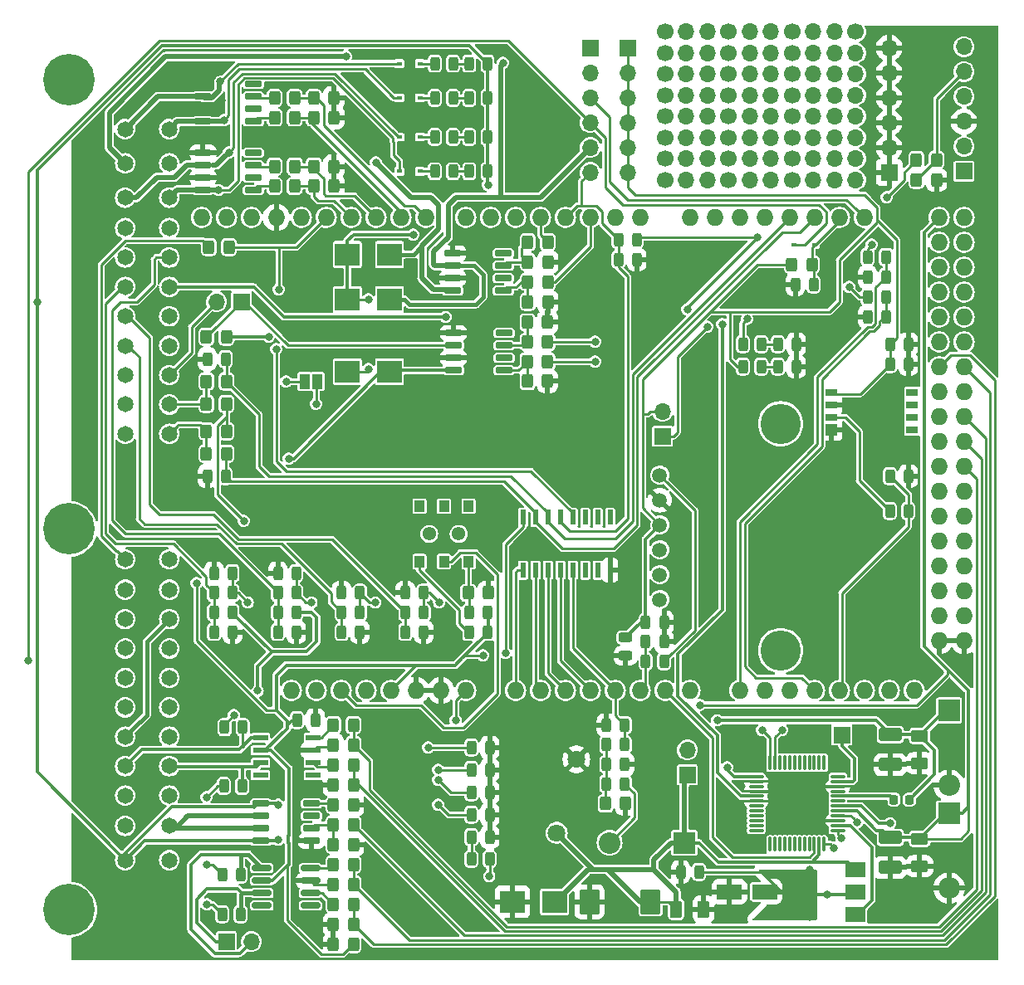
<source format=gtl>
%TF.GenerationSoftware,KiCad,Pcbnew,7.0.1-0*%
%TF.CreationDate,2023-05-22T10:15:59+10:00*%
%TF.ProjectId,NA6 v1.3,4e413620-7631-42e3-932e-6b696361645f,rev?*%
%TF.SameCoordinates,Original*%
%TF.FileFunction,Copper,L1,Top*%
%TF.FilePolarity,Positive*%
%FSLAX46Y46*%
G04 Gerber Fmt 4.6, Leading zero omitted, Abs format (unit mm)*
G04 Created by KiCad (PCBNEW 7.0.1-0) date 2023-05-22 10:15:59*
%MOMM*%
%LPD*%
G01*
G04 APERTURE LIST*
G04 Aperture macros list*
%AMRoundRect*
0 Rectangle with rounded corners*
0 $1 Rounding radius*
0 $2 $3 $4 $5 $6 $7 $8 $9 X,Y pos of 4 corners*
0 Add a 4 corners polygon primitive as box body*
4,1,4,$2,$3,$4,$5,$6,$7,$8,$9,$2,$3,0*
0 Add four circle primitives for the rounded corners*
1,1,$1+$1,$2,$3*
1,1,$1+$1,$4,$5*
1,1,$1+$1,$6,$7*
1,1,$1+$1,$8,$9*
0 Add four rect primitives between the rounded corners*
20,1,$1+$1,$2,$3,$4,$5,0*
20,1,$1+$1,$4,$5,$6,$7,0*
20,1,$1+$1,$6,$7,$8,$9,0*
20,1,$1+$1,$8,$9,$2,$3,0*%
G04 Aperture macros list end*
%TA.AperFunction,ComponentPad*%
%ADD10O,1.700000X1.700000*%
%TD*%
%TA.AperFunction,ComponentPad*%
%ADD11C,1.700000*%
%TD*%
%TA.AperFunction,SMDPad,CuDef*%
%ADD12R,1.200000X1.200000*%
%TD*%
%TA.AperFunction,SMDPad,CuDef*%
%ADD13R,1.200000X0.800000*%
%TD*%
%TA.AperFunction,ComponentPad*%
%ADD14C,5.250000*%
%TD*%
%TA.AperFunction,ComponentPad*%
%ADD15C,1.650000*%
%TD*%
%TA.AperFunction,SMDPad,CuDef*%
%ADD16R,1.000000X1.150000*%
%TD*%
%TA.AperFunction,ComponentPad*%
%ADD17C,1.381000*%
%TD*%
%TA.AperFunction,ComponentPad*%
%ADD18R,1.700000X1.700000*%
%TD*%
%TA.AperFunction,ComponentPad*%
%ADD19C,1.500000*%
%TD*%
%TA.AperFunction,ComponentPad*%
%ADD20C,4.100000*%
%TD*%
%TA.AperFunction,ComponentPad*%
%ADD21C,1.800000*%
%TD*%
%TA.AperFunction,SMDPad,CuDef*%
%ADD22RoundRect,0.243750X0.243750X0.456250X-0.243750X0.456250X-0.243750X-0.456250X0.243750X-0.456250X0*%
%TD*%
%TA.AperFunction,SMDPad,CuDef*%
%ADD23RoundRect,0.243750X0.456250X-0.243750X0.456250X0.243750X-0.456250X0.243750X-0.456250X-0.243750X0*%
%TD*%
%TA.AperFunction,SMDPad,CuDef*%
%ADD24RoundRect,0.243750X-0.243750X-0.456250X0.243750X-0.456250X0.243750X0.456250X-0.243750X0.456250X0*%
%TD*%
%TA.AperFunction,SMDPad,CuDef*%
%ADD25RoundRect,0.250000X-0.375000X-0.625000X0.375000X-0.625000X0.375000X0.625000X-0.375000X0.625000X0*%
%TD*%
%TA.AperFunction,ComponentPad*%
%ADD26O,2.200000X2.200000*%
%TD*%
%TA.AperFunction,ComponentPad*%
%ADD27R,2.200000X2.200000*%
%TD*%
%TA.AperFunction,SMDPad,CuDef*%
%ADD28RoundRect,0.250000X-0.325000X-0.450000X0.325000X-0.450000X0.325000X0.450000X-0.325000X0.450000X0*%
%TD*%
%TA.AperFunction,SMDPad,CuDef*%
%ADD29RoundRect,0.250000X0.325000X0.450000X-0.325000X0.450000X-0.325000X-0.450000X0.325000X-0.450000X0*%
%TD*%
%TA.AperFunction,SMDPad,CuDef*%
%ADD30RoundRect,0.248400X1.551600X-1.551600X1.551600X1.551600X-1.551600X1.551600X-1.551600X-1.551600X0*%
%TD*%
%TA.AperFunction,ComponentPad*%
%ADD31C,0.500000*%
%TD*%
%TA.AperFunction,SMDPad,CuDef*%
%ADD32RoundRect,0.075000X0.075000X-0.662500X0.075000X0.662500X-0.075000X0.662500X-0.075000X-0.662500X0*%
%TD*%
%TA.AperFunction,SMDPad,CuDef*%
%ADD33RoundRect,0.075000X0.662500X-0.075000X0.662500X0.075000X-0.662500X0.075000X-0.662500X-0.075000X0*%
%TD*%
%TA.AperFunction,SMDPad,CuDef*%
%ADD34RoundRect,0.150000X0.725000X0.150000X-0.725000X0.150000X-0.725000X-0.150000X0.725000X-0.150000X0*%
%TD*%
%TA.AperFunction,SMDPad,CuDef*%
%ADD35R,1.550000X0.600000*%
%TD*%
%TA.AperFunction,SMDPad,CuDef*%
%ADD36R,0.600000X1.500000*%
%TD*%
%TA.AperFunction,ComponentPad*%
%ADD37O,1.727200X1.727200*%
%TD*%
%TA.AperFunction,SMDPad,CuDef*%
%ADD38R,0.600000X0.450000*%
%TD*%
%TA.AperFunction,SMDPad,CuDef*%
%ADD39RoundRect,0.250000X1.050000X0.550000X-1.050000X0.550000X-1.050000X-0.550000X1.050000X-0.550000X0*%
%TD*%
%TA.AperFunction,SMDPad,CuDef*%
%ADD40RoundRect,0.250000X0.787500X1.025000X-0.787500X1.025000X-0.787500X-1.025000X0.787500X-1.025000X0*%
%TD*%
%TA.AperFunction,SMDPad,CuDef*%
%ADD41RoundRect,0.250000X-0.625000X0.375000X-0.625000X-0.375000X0.625000X-0.375000X0.625000X0.375000X0*%
%TD*%
%TA.AperFunction,SMDPad,CuDef*%
%ADD42RoundRect,0.250000X-0.925000X0.412500X-0.925000X-0.412500X0.925000X-0.412500X0.925000X0.412500X0*%
%TD*%
%TA.AperFunction,SMDPad,CuDef*%
%ADD43RoundRect,0.150000X0.825000X0.150000X-0.825000X0.150000X-0.825000X-0.150000X0.825000X-0.150000X0*%
%TD*%
%TA.AperFunction,SMDPad,CuDef*%
%ADD44R,1.000000X1.500000*%
%TD*%
%TA.AperFunction,SMDPad,CuDef*%
%ADD45RoundRect,0.218750X-0.218750X-0.256250X0.218750X-0.256250X0.218750X0.256250X-0.218750X0.256250X0*%
%TD*%
%TA.AperFunction,SMDPad,CuDef*%
%ADD46R,2.000000X3.800000*%
%TD*%
%TA.AperFunction,SMDPad,CuDef*%
%ADD47R,2.000000X1.500000*%
%TD*%
%TA.AperFunction,SMDPad,CuDef*%
%ADD48R,2.500000X2.300000*%
%TD*%
%TA.AperFunction,ViaPad*%
%ADD49C,0.800000*%
%TD*%
%TA.AperFunction,Conductor*%
%ADD50C,0.250000*%
%TD*%
%TA.AperFunction,Conductor*%
%ADD51C,0.350000*%
%TD*%
%TA.AperFunction,Conductor*%
%ADD52C,0.300000*%
%TD*%
%TA.AperFunction,Conductor*%
%ADD53C,0.500000*%
%TD*%
%TA.AperFunction,Conductor*%
%ADD54C,0.400000*%
%TD*%
G04 APERTURE END LIST*
D10*
X184658000Y-37465000D03*
X193294000Y-37465000D03*
D11*
X176022000Y-37465000D03*
D10*
X186817000Y-37465000D03*
X180340000Y-37465000D03*
X191135000Y-37465000D03*
D11*
X195453000Y-37465000D03*
X182499000Y-37465000D03*
D10*
X178181000Y-37465000D03*
D11*
X188976000Y-37465000D03*
D10*
X184658000Y-39624000D03*
X193294000Y-39624000D03*
D11*
X176022000Y-39624000D03*
D10*
X186817000Y-39624000D03*
X180340000Y-39624000D03*
X191135000Y-39624000D03*
X195453000Y-39624000D03*
D11*
X182499000Y-39624000D03*
D10*
X178181000Y-39624000D03*
D11*
X188976000Y-39624000D03*
D10*
X184658000Y-41783000D03*
X193294000Y-41783000D03*
D11*
X176022000Y-41783000D03*
D10*
X191135000Y-41783000D03*
X195453000Y-41783000D03*
D11*
X182499000Y-41783000D03*
D10*
X178181000Y-41783000D03*
X186817000Y-41783000D03*
X180340000Y-41783000D03*
D11*
X188976000Y-41783000D03*
D10*
X195453000Y-43942000D03*
X180340000Y-43942000D03*
X186817000Y-43942000D03*
X184658000Y-43942000D03*
X191135000Y-43942000D03*
D11*
X188976000Y-43942000D03*
D10*
X193294000Y-43942000D03*
D11*
X176022000Y-43942000D03*
D10*
X178181000Y-43942000D03*
D11*
X182499000Y-43942000D03*
D10*
X186817000Y-46101000D03*
X184658000Y-46101000D03*
D11*
X182499000Y-46101000D03*
D10*
X178181000Y-46101000D03*
D11*
X176022000Y-46101000D03*
D10*
X180340000Y-46101000D03*
X195453000Y-46101000D03*
D11*
X188976000Y-46101000D03*
D10*
X193294000Y-46101000D03*
X191135000Y-46101000D03*
X180340000Y-48260000D03*
X178181000Y-48260000D03*
D11*
X176022000Y-48260000D03*
D10*
X186817000Y-48260000D03*
X184658000Y-48260000D03*
D11*
X182499000Y-48260000D03*
D10*
X195453000Y-48260000D03*
X193294000Y-48260000D03*
X191135000Y-48260000D03*
D11*
X188976000Y-48260000D03*
D10*
X195453000Y-50419000D03*
X193294000Y-50419000D03*
X191135000Y-50419000D03*
D11*
X188976000Y-50419000D03*
D10*
X180340000Y-50419000D03*
X178181000Y-50419000D03*
D11*
X176022000Y-50419000D03*
D10*
X186817000Y-50419000D03*
X184658000Y-50419000D03*
D11*
X182499000Y-50419000D03*
D10*
X195453000Y-52578000D03*
X193294000Y-52578000D03*
X191135000Y-52578000D03*
D11*
X188976000Y-52578000D03*
D10*
X186817000Y-52578000D03*
X184658000Y-52578000D03*
D11*
X182499000Y-52578000D03*
D10*
X180340000Y-52578000D03*
X178181000Y-52578000D03*
D11*
X176022000Y-52578000D03*
D12*
X193019000Y-78105000D03*
D13*
X193019000Y-76835000D03*
X193019000Y-75565000D03*
X193019000Y-74295000D03*
X201219000Y-74295000D03*
X201219000Y-75565000D03*
X201219000Y-76835000D03*
X201219000Y-78105000D03*
D14*
X115300000Y-127050000D03*
X115300000Y-88200000D03*
X115300000Y-42350000D03*
D15*
X121000000Y-47400000D03*
X121000000Y-50900000D03*
X121000000Y-54400000D03*
X121000000Y-57500000D03*
X121000000Y-60500000D03*
X121000000Y-63500000D03*
X121000000Y-66500000D03*
X121000000Y-69500000D03*
X121000000Y-72500000D03*
X121000000Y-75500000D03*
X121000000Y-78500000D03*
X121000000Y-81600000D03*
X121000000Y-85100000D03*
X121000000Y-91300000D03*
X121000000Y-94400000D03*
X121000000Y-97400000D03*
X121000000Y-100400000D03*
X121000000Y-103400000D03*
X121000000Y-106400000D03*
X121000000Y-109400000D03*
X121000000Y-112400000D03*
X121000000Y-115400000D03*
X121000000Y-118500000D03*
X121000000Y-122000000D03*
X125500000Y-47400000D03*
X125500000Y-50900000D03*
X125500000Y-54400000D03*
X125500000Y-57500000D03*
X125500000Y-60500000D03*
X125500000Y-63500000D03*
X125500000Y-66500000D03*
X125500000Y-69500000D03*
X125500000Y-72500000D03*
X125500000Y-75500000D03*
X125500000Y-78500000D03*
X125500000Y-81600000D03*
X125500000Y-85100000D03*
X125500000Y-91300000D03*
X125500000Y-94400000D03*
X125500000Y-97400000D03*
X125500000Y-100400000D03*
X125500000Y-103400000D03*
X125500000Y-106400000D03*
X125500000Y-109400000D03*
X125500000Y-112400000D03*
X125500000Y-115400000D03*
X125500000Y-118500000D03*
X125500000Y-122000000D03*
D16*
X156000000Y-91539000D03*
X153500000Y-91539000D03*
X151000000Y-91539000D03*
X156000000Y-85889000D03*
X153500000Y-85889000D03*
X151000000Y-85889000D03*
D17*
X155000000Y-88714000D03*
X152000000Y-88714000D03*
D10*
X206500000Y-39014000D03*
X206500000Y-41554000D03*
X206500000Y-44094000D03*
X206500000Y-46634000D03*
X206500000Y-49174000D03*
D18*
X206500000Y-51714000D03*
X198882000Y-51816000D03*
D10*
X198882000Y-49276000D03*
X198882000Y-46736000D03*
X198882000Y-44196000D03*
X198882000Y-41656000D03*
X198882000Y-39116000D03*
D18*
X172212000Y-39116000D03*
D10*
X172212000Y-41656000D03*
X172212000Y-44196000D03*
X172212000Y-46736000D03*
X172212000Y-49276000D03*
X172212000Y-51816000D03*
D19*
X175500000Y-82714000D03*
X175500000Y-85254000D03*
X175500000Y-87794000D03*
X175500000Y-90334000D03*
X175500000Y-92874000D03*
X175500000Y-95414000D03*
D20*
X187820000Y-100614000D03*
X187820000Y-77464000D03*
D21*
X167000000Y-111714000D03*
X165000000Y-119214000D03*
D22*
X175937500Y-97714000D03*
X174062500Y-97714000D03*
D23*
X172000000Y-99276500D03*
X172000000Y-101151500D03*
D24*
X151437500Y-98714000D03*
X149562500Y-98714000D03*
X170062500Y-112214000D03*
X171937500Y-112214000D03*
X171274500Y-60706000D03*
X173149500Y-60706000D03*
D22*
X151437500Y-94714000D03*
X149562500Y-94714000D03*
X171937500Y-108214000D03*
X170062500Y-108214000D03*
X174062500Y-99714000D03*
X175937500Y-99714000D03*
D24*
X144937500Y-98714000D03*
X143062500Y-98714000D03*
X131937500Y-98714000D03*
X130062500Y-98714000D03*
X138437500Y-98714000D03*
X136562500Y-98714000D03*
D22*
X144937500Y-94714000D03*
X143062500Y-94714000D03*
X131937500Y-92714000D03*
X130062500Y-92714000D03*
X138437500Y-92714000D03*
X136562500Y-92714000D03*
D24*
X131239500Y-70866000D03*
X129364500Y-70866000D03*
D25*
X177162000Y-127000000D03*
X179962000Y-127000000D03*
D22*
X156288500Y-110490000D03*
X158163500Y-110490000D03*
X158163500Y-112776000D03*
X156288500Y-112776000D03*
D24*
X154437500Y-51714000D03*
X152562500Y-51714000D03*
X152562500Y-48214000D03*
X154437500Y-48214000D03*
X154437500Y-44214000D03*
X152562500Y-44214000D03*
X152562500Y-40714000D03*
X154437500Y-40714000D03*
D26*
X170380000Y-120214000D03*
D27*
X178000000Y-120214000D03*
X205000000Y-117214000D03*
D26*
X205000000Y-124834000D03*
D27*
X205000000Y-106714000D03*
D26*
X205000000Y-114334000D03*
D24*
X156062500Y-51714000D03*
X157937500Y-51714000D03*
X157937500Y-48214000D03*
X156062500Y-48214000D03*
D22*
X131062500Y-114428000D03*
X132937500Y-114428000D03*
X133000000Y-108428000D03*
X131125000Y-108428000D03*
D24*
X156062500Y-44214000D03*
X157937500Y-44214000D03*
X157937500Y-40714000D03*
X156062500Y-40714000D03*
X170062500Y-114214000D03*
X171937500Y-114214000D03*
D22*
X151437500Y-96714000D03*
X149562500Y-96714000D03*
X171937500Y-110214000D03*
X170062500Y-110214000D03*
X173149500Y-58674000D03*
X171274500Y-58674000D03*
D24*
X174062500Y-101714000D03*
X175937500Y-101714000D03*
X131937500Y-96714000D03*
X130062500Y-96714000D03*
X138437500Y-96714000D03*
X136562500Y-96714000D03*
D22*
X143062500Y-96714000D03*
X144937500Y-96714000D03*
X131937500Y-94714000D03*
X130062500Y-94714000D03*
X138437500Y-94714000D03*
X136562500Y-94714000D03*
D24*
X156062500Y-96714000D03*
X157937500Y-96714000D03*
D28*
X201667000Y-52578000D03*
X203717000Y-52578000D03*
X203717000Y-50546000D03*
X201667000Y-50546000D03*
X144281000Y-118364000D03*
X142231000Y-118364000D03*
X142231000Y-120396000D03*
X144281000Y-120396000D03*
X162017000Y-71118000D03*
X164067000Y-71118000D03*
X164067000Y-69118000D03*
X162017000Y-69118000D03*
X164067000Y-73118000D03*
X162017000Y-73118000D03*
D29*
X164067000Y-67118000D03*
X162017000Y-67118000D03*
X129277000Y-68580000D03*
X131327000Y-68580000D03*
D24*
X196674500Y-60452000D03*
X198549500Y-60452000D03*
D30*
X189500000Y-116214000D03*
D31*
X188500000Y-117214000D03*
X188500000Y-116214000D03*
X188500000Y-115214000D03*
X189500000Y-117214000D03*
X189500000Y-116214000D03*
X189500000Y-115214000D03*
X190500000Y-117214000D03*
X190500000Y-116214000D03*
X190500000Y-115214000D03*
D32*
X186750000Y-120376500D03*
X187250000Y-120376500D03*
X187750000Y-120376500D03*
X188250000Y-120376500D03*
X188750000Y-120376500D03*
X189250000Y-120376500D03*
X189750000Y-120376500D03*
X190250000Y-120376500D03*
X190750000Y-120376500D03*
X191250000Y-120376500D03*
X191750000Y-120376500D03*
X192250000Y-120376500D03*
D33*
X193662500Y-118964000D03*
X193662500Y-118464000D03*
X193662500Y-117964000D03*
X193662500Y-117464000D03*
X193662500Y-116964000D03*
X193662500Y-116464000D03*
X193662500Y-115964000D03*
X193662500Y-115464000D03*
X193662500Y-114964000D03*
X193662500Y-114464000D03*
X193662500Y-113964000D03*
X193662500Y-113464000D03*
D32*
X192250000Y-112051500D03*
X191750000Y-112051500D03*
X191250000Y-112051500D03*
X190750000Y-112051500D03*
X190250000Y-112051500D03*
X189750000Y-112051500D03*
X189250000Y-112051500D03*
X188750000Y-112051500D03*
X188250000Y-112051500D03*
X187750000Y-112051500D03*
X187250000Y-112051500D03*
X186750000Y-112051500D03*
D33*
X185337500Y-113464000D03*
X185337500Y-113964000D03*
X185337500Y-114464000D03*
X185337500Y-114964000D03*
X185337500Y-115464000D03*
X185337500Y-115964000D03*
X185337500Y-116464000D03*
X185337500Y-116964000D03*
X185337500Y-117464000D03*
X185337500Y-117964000D03*
X185337500Y-118464000D03*
X185337500Y-118964000D03*
D34*
X134075000Y-53619000D03*
X134075000Y-52349000D03*
X134075000Y-51079000D03*
X134075000Y-49809000D03*
X128925000Y-49809000D03*
X128925000Y-51079000D03*
X128925000Y-52349000D03*
X128925000Y-53619000D03*
D35*
X140200000Y-113333000D03*
X140200000Y-112063000D03*
X140200000Y-110793000D03*
X140200000Y-109523000D03*
X134800000Y-109523000D03*
X134800000Y-110793000D03*
X134800000Y-112063000D03*
X134800000Y-113333000D03*
D34*
X128925000Y-46619000D03*
X128925000Y-45349000D03*
X128925000Y-44079000D03*
X128925000Y-42809000D03*
X134075000Y-42809000D03*
X134075000Y-44079000D03*
X134075000Y-45349000D03*
X134075000Y-46619000D03*
D36*
X161555000Y-92414000D03*
X162825000Y-92414000D03*
X164095000Y-92414000D03*
X165365000Y-92414000D03*
X166635000Y-92414000D03*
X167905000Y-92414000D03*
X169175000Y-92414000D03*
X170445000Y-92414000D03*
X170445000Y-87014000D03*
X169175000Y-87014000D03*
X167905000Y-87014000D03*
X166635000Y-87014000D03*
X165365000Y-87014000D03*
X164095000Y-87014000D03*
X162825000Y-87014000D03*
X161555000Y-87014000D03*
D34*
X134839000Y-120015000D03*
X134839000Y-118745000D03*
X134839000Y-117475000D03*
X134839000Y-116205000D03*
X139989000Y-116205000D03*
X139989000Y-117475000D03*
X139989000Y-118745000D03*
X139989000Y-120015000D03*
X159617000Y-72023000D03*
X159617000Y-70753000D03*
X159617000Y-69483000D03*
X159617000Y-68213000D03*
X154467000Y-68213000D03*
X154467000Y-69483000D03*
X154467000Y-70753000D03*
X154467000Y-72023000D03*
D37*
X160800000Y-104674000D03*
X155720000Y-104674000D03*
X153180000Y-104674000D03*
X150640000Y-104674000D03*
X148100000Y-104674000D03*
X145560000Y-104674000D03*
X143020000Y-104674000D03*
X140480000Y-104674000D03*
X196360000Y-56414000D03*
X193820000Y-56414000D03*
X191280000Y-56414000D03*
X188740000Y-56414000D03*
X186200000Y-56414000D03*
X183660000Y-56414000D03*
X181120000Y-56414000D03*
X178580000Y-56414000D03*
X173500000Y-56414000D03*
X170960000Y-56414000D03*
X168420000Y-56414000D03*
X165880000Y-56414000D03*
X163340000Y-56414000D03*
X160800000Y-56414000D03*
X158260000Y-56414000D03*
X155720000Y-56414000D03*
X136416000Y-56414000D03*
X151656000Y-56414000D03*
X149116000Y-56414000D03*
X146576000Y-56414000D03*
X128796000Y-56414000D03*
X131336000Y-56414000D03*
X133876000Y-56414000D03*
X138956000Y-56414000D03*
X141496000Y-56414000D03*
X144036000Y-56414000D03*
X137940000Y-104674000D03*
X163340000Y-104674000D03*
X165880000Y-104674000D03*
X168420000Y-104674000D03*
X170960000Y-104674000D03*
X173500000Y-104674000D03*
X176040000Y-104674000D03*
X178580000Y-104674000D03*
X183660000Y-104674000D03*
X186200000Y-104674000D03*
X188740000Y-104674000D03*
X191280000Y-104674000D03*
X193820000Y-104674000D03*
X196360000Y-104674000D03*
X198900000Y-104674000D03*
X201440000Y-104674000D03*
X203980000Y-56414000D03*
X206520000Y-56414000D03*
X203980000Y-58954000D03*
X206520000Y-58954000D03*
X203980000Y-61494000D03*
X206520000Y-61494000D03*
X203980000Y-64034000D03*
X206520000Y-64034000D03*
X203980000Y-66574000D03*
X206520000Y-66574000D03*
X203980000Y-69114000D03*
X206520000Y-69114000D03*
X203980000Y-71654000D03*
X206520000Y-71654000D03*
X203980000Y-74194000D03*
X206520000Y-74194000D03*
X203980000Y-76734000D03*
X206520000Y-76734000D03*
X203980000Y-79274000D03*
X206520000Y-79274000D03*
X203980000Y-81814000D03*
X206520000Y-81814000D03*
X203980000Y-84354000D03*
X206520000Y-84354000D03*
X203980000Y-86894000D03*
X206520000Y-86894000D03*
X203980000Y-89434000D03*
X206520000Y-89434000D03*
X203980000Y-91974000D03*
X206520000Y-91974000D03*
X203980000Y-94514000D03*
X206520000Y-94514000D03*
X203980000Y-97054000D03*
X206520000Y-97054000D03*
X203980000Y-99594000D03*
X206520000Y-99594000D03*
D38*
X148950000Y-51714000D03*
X151050000Y-51714000D03*
X151050000Y-48214000D03*
X148950000Y-48214000D03*
X151050000Y-44214000D03*
X148950000Y-44214000D03*
X148950000Y-40714000D03*
X151050000Y-40714000D03*
D22*
X196674500Y-66548000D03*
X198549500Y-66548000D03*
X196674500Y-64516000D03*
X198549500Y-64516000D03*
D18*
X132842000Y-65024000D03*
D10*
X130302000Y-65024000D03*
D24*
X131239500Y-82804000D03*
X129364500Y-82804000D03*
D39*
X186204000Y-125222000D03*
X182604000Y-125222000D03*
D22*
X179499500Y-123190000D03*
X177624500Y-123190000D03*
D40*
X174562500Y-126238000D03*
X168337500Y-126238000D03*
D28*
X155975000Y-94714000D03*
X158025000Y-94714000D03*
D41*
X202000000Y-119814000D03*
X202000000Y-122614000D03*
X202000000Y-112114000D03*
X202000000Y-109314000D03*
D42*
X199000000Y-119676500D03*
X199000000Y-122751500D03*
X199000000Y-112251500D03*
X199000000Y-109176500D03*
D22*
X198549500Y-62484000D03*
X196674500Y-62484000D03*
D18*
X168402000Y-39116000D03*
D10*
X168402000Y-41656000D03*
X168402000Y-44196000D03*
X168402000Y-46736000D03*
X168402000Y-49276000D03*
X168402000Y-51816000D03*
D28*
X140229000Y-53214000D03*
X142279000Y-53214000D03*
D29*
X140229000Y-51214000D03*
X142279000Y-51214000D03*
X142231000Y-114300000D03*
X144281000Y-114300000D03*
D28*
X142231000Y-110236000D03*
X144281000Y-110236000D03*
X136229000Y-53214000D03*
X138279000Y-53214000D03*
X138279000Y-51214000D03*
X136229000Y-51214000D03*
X144281000Y-112268000D03*
X142231000Y-112268000D03*
X142231000Y-108204000D03*
X144281000Y-108204000D03*
X140229000Y-46214000D03*
X142279000Y-46214000D03*
D29*
X140229000Y-44214000D03*
X142279000Y-44214000D03*
D28*
X136229000Y-46214000D03*
X138279000Y-46214000D03*
X138279000Y-44214000D03*
X136229000Y-44214000D03*
D29*
X172025000Y-116214000D03*
X169975000Y-116214000D03*
D28*
X131581000Y-59436000D03*
X129531000Y-59436000D03*
X129277000Y-78232000D03*
X131327000Y-78232000D03*
X131327000Y-75438000D03*
X129277000Y-75438000D03*
X164093000Y-62992000D03*
X162043000Y-62992000D03*
X162043000Y-58928000D03*
X164093000Y-58928000D03*
X162043000Y-65024000D03*
X164093000Y-65024000D03*
D29*
X162043000Y-60960000D03*
X164093000Y-60960000D03*
D34*
X159547000Y-63881000D03*
X159547000Y-62611000D03*
X159547000Y-61341000D03*
X159547000Y-60071000D03*
X154397000Y-60071000D03*
X154397000Y-61341000D03*
X154397000Y-62611000D03*
X154397000Y-63881000D03*
D24*
X156062500Y-98714000D03*
X157937500Y-98714000D03*
D29*
X131327000Y-80518000D03*
X129277000Y-80518000D03*
X129277000Y-73152000D03*
X131327000Y-73152000D03*
D22*
X158163500Y-119634000D03*
X156288500Y-119634000D03*
X156288500Y-115062000D03*
X158163500Y-115062000D03*
X158163500Y-117348000D03*
X156288500Y-117348000D03*
D29*
X142231000Y-128524000D03*
X144281000Y-128524000D03*
D28*
X142231000Y-124460000D03*
X144281000Y-124460000D03*
X142231000Y-126492000D03*
X144281000Y-126492000D03*
X144281000Y-122428000D03*
X142231000Y-122428000D03*
D22*
X132763500Y-127508000D03*
X130888500Y-127508000D03*
X132763500Y-123444000D03*
X130888500Y-123444000D03*
D43*
X139889000Y-126619000D03*
X139889000Y-125349000D03*
X139889000Y-124079000D03*
X139889000Y-122809000D03*
X134939000Y-122809000D03*
X134939000Y-124079000D03*
X134939000Y-125349000D03*
X134939000Y-126619000D03*
D18*
X131318000Y-130302000D03*
D10*
X133858000Y-130302000D03*
D44*
X140604000Y-73152000D03*
X139304000Y-73152000D03*
D22*
X191183500Y-63246000D03*
X189308500Y-63246000D03*
D38*
X189196000Y-59182000D03*
X191296000Y-59182000D03*
D22*
X189405500Y-69342000D03*
X187530500Y-69342000D03*
X187530500Y-71628000D03*
X189405500Y-71628000D03*
X156288500Y-121856500D03*
X158163500Y-121856500D03*
D28*
X188967000Y-61214000D03*
X191017000Y-61214000D03*
D22*
X185849500Y-69342000D03*
X183974500Y-69342000D03*
X185849500Y-71628000D03*
X183974500Y-71628000D03*
D45*
X199364500Y-115824000D03*
X200939500Y-115824000D03*
D18*
X175768000Y-78740000D03*
D10*
X175768000Y-76200000D03*
D18*
X178308000Y-113284000D03*
D10*
X178308000Y-110744000D03*
D46*
X189128000Y-125222000D03*
D47*
X195428000Y-125222000D03*
X195428000Y-122922000D03*
X195428000Y-127522000D03*
D18*
X194056000Y-109220000D03*
D48*
X164773500Y-126238000D03*
X160473500Y-126238000D03*
D22*
X200835500Y-69342000D03*
X198960500Y-69342000D03*
X198960500Y-71374000D03*
X200835500Y-71374000D03*
X200835500Y-82804000D03*
X198960500Y-82804000D03*
D24*
X198960500Y-86360000D03*
X200835500Y-86360000D03*
D22*
X140383500Y-107696000D03*
X138508500Y-107696000D03*
D28*
X142231000Y-130556000D03*
X144281000Y-130556000D03*
X142231000Y-116332000D03*
X144281000Y-116332000D03*
D48*
X143646000Y-60187001D03*
X147946000Y-60187001D03*
X143646000Y-64770000D03*
X147946000Y-64770000D03*
X147946000Y-72136000D03*
X143646000Y-72136000D03*
D49*
X157734000Y-104902000D03*
X129000000Y-48214000D03*
X157500000Y-92714000D03*
X151892000Y-73406000D03*
X147828000Y-108712000D03*
X151892000Y-70612000D03*
X130500000Y-90714000D03*
X136500000Y-90714000D03*
X142000000Y-90714000D03*
X142240000Y-81026000D03*
X131318000Y-52070000D03*
X129540000Y-85090000D03*
X132080000Y-101092000D03*
X169164000Y-94996000D03*
X169164000Y-99568000D03*
X177800000Y-94234000D03*
X174244000Y-69088000D03*
X170942000Y-69088000D03*
X179832000Y-71120000D03*
X151892000Y-68072000D03*
X139192000Y-68072000D03*
X159512000Y-105664000D03*
X159512000Y-108712000D03*
X135128000Y-114808000D03*
X139954000Y-114808000D03*
X138430000Y-119888000D03*
X149098000Y-124968000D03*
X153162000Y-124968000D03*
X195072000Y-61468000D03*
X186690000Y-66802000D03*
X192278000Y-67310000D03*
X200660000Y-63500000D03*
X144272000Y-46736000D03*
X129286000Y-104140000D03*
X117856000Y-109474000D03*
X135128000Y-71882000D03*
X126238000Y-42164000D03*
X123698000Y-43180000D03*
X130048000Y-41148000D03*
X186690000Y-65024000D03*
X200152000Y-56642000D03*
X130810000Y-44450000D03*
X171450000Y-127635000D03*
X151765000Y-119380000D03*
X187960000Y-86360000D03*
X193040000Y-86360000D03*
X193040000Y-91440000D03*
X187960000Y-91440000D03*
X196850000Y-82550000D03*
X183642000Y-75692000D03*
X183388000Y-84582000D03*
X190754000Y-75692000D03*
X192278000Y-65024000D03*
X192278000Y-70358000D03*
X196342000Y-76962000D03*
X159512000Y-58166000D03*
X159512000Y-65532000D03*
X156210000Y-63500000D03*
X152400000Y-62230000D03*
X161036000Y-43942000D03*
X161036000Y-51816000D03*
X119888000Y-130302000D03*
X145288000Y-42672000D03*
X141986000Y-87376000D03*
X136525000Y-87376000D03*
X134500000Y-104714000D03*
X181356000Y-107714000D03*
X153000000Y-95714000D03*
X146500000Y-95714000D03*
X133500000Y-95714000D03*
X140000000Y-95714000D03*
X199000000Y-118214000D03*
X192532000Y-125476004D03*
X187198000Y-123444000D03*
X187198000Y-127000000D03*
X190754000Y-127762000D03*
X190754000Y-122936000D03*
X159766000Y-100838000D03*
X157480000Y-101092000D03*
X128270000Y-93726000D03*
X133096000Y-87375996D03*
X185420000Y-58420000D03*
X178308000Y-65786000D03*
X184404000Y-66765000D03*
X180340000Y-67564000D03*
X179600341Y-106158990D03*
X145796000Y-64770000D03*
X157988000Y-53086000D03*
X135636000Y-68580000D03*
X112014000Y-65024000D03*
X182372000Y-112522000D03*
X136601991Y-119888000D03*
X136601991Y-116332000D03*
X150368000Y-58165994D03*
X145796000Y-71882000D03*
X129286000Y-115570000D03*
X151887347Y-110494653D03*
X132080000Y-107188000D03*
X152908000Y-112776000D03*
X130531000Y-53619000D03*
X131572000Y-49784000D03*
X131064008Y-46482000D03*
X130709384Y-42571384D03*
X146558000Y-50800000D03*
X159512000Y-40640000D03*
X143510000Y-39989000D03*
X168910000Y-71120000D03*
X168910000Y-69088000D03*
X198628002Y-54356000D03*
X185928000Y-108712000D03*
X137668000Y-81026000D03*
X195640956Y-118126281D03*
X194000000Y-119714000D03*
X193274990Y-120731898D03*
X137414000Y-73151996D03*
X194818000Y-63500000D03*
X197104000Y-59182000D03*
X158115000Y-123634500D03*
X181864000Y-67310000D03*
X153670000Y-66561010D03*
X140462000Y-75438000D03*
X187960000Y-108712000D03*
X136652000Y-63754000D03*
X136398000Y-69850000D03*
X152908000Y-113792000D03*
X129336009Y-126492000D03*
X152908000Y-116332000D03*
X129297514Y-122439514D03*
X111125000Y-101600000D03*
X154686000Y-107709000D03*
D50*
X186175000Y-115964000D02*
X185337500Y-115964000D01*
X187350000Y-115964000D02*
X186175000Y-115964000D01*
X187600000Y-116214000D02*
X187350000Y-115964000D01*
X189500000Y-116214000D02*
X187600000Y-116214000D01*
X191250000Y-114464000D02*
X189500000Y-116214000D01*
X193662500Y-114464000D02*
X191250000Y-114464000D01*
X189500000Y-116214000D02*
X190500000Y-116214000D01*
X188250000Y-114964000D02*
X189500000Y-116214000D01*
X185337500Y-114964000D02*
X188250000Y-114964000D01*
X140565000Y-110428000D02*
X140200000Y-110793000D01*
X141975000Y-110428000D02*
X140565000Y-110428000D01*
X140270000Y-124460000D02*
X139889000Y-124079000D01*
X142231000Y-124460000D02*
X140270000Y-124460000D01*
D51*
X132493737Y-97270237D02*
X131937500Y-96714000D01*
X135937500Y-100714000D02*
X132493737Y-97270237D01*
X140500000Y-99714000D02*
X139500000Y-100714000D01*
X140000000Y-96714000D02*
X140500000Y-97214000D01*
X140500000Y-97214000D02*
X140500000Y-99714000D01*
X138437500Y-96714000D02*
X140000000Y-96714000D01*
X174062500Y-89231500D02*
X175500000Y-87794000D01*
X174062500Y-97714000D02*
X174062500Y-89231500D01*
X173562500Y-97714000D02*
X174062500Y-97714000D01*
X172000000Y-99276500D02*
X173562500Y-97714000D01*
X201862500Y-109176500D02*
X202000000Y-109314000D01*
X199000000Y-109176500D02*
X201862500Y-109176500D01*
X204600000Y-106714000D02*
X205000000Y-106714000D01*
X202000000Y-109314000D02*
X204600000Y-106714000D01*
X136000000Y-100714000D02*
X135937500Y-100714000D01*
X139500000Y-100714000D02*
X136000000Y-100714000D01*
X134500000Y-104148315D02*
X134500000Y-104714000D01*
X134500000Y-102214000D02*
X134500000Y-104148315D01*
X136000000Y-100714000D02*
X134500000Y-102214000D01*
X181921685Y-107714000D02*
X181356000Y-107714000D01*
X199000000Y-109176500D02*
X197537500Y-107714000D01*
X197537500Y-107714000D02*
X181921685Y-107714000D01*
D50*
X172212000Y-40216000D02*
X172212000Y-41656000D01*
X172212000Y-39116000D02*
X172212000Y-40216000D01*
X172212000Y-41656000D02*
X172212000Y-44196000D01*
X172212000Y-44196000D02*
X172212000Y-46736000D01*
X172212000Y-47938081D02*
X172212000Y-49276000D01*
X172212000Y-46736000D02*
X172212000Y-47938081D01*
X172212000Y-51816000D02*
X172212000Y-49276000D01*
X175500000Y-87794000D02*
X173736000Y-86030000D01*
X173736000Y-72898000D02*
X180594000Y-66040000D01*
X182626000Y-70867000D02*
X182626000Y-66040000D01*
X183974500Y-71628000D02*
X183387000Y-71628000D01*
X183387000Y-71628000D02*
X182626000Y-70867000D01*
X180594000Y-66040000D02*
X182626000Y-66040000D01*
X172212000Y-53340000D02*
X172212000Y-51054000D01*
X196342000Y-54102000D02*
X172974000Y-54102000D01*
X197612000Y-55372000D02*
X196342000Y-54102000D01*
X172974000Y-54102000D02*
X172212000Y-53340000D01*
X193802000Y-60774588D02*
X197612000Y-56964588D01*
X193802000Y-65024000D02*
X193802000Y-60774588D01*
X192786000Y-66040000D02*
X193802000Y-65024000D01*
X182626000Y-66040000D02*
X192786000Y-66040000D01*
X185420000Y-61214000D02*
X188967000Y-61214000D01*
X180594000Y-66040000D02*
X185420000Y-61214000D01*
D51*
X202695710Y-110009710D02*
X202000000Y-109314000D01*
X203500000Y-110814000D02*
X202695710Y-110009710D01*
X203500000Y-113263500D02*
X203500000Y-110814000D01*
X200939500Y-115824000D02*
X203500000Y-113263500D01*
D50*
X174311919Y-76454000D02*
X173736000Y-76454000D01*
X174565919Y-76200000D02*
X174311919Y-76454000D01*
X173736000Y-76454000D02*
X173736000Y-72898000D01*
X175768000Y-76200000D02*
X174565919Y-76200000D01*
X173736000Y-86030000D02*
X173736000Y-76454000D01*
X197612000Y-56642000D02*
X197612000Y-55372000D01*
X197612000Y-56964588D02*
X197612000Y-56642000D01*
X199644000Y-58674000D02*
X197612000Y-56642000D01*
X199644000Y-68658500D02*
X199644000Y-58674000D01*
X198960500Y-69342000D02*
X199644000Y-68658500D01*
X198960500Y-69342000D02*
X198960500Y-71374000D01*
X193146000Y-74422000D02*
X193019000Y-74295000D01*
X195912500Y-74422000D02*
X193146000Y-74422000D01*
X198960500Y-71374000D02*
X195912500Y-74422000D01*
X149562500Y-96714000D02*
X149562500Y-98714000D01*
X123500000Y-68714000D02*
X121000000Y-66214000D01*
X132525010Y-89239010D02*
X130000000Y-86714000D01*
X142087510Y-89239010D02*
X132525010Y-89239010D01*
X124500000Y-86714000D02*
X123500000Y-85714000D01*
X130000000Y-86714000D02*
X124500000Y-86714000D01*
X123500000Y-85714000D02*
X123500000Y-68714000D01*
X149562500Y-96714000D02*
X142087510Y-89239010D01*
X170062500Y-110214000D02*
X170062500Y-112214000D01*
X170062500Y-112214000D02*
X170062500Y-114214000D01*
X169975000Y-114301500D02*
X170062500Y-114214000D01*
X169975000Y-116214000D02*
X169975000Y-114301500D01*
X151437500Y-94714000D02*
X151437500Y-96714000D01*
X152000000Y-94714000D02*
X153000000Y-95714000D01*
X151437500Y-94714000D02*
X152000000Y-94714000D01*
X165365000Y-101619000D02*
X168420000Y-104674000D01*
X165365000Y-92414000D02*
X165365000Y-101619000D01*
X166635000Y-100349000D02*
X170960000Y-104674000D01*
X166635000Y-92414000D02*
X166635000Y-100349000D01*
X170960000Y-107236500D02*
X171937500Y-108214000D01*
X170960000Y-104674000D02*
X170960000Y-107236500D01*
X171937500Y-108214000D02*
X171937500Y-110214000D01*
X174062500Y-99714000D02*
X174062500Y-101714000D01*
X174062500Y-104111500D02*
X173500000Y-104674000D01*
X174062500Y-101714000D02*
X174062500Y-104111500D01*
X143062500Y-98714000D02*
X143062500Y-96714000D01*
X121824999Y-70038999D02*
X121000000Y-69214000D01*
X122428000Y-87142000D02*
X122428000Y-70642000D01*
X123000000Y-87714000D02*
X122428000Y-87142000D01*
X142000000Y-94772150D02*
X136916871Y-89689021D01*
X132338611Y-89689021D02*
X130363590Y-87714000D01*
X122428000Y-70642000D02*
X121824999Y-70038999D01*
X136916871Y-89689021D02*
X132338611Y-89689021D01*
X130363590Y-87714000D02*
X123000000Y-87714000D01*
X142000000Y-95651500D02*
X142000000Y-94772150D01*
X143062500Y-96714000D02*
X142000000Y-95651500D01*
X130062500Y-94714000D02*
X130062500Y-96714000D01*
X130062500Y-98714000D02*
X130062500Y-96714000D01*
X119000000Y-88714000D02*
X119000000Y-65214000D01*
X120000000Y-89714000D02*
X119000000Y-88714000D01*
X119000000Y-65214000D02*
X120175001Y-64038999D01*
X130062500Y-94714000D02*
X129249990Y-93901490D01*
X129249990Y-93901490D02*
X129249990Y-93061988D01*
X120175001Y-64038999D02*
X121000000Y-63214000D01*
X125902002Y-89714000D02*
X120000000Y-89714000D01*
X129249990Y-93061988D02*
X125902002Y-89714000D01*
X136562500Y-98714000D02*
X136562500Y-96714000D01*
X136562500Y-96714000D02*
X136562500Y-94714000D01*
X125484000Y-60198000D02*
X125500000Y-60214000D01*
X124158000Y-60500000D02*
X125500000Y-60500000D01*
X123952000Y-63246000D02*
X123952000Y-60706000D01*
X120487998Y-65024000D02*
X122174000Y-65024000D01*
X119634000Y-65877998D02*
X120487998Y-65024000D01*
X123952000Y-60706000D02*
X124158000Y-60500000D01*
X130562500Y-88714000D02*
X121000000Y-88714000D01*
X119634000Y-87348000D02*
X119634000Y-65877998D01*
X121000000Y-88714000D02*
X119634000Y-87348000D01*
X122174000Y-65024000D02*
X123952000Y-63246000D01*
X136562500Y-94714000D02*
X130562500Y-88714000D01*
X144937500Y-94714000D02*
X144937500Y-96714000D01*
X144937500Y-94714000D02*
X145937500Y-95714000D01*
X145937500Y-95714000D02*
X146500000Y-95714000D01*
X164095000Y-102889000D02*
X165880000Y-104674000D01*
X164095000Y-92414000D02*
X164095000Y-102889000D01*
X131937500Y-92714000D02*
X131937500Y-94714000D01*
X132500000Y-94714000D02*
X133500000Y-95714000D01*
X131937500Y-94714000D02*
X132500000Y-94714000D01*
X160800000Y-92619000D02*
X160800000Y-103452686D01*
X161005000Y-92414000D02*
X160800000Y-92619000D01*
X160800000Y-103452686D02*
X160800000Y-104674000D01*
X161555000Y-92414000D02*
X161005000Y-92414000D01*
X138437500Y-92714000D02*
X138437500Y-94714000D01*
X139437500Y-95714000D02*
X138437500Y-94714000D01*
X140000000Y-95714000D02*
X139437500Y-95714000D01*
X162825000Y-104159000D02*
X163340000Y-104674000D01*
X162825000Y-92414000D02*
X162825000Y-104159000D01*
D52*
X197786810Y-118214000D02*
X199000000Y-118214000D01*
X196036810Y-116464000D02*
X197786810Y-118214000D01*
X193662500Y-116464000D02*
X196036810Y-116464000D01*
X195173996Y-125476004D02*
X195428000Y-125222000D01*
X192532000Y-125476004D02*
X195173996Y-125476004D01*
X189382004Y-125476004D02*
X189128000Y-125222000D01*
X192532000Y-125476004D02*
X189382004Y-125476004D01*
X189128000Y-125222000D02*
X186204000Y-125222000D01*
D50*
X180087000Y-123190000D02*
X179499500Y-123190000D01*
X185846000Y-123190000D02*
X180087000Y-123190000D01*
X187878000Y-125222000D02*
X185846000Y-123190000D01*
X189128000Y-125222000D02*
X187878000Y-125222000D01*
D51*
X158025000Y-96801500D02*
X157937500Y-96714000D01*
X158025000Y-98714000D02*
X158025000Y-96801500D01*
X157401628Y-99337372D02*
X158025000Y-98714000D01*
X148100000Y-104674000D02*
X150560000Y-102214000D01*
X201862500Y-119676500D02*
X202000000Y-119814000D01*
D52*
X199000000Y-119676500D02*
X201862500Y-119676500D01*
D51*
X204600000Y-117214000D02*
X205000000Y-117214000D01*
D52*
X202000000Y-119814000D02*
X204600000Y-117214000D01*
D51*
X206350000Y-117214000D02*
X207000000Y-116564000D01*
X205000000Y-117214000D02*
X206350000Y-117214000D01*
D50*
X161555000Y-88014000D02*
X159766000Y-89803000D01*
X159766000Y-89803000D02*
X159766000Y-100838000D01*
X161555000Y-87014000D02*
X161555000Y-88014000D01*
X155647000Y-101092000D02*
X155420500Y-101318500D01*
D51*
X155420500Y-101318500D02*
X157401628Y-99337372D01*
D50*
X157480000Y-101092000D02*
X155647000Y-101092000D01*
D51*
X136398000Y-103124000D02*
X136398000Y-106680000D01*
X150454000Y-102108000D02*
X137414000Y-102108000D01*
X136398000Y-106680000D02*
X137500000Y-107782000D01*
X137414000Y-102108000D02*
X136398000Y-103124000D01*
X150560000Y-102214000D02*
X150454000Y-102108000D01*
X154631000Y-102108000D02*
X155420500Y-101318500D01*
X150666000Y-102108000D02*
X154631000Y-102108000D01*
X150560000Y-102214000D02*
X150666000Y-102108000D01*
D50*
X135392998Y-106680000D02*
X128270000Y-99557002D01*
X128270000Y-99557002D02*
X128270000Y-93726000D01*
X136398000Y-106680000D02*
X135392998Y-106680000D01*
X131327000Y-76717000D02*
X131327000Y-75438000D01*
X131327000Y-78232000D02*
X131327000Y-76717000D01*
D51*
X207000000Y-104714000D02*
X204813000Y-102527000D01*
D50*
X130410001Y-84689997D02*
X132696001Y-86975997D01*
X131327000Y-76717000D02*
X130410001Y-77633999D01*
X132696001Y-86975997D02*
X133096000Y-87375996D01*
X130410001Y-77633999D02*
X130410001Y-84689997D01*
D51*
X135275000Y-110793000D02*
X134800000Y-110793000D01*
X137500000Y-108568000D02*
X135275000Y-110793000D01*
D50*
X173403500Y-58420000D02*
X173149500Y-58674000D01*
X185420000Y-58420000D02*
X173403500Y-58420000D01*
D51*
X136014000Y-124079000D02*
X134939000Y-124079000D01*
X137654999Y-120260001D02*
X137668000Y-120273002D01*
X135825000Y-110793000D02*
X137668000Y-112636000D01*
X134800000Y-110793000D02*
X135825000Y-110793000D01*
X137668000Y-120273002D02*
X137668000Y-122425000D01*
X137668000Y-119502998D02*
X137654999Y-119515999D01*
X137668000Y-112636000D02*
X137668000Y-119502998D01*
X137654999Y-119515999D02*
X137654999Y-120260001D01*
D50*
X178308000Y-65532000D02*
X178308000Y-65786000D01*
X185420000Y-58420000D02*
X178308000Y-65532000D01*
X183974500Y-67194500D02*
X183974500Y-69342000D01*
X184404000Y-66765000D02*
X183974500Y-67194500D01*
X177292000Y-78316000D02*
X176868000Y-78740000D01*
X176868000Y-78740000D02*
X175768000Y-78740000D01*
X177292000Y-70612000D02*
X177292000Y-78316000D01*
X180340000Y-67564000D02*
X177292000Y-70612000D01*
X201714140Y-106158990D02*
X180166026Y-106158990D01*
X204813000Y-102527000D02*
X204813000Y-103060130D01*
X204813000Y-103060130D02*
X201714140Y-106158990D01*
X180166026Y-106158990D02*
X179600341Y-106158990D01*
D52*
X195588677Y-116964000D02*
X197567967Y-118943290D01*
X197567967Y-118943290D02*
X198266790Y-118943290D01*
X193662500Y-116964000D02*
X195588677Y-116964000D01*
X198266790Y-118943290D02*
X199000000Y-119676500D01*
D51*
X207000000Y-116564000D02*
X207000000Y-116215000D01*
X207000000Y-116215000D02*
X207000000Y-104714000D01*
D50*
X206194000Y-119814000D02*
X202000000Y-119814000D01*
X207000000Y-119008000D02*
X206194000Y-119814000D01*
X207000000Y-116215000D02*
X207000000Y-119008000D01*
D51*
X203116401Y-57277599D02*
X203980000Y-56414000D01*
X202438000Y-57956000D02*
X203116401Y-57277599D01*
X202438000Y-100152000D02*
X202438000Y-57956000D01*
X204813000Y-102527000D02*
X202438000Y-100152000D01*
X137539500Y-122553500D02*
X136014000Y-124079000D01*
X137668000Y-122425000D02*
X137539500Y-122553500D01*
D50*
X137581000Y-108036000D02*
X137500000Y-108036000D01*
X137921000Y-107696000D02*
X137581000Y-108036000D01*
X138508500Y-107696000D02*
X137921000Y-107696000D01*
D51*
X137500000Y-108036000D02*
X137500000Y-108568000D01*
X137500000Y-107782000D02*
X137500000Y-108036000D01*
D50*
X143168490Y-131581010D02*
X140979010Y-131581010D01*
X137539500Y-128141500D02*
X137539500Y-122553500D01*
X140979010Y-131581010D02*
X137539500Y-128141500D01*
X144193500Y-130556000D02*
X143168490Y-131581010D01*
D52*
X157937500Y-51714000D02*
X157937500Y-48214000D01*
X157937500Y-44214000D02*
X157937500Y-48214000D01*
X157937500Y-40714000D02*
X157937500Y-44214000D01*
X121000000Y-122000000D02*
X112014000Y-113014000D01*
X157937500Y-53035500D02*
X157988000Y-53086000D01*
X157937500Y-51714000D02*
X157937500Y-53035500D01*
X131327000Y-68580000D02*
X135636000Y-68580000D01*
X112014000Y-113014000D02*
X112014000Y-65024000D01*
X133864000Y-120015000D02*
X134839000Y-120015000D01*
X122985000Y-120015000D02*
X133864000Y-120015000D01*
X121000000Y-122000000D02*
X122985000Y-120015000D01*
X134493000Y-116205000D02*
X134839000Y-116205000D01*
X134112000Y-116586000D02*
X134493000Y-116205000D01*
X134076001Y-116550001D02*
X134112000Y-116586000D01*
X125747997Y-116550001D02*
X134076001Y-116550001D01*
X121000000Y-121297998D02*
X125747997Y-116550001D01*
X121000000Y-122000000D02*
X121000000Y-121297998D01*
X134839000Y-116205000D02*
X136474991Y-116205000D01*
X136474991Y-120015000D02*
X136601991Y-119888000D01*
X136474991Y-116205000D02*
X136601991Y-116332000D01*
X134839000Y-120015000D02*
X136474991Y-120015000D01*
X182372000Y-112776000D02*
X182372000Y-112522000D01*
X183060000Y-113464000D02*
X182372000Y-112776000D01*
X185337500Y-113464000D02*
X183060000Y-113464000D01*
X156085500Y-38862000D02*
X157381263Y-40157763D01*
X124714000Y-38862000D02*
X156085500Y-38862000D01*
X112014000Y-51562000D02*
X124714000Y-38862000D01*
X157381263Y-40157763D02*
X157937500Y-40714000D01*
X112014000Y-65024000D02*
X112014000Y-51562000D01*
D53*
X170180000Y-120414000D02*
X170380000Y-120214000D01*
D50*
X172925010Y-115201510D02*
X171937500Y-114214000D01*
X172925010Y-117668990D02*
X172925010Y-115201510D01*
X170380000Y-120214000D02*
X172925010Y-117668990D01*
D51*
X143646000Y-58787001D02*
X143646000Y-60187001D01*
X144267007Y-58165994D02*
X143646000Y-58787001D01*
X150368000Y-58165994D02*
X144267007Y-58165994D01*
X143646000Y-60187001D02*
X143646000Y-64770000D01*
D50*
X145796000Y-64770000D02*
X143646000Y-64770000D01*
X145542000Y-72136000D02*
X145796000Y-71882000D01*
X143646000Y-72136000D02*
X145542000Y-72136000D01*
X131062500Y-114428000D02*
X130936000Y-114428000D01*
X130428000Y-114428000D02*
X129286000Y-115570000D01*
X131062500Y-114428000D02*
X130428000Y-114428000D01*
X156283847Y-110494653D02*
X156288500Y-110490000D01*
X151887347Y-110494653D02*
X156283847Y-110494653D01*
X131125000Y-108143000D02*
X132080000Y-107188000D01*
X131125000Y-108428000D02*
X131125000Y-108143000D01*
X152908000Y-112776000D02*
X156288500Y-112776000D01*
X156062500Y-51714000D02*
X154437500Y-51714000D01*
X152562500Y-51714000D02*
X151050000Y-51714000D01*
X151050000Y-48214000D02*
X152562500Y-48214000D01*
X154437500Y-48214000D02*
X156062500Y-48214000D01*
D53*
X126306000Y-53594000D02*
X125500000Y-54400000D01*
X128900000Y-53594000D02*
X126306000Y-53594000D01*
D50*
X128925000Y-53619000D02*
X128900000Y-53594000D01*
X148336000Y-50038000D02*
X148950000Y-50652000D01*
X133153242Y-42183990D02*
X142208580Y-42183990D01*
X148324999Y-48699001D02*
X148336000Y-48710002D01*
X142208580Y-42183990D02*
X148324999Y-48300409D01*
X148336000Y-48710002D02*
X148336000Y-50038000D01*
X132500000Y-42837232D02*
X133153242Y-42183990D01*
X148950000Y-51239000D02*
X148950000Y-51714000D01*
X132500000Y-52714000D02*
X132500000Y-42837232D01*
X148950000Y-50652000D02*
X148950000Y-51239000D01*
X148324999Y-48300409D02*
X148324999Y-48699001D01*
X131595000Y-53619000D02*
X132500000Y-52714000D01*
D53*
X128925000Y-53619000D02*
X130531000Y-53619000D01*
D50*
X130531000Y-53619000D02*
X131595000Y-53619000D01*
X128925000Y-51079000D02*
X129900000Y-51079000D01*
D53*
X130277000Y-51079000D02*
X131172001Y-50183999D01*
D50*
X132049989Y-49306011D02*
X131971999Y-49384001D01*
X132049989Y-42650832D02*
X132049989Y-49306011D01*
X132966842Y-41733979D02*
X132049989Y-42650832D01*
X148875000Y-48214000D02*
X142394979Y-41733979D01*
X131971999Y-49384001D02*
X131572000Y-49784000D01*
D53*
X131172001Y-50183999D02*
X131572000Y-49784000D01*
X129900000Y-51079000D02*
X130277000Y-51079000D01*
D50*
X142394979Y-41733979D02*
X132966842Y-41733979D01*
X148950000Y-48214000D02*
X148875000Y-48214000D01*
D53*
X122130000Y-54400000D02*
X121000000Y-54400000D01*
X124206000Y-52324000D02*
X122130000Y-54400000D01*
X128925000Y-51079000D02*
X128900000Y-51054000D01*
X125984000Y-52324000D02*
X124206000Y-52324000D01*
X127254000Y-51054000D02*
X125984000Y-52324000D01*
X128900000Y-51054000D02*
X127254000Y-51054000D01*
D50*
X156062500Y-44214000D02*
X154437500Y-44214000D01*
X152562500Y-44214000D02*
X151050000Y-44214000D01*
X156062500Y-40714000D02*
X154437500Y-40714000D01*
D53*
X126281000Y-46619000D02*
X125500000Y-47400000D01*
X128925000Y-46619000D02*
X126281000Y-46619000D01*
D50*
X148400000Y-44214000D02*
X145469968Y-41283968D01*
D53*
X128925000Y-46619000D02*
X130927008Y-46619000D01*
X130927008Y-46619000D02*
X131064008Y-46482000D01*
D50*
X148950000Y-44214000D02*
X148400000Y-44214000D01*
X145469968Y-41283968D02*
X132633210Y-41283968D01*
X132633210Y-41283968D02*
X131535001Y-42382177D01*
X131535001Y-42382177D02*
X131535001Y-46011007D01*
X131535001Y-46011007D02*
X131464007Y-46082001D01*
X131464007Y-46082001D02*
X131064008Y-46482000D01*
X148400000Y-40714000D02*
X148950000Y-40714000D01*
X132566768Y-40714000D02*
X148400000Y-40714000D01*
D53*
X124321000Y-44079000D02*
X121000000Y-47400000D01*
X128925000Y-44079000D02*
X124321000Y-44079000D01*
D50*
X130709384Y-42571384D02*
X132566768Y-40714000D01*
X130556000Y-42724768D02*
X130709384Y-42571384D01*
X128925000Y-44079000D02*
X129042000Y-44196000D01*
D53*
X130556000Y-43434000D02*
X130556000Y-42724768D01*
X129794000Y-44196000D02*
X130556000Y-43434000D01*
X129042000Y-44196000D02*
X129794000Y-44196000D01*
D52*
X179350000Y-120214000D02*
X178000000Y-120214000D01*
X179500000Y-120214000D02*
X179350000Y-120214000D01*
X181460000Y-122174000D02*
X179500000Y-120214000D01*
X191010000Y-122174000D02*
X181460000Y-122174000D01*
D53*
X178000000Y-113592000D02*
X178308000Y-113284000D01*
X178000000Y-120214000D02*
X178000000Y-113592000D01*
D52*
X191750000Y-121214000D02*
X191750000Y-120376500D01*
X191750000Y-121434000D02*
X191750000Y-121214000D01*
X191010000Y-122174000D02*
X191750000Y-121434000D01*
X194680000Y-122174000D02*
X195428000Y-122922000D01*
X191010000Y-122174000D02*
X194680000Y-122174000D01*
D53*
X173482000Y-126238000D02*
X174562500Y-126238000D01*
X170180000Y-122936000D02*
X173482000Y-126238000D01*
X168722000Y-122936000D02*
X165000000Y-119214000D01*
X170180000Y-122936000D02*
X168722000Y-122936000D01*
D50*
X176400000Y-126238000D02*
X177162000Y-127000000D01*
X174562500Y-126238000D02*
X176400000Y-126238000D01*
D53*
X177162000Y-125222000D02*
X177162000Y-127000000D01*
X174876000Y-122936000D02*
X177162000Y-125222000D01*
X170180000Y-122936000D02*
X174876000Y-122936000D01*
X174876000Y-121988000D02*
X174876000Y-122936000D01*
X176650000Y-120214000D02*
X174876000Y-121988000D01*
X178000000Y-120214000D02*
X176650000Y-120214000D01*
D50*
X164873500Y-126238000D02*
X164773500Y-126238000D01*
D53*
X168175500Y-122936000D02*
X164873500Y-126238000D01*
X168722000Y-122936000D02*
X168175500Y-122936000D01*
X154270000Y-63754000D02*
X152400000Y-63754000D01*
X154397000Y-63881000D02*
X154270000Y-63754000D01*
X146957999Y-51199999D02*
X146558000Y-50800000D01*
X150114000Y-54356000D02*
X146957999Y-51199999D01*
X152146000Y-54356000D02*
X150114000Y-54356000D01*
X152969601Y-55179601D02*
X152146000Y-54356000D01*
X151257000Y-59309000D02*
X152969601Y-57596399D01*
X151257000Y-62611000D02*
X151257000Y-59309000D01*
X152969601Y-57596399D02*
X152969601Y-55179601D01*
X152400000Y-63754000D02*
X151257000Y-62611000D01*
D54*
X150378999Y-60187001D02*
X151257000Y-59309000D01*
X147946000Y-60187001D02*
X150378999Y-60187001D01*
D53*
X152561000Y-61341000D02*
X152434000Y-61214000D01*
X154397000Y-61341000D02*
X152561000Y-61341000D01*
X153924000Y-58420000D02*
X153924000Y-55118000D01*
X153924000Y-55118000D02*
X154686000Y-54356000D01*
X152434000Y-59910000D02*
X153924000Y-58420000D01*
X152434000Y-61214000D02*
X152434000Y-59910000D01*
X163322000Y-54356000D02*
X168402000Y-49276000D01*
X162560000Y-54356000D02*
X163322000Y-54356000D01*
X159258000Y-40894000D02*
X159512000Y-40640000D01*
X159258000Y-54356000D02*
X159258000Y-40894000D01*
X154686000Y-54356000D02*
X159258000Y-54356000D01*
X159258000Y-54356000D02*
X162560000Y-54356000D01*
X120175001Y-50075001D02*
X121000000Y-50900000D01*
X119380000Y-45720000D02*
X119380000Y-49280000D01*
X119380000Y-49280000D02*
X120175001Y-50075001D01*
X125111000Y-39989000D02*
X119380000Y-45720000D01*
X143510000Y-39989000D02*
X125111000Y-39989000D01*
D54*
X149446000Y-64770000D02*
X147946000Y-64770000D01*
X149954000Y-65278000D02*
X149446000Y-64770000D01*
X156718000Y-65278000D02*
X149954000Y-65278000D01*
X157480000Y-64516000D02*
X156718000Y-65278000D01*
X157480000Y-62230000D02*
X157480000Y-64516000D01*
X156591000Y-61341000D02*
X157480000Y-62230000D01*
X154397000Y-61341000D02*
X156591000Y-61341000D01*
D52*
X195678000Y-127522000D02*
X195428000Y-127522000D01*
X197104000Y-126096000D02*
X195678000Y-127522000D01*
X194918000Y-118464000D02*
X197104000Y-120650000D01*
X193662500Y-118464000D02*
X194918000Y-118464000D01*
X197104000Y-120650000D02*
X197104000Y-126096000D01*
D50*
X142311021Y-54689021D02*
X140650021Y-54689021D01*
X144036000Y-56414000D02*
X142311021Y-54689021D01*
X138279000Y-53214000D02*
X140229000Y-53214000D01*
X140229000Y-54268000D02*
X140229000Y-53214000D01*
X140650021Y-54689021D02*
X140229000Y-54268000D01*
X141224000Y-52463000D02*
X139975000Y-51214000D01*
X141224000Y-54001190D02*
X141224000Y-52463000D01*
X141461820Y-54239010D02*
X141224000Y-54001190D01*
X144401010Y-54239010D02*
X141461820Y-54239010D01*
X146576000Y-56414000D02*
X144401010Y-54239010D01*
X140229000Y-51214000D02*
X138279000Y-51214000D01*
X144281000Y-112268000D02*
X144281000Y-114300000D01*
X144780000Y-114300000D02*
X144281000Y-114300000D01*
X159708011Y-129228011D02*
X144780000Y-114300000D01*
X208280000Y-81034000D02*
X208280000Y-125096411D01*
X208280000Y-125096411D02*
X204148400Y-129228011D01*
X204148400Y-129228011D02*
X159708011Y-129228011D01*
X206520000Y-79274000D02*
X208280000Y-81034000D01*
X144281000Y-110236000D02*
X144281000Y-108204000D01*
X145923000Y-111878000D02*
X144904372Y-110859372D01*
X206520000Y-81814000D02*
X207772000Y-83066000D01*
X159894410Y-128778000D02*
X145923000Y-114806590D01*
X203962000Y-128778000D02*
X159894410Y-128778000D01*
X145923000Y-114806590D02*
X145923000Y-111878000D01*
X207772000Y-83066000D02*
X207772000Y-124968000D01*
X207772000Y-124968000D02*
X203962000Y-128778000D01*
X144904372Y-110859372D02*
X144281000Y-110236000D01*
X134480000Y-53214000D02*
X134075000Y-53619000D01*
X136229000Y-53214000D02*
X134480000Y-53214000D01*
X134210000Y-51214000D02*
X134075000Y-51079000D01*
X136229000Y-51214000D02*
X134210000Y-51214000D01*
X140565000Y-112428000D02*
X140200000Y-112063000D01*
X142062500Y-112428000D02*
X140565000Y-112428000D01*
X140967500Y-109523000D02*
X142062500Y-108428000D01*
X140200000Y-109523000D02*
X140967500Y-109523000D01*
X140229000Y-46214000D02*
X138279000Y-46214000D01*
X139975000Y-46757000D02*
X139975000Y-46214000D01*
X148844000Y-56142000D02*
X148844000Y-55626000D01*
X148844000Y-55626000D02*
X139975000Y-46757000D01*
X149116000Y-56414000D02*
X148844000Y-56142000D01*
X141224000Y-44958000D02*
X140480000Y-44214000D01*
X141224000Y-47001190D02*
X141224000Y-44958000D01*
X149448209Y-55225399D02*
X141224000Y-47001190D01*
X150467399Y-55225399D02*
X149448209Y-55225399D01*
X151656000Y-56414000D02*
X150467399Y-55225399D01*
X140229000Y-44214000D02*
X138279000Y-44214000D01*
X134480000Y-46214000D02*
X134075000Y-46619000D01*
X136229000Y-46214000D02*
X134480000Y-46214000D01*
X134210000Y-44214000D02*
X134075000Y-44079000D01*
X136229000Y-44214000D02*
X134210000Y-44214000D01*
X179070000Y-86284000D02*
X176249999Y-83463999D01*
X176249999Y-83463999D02*
X175500000Y-82714000D01*
X179070000Y-98546144D02*
X179070000Y-86284000D01*
X176493737Y-101157763D02*
X176493737Y-101122407D01*
X175937500Y-101714000D02*
X176493737Y-101157763D01*
X176493737Y-101122407D02*
X179070000Y-98546144D01*
X128907628Y-58812628D02*
X129531000Y-59436000D01*
X120985370Y-58812628D02*
X128907628Y-58812628D01*
X118549990Y-61248008D02*
X120985370Y-58812628D01*
X120124591Y-90475001D02*
X118549990Y-88900400D01*
X120175001Y-90475001D02*
X120124591Y-90475001D01*
X118549990Y-88900400D02*
X118549990Y-61248008D01*
X121000000Y-91300000D02*
X120175001Y-90475001D01*
X168420000Y-57635314D02*
X168420000Y-56414000D01*
X168420000Y-59340000D02*
X168420000Y-57635314D01*
X164768000Y-62992000D02*
X168420000Y-59340000D01*
X164093000Y-62992000D02*
X164768000Y-62992000D01*
X163340000Y-58175000D02*
X164093000Y-58928000D01*
X163340000Y-56414000D02*
X163340000Y-58175000D01*
X162017000Y-73118000D02*
X162017000Y-71118000D01*
X161112000Y-72023000D02*
X159617000Y-72023000D01*
X162017000Y-71118000D02*
X161112000Y-72023000D01*
X164069000Y-71120000D02*
X164067000Y-71118000D01*
X168910000Y-71120000D02*
X164069000Y-71120000D01*
X164097000Y-69088000D02*
X164067000Y-69118000D01*
X168910000Y-69088000D02*
X164097000Y-69088000D01*
X159617000Y-69483000D02*
X161652000Y-69483000D01*
X162017000Y-69118000D02*
X162017000Y-67118000D01*
X198628002Y-54355998D02*
X198628002Y-54356000D01*
X201043628Y-51169372D02*
X201667000Y-50546000D01*
X200406000Y-51807000D02*
X201043628Y-51169372D01*
X200406000Y-52578002D02*
X200406000Y-51807000D01*
X198628002Y-54356000D02*
X200406000Y-52578002D01*
X176048000Y-104674000D02*
X176040000Y-104674000D01*
X180848000Y-119634000D02*
X180848000Y-109474000D01*
X180848000Y-109474000D02*
X176048000Y-104674000D01*
X182880000Y-121666000D02*
X180848000Y-119634000D01*
X190798000Y-121666000D02*
X182880000Y-121666000D01*
X191250000Y-121214000D02*
X190798000Y-121666000D01*
X191250000Y-120376500D02*
X191250000Y-121214000D01*
X186750000Y-109534000D02*
X185928000Y-108712000D01*
X186750000Y-112051500D02*
X186750000Y-109534000D01*
D51*
X138176000Y-81026000D02*
X137668000Y-81026000D01*
X147179000Y-72023000D02*
X138176000Y-81026000D01*
X154467000Y-72023000D02*
X147179000Y-72023000D01*
D50*
X143883599Y-105537599D02*
X143020000Y-104674000D01*
X144560000Y-106214000D02*
X143883599Y-105537599D01*
X151172000Y-106214000D02*
X144560000Y-106214000D01*
X153416000Y-108458000D02*
X151172000Y-106214000D01*
X158925010Y-104980990D02*
X155448000Y-108458000D01*
X158925010Y-92804008D02*
X158925010Y-104980990D01*
X155150001Y-90638999D02*
X156760001Y-90638999D01*
X155448000Y-108458000D02*
X153416000Y-108458000D01*
X156760001Y-90638999D02*
X158925010Y-92804008D01*
X154250000Y-91539000D02*
X155150001Y-90638999D01*
X153500000Y-91539000D02*
X154250000Y-91539000D01*
X195496401Y-55550401D02*
X196360000Y-56414000D01*
X172212000Y-54610000D02*
X194556000Y-54610000D01*
X194556000Y-54610000D02*
X195496401Y-55550401D01*
X170376011Y-52774011D02*
X172212000Y-54610000D01*
X170376011Y-46170011D02*
X170376011Y-52774011D01*
X168402000Y-44196000D02*
X170376011Y-46170011D01*
X193820000Y-56733000D02*
X193820000Y-56414000D01*
X191371000Y-59182000D02*
X193820000Y-56733000D01*
X191296000Y-59182000D02*
X191371000Y-59182000D01*
X191017000Y-59461000D02*
X191296000Y-59182000D01*
X191017000Y-61214000D02*
X191017000Y-59461000D01*
X191183500Y-61380500D02*
X191017000Y-61214000D01*
X191183500Y-63246000D02*
X191183500Y-61380500D01*
X198754737Y-59895763D02*
X198198500Y-60452000D01*
X198549500Y-60452000D02*
X198549500Y-62484000D01*
X191573989Y-72711600D02*
X191573989Y-79569601D01*
X183660000Y-87483590D02*
X183660000Y-103452686D01*
X191573989Y-79569601D02*
X183660000Y-87483590D01*
X196712580Y-67573010D02*
X191573989Y-72711600D01*
X197487010Y-63546490D02*
X197487010Y-67239840D01*
X198549500Y-62484000D02*
X197487010Y-63546490D01*
X183660000Y-103452686D02*
X183660000Y-104674000D01*
X197487010Y-67239840D02*
X197153840Y-67573010D01*
X197153840Y-67573010D02*
X196712580Y-67573010D01*
X204334800Y-129678022D02*
X155595022Y-129678022D01*
X206520000Y-76734000D02*
X208730011Y-78944011D01*
X155595022Y-129678022D02*
X144904372Y-118987372D01*
X208730011Y-78944011D02*
X208730011Y-125282811D01*
X144904372Y-118987372D02*
X144281000Y-118364000D01*
X208730011Y-125282811D02*
X204334800Y-129678022D01*
X193687490Y-117488990D02*
X193682510Y-117484010D01*
X193682510Y-117484010D02*
X193662500Y-117484010D01*
X194978675Y-117464000D02*
X195240957Y-117726282D01*
X193662500Y-117464000D02*
X194978675Y-117464000D01*
X195240957Y-117726282D02*
X195640956Y-118126281D01*
X193662500Y-119376500D02*
X194000000Y-119714000D01*
X193662500Y-118964000D02*
X193662500Y-119376500D01*
X192919592Y-120376500D02*
X193274990Y-120731898D01*
X192250000Y-120376500D02*
X192919592Y-120376500D01*
X152562500Y-40714000D02*
X151050000Y-40714000D01*
D52*
X199004500Y-115464000D02*
X199364500Y-115824000D01*
X193662500Y-115464000D02*
X199004500Y-115464000D01*
D50*
X126324999Y-77675001D02*
X125500000Y-78500000D01*
X126391372Y-77608628D02*
X126324999Y-77675001D01*
X128653628Y-77608628D02*
X126391372Y-77608628D01*
X129277000Y-78232000D02*
X128653628Y-77608628D01*
X129277000Y-78232000D02*
X129277000Y-80518000D01*
X137414004Y-73152000D02*
X137414000Y-73151996D01*
X139304000Y-73152000D02*
X137414004Y-73152000D01*
X129277000Y-73152000D02*
X129277000Y-75438000D01*
X125562000Y-75438000D02*
X125500000Y-75500000D01*
X129277000Y-75438000D02*
X125562000Y-75438000D01*
X131327000Y-70953500D02*
X131239500Y-70866000D01*
X131327000Y-73152000D02*
X131327000Y-70953500D01*
X187876401Y-57277599D02*
X188740000Y-56414000D01*
X172720000Y-72434000D02*
X187876401Y-57277599D01*
X172720000Y-87376000D02*
X172720000Y-72434000D01*
X170942000Y-89154000D02*
X172720000Y-87376000D01*
X164095000Y-87014000D02*
X164095000Y-87464000D01*
X164095000Y-87464000D02*
X165785000Y-89154000D01*
X165785000Y-89154000D02*
X170942000Y-89154000D01*
X164095000Y-86564000D02*
X164095000Y-87014000D01*
X160335000Y-82804000D02*
X164095000Y-86564000D01*
X135636000Y-82804000D02*
X160335000Y-82804000D01*
X134620000Y-81788000D02*
X135636000Y-82804000D01*
X134620000Y-76445000D02*
X134620000Y-81788000D01*
X131327000Y-73152000D02*
X134620000Y-76445000D01*
X156062500Y-94801500D02*
X155975000Y-94714000D01*
X156062500Y-96714000D02*
X156062500Y-94801500D01*
X155975000Y-91564000D02*
X156000000Y-91539000D01*
X155975000Y-94714000D02*
X155975000Y-91564000D01*
X156288500Y-121856500D02*
X156288500Y-119634000D01*
X203699000Y-50546000D02*
X203717000Y-50546000D01*
X201667000Y-52578000D02*
X203699000Y-50546000D01*
X203717000Y-44337000D02*
X206500000Y-41554000D01*
X203717000Y-50546000D02*
X203717000Y-44337000D01*
X195834000Y-64516000D02*
X194818000Y-63500000D01*
X196674500Y-64516000D02*
X195834000Y-64516000D01*
X196674500Y-59611500D02*
X197104000Y-59182000D01*
X196674500Y-60452000D02*
X196674500Y-59611500D01*
X129909372Y-67956628D02*
X132842000Y-65024000D01*
X129900372Y-67956628D02*
X129909372Y-67956628D01*
X129277000Y-68580000D02*
X129900372Y-67956628D01*
X137612002Y-69483000D02*
X133153002Y-65024000D01*
X133153002Y-65024000D02*
X132842000Y-65024000D01*
X154467000Y-69483000D02*
X137612002Y-69483000D01*
X151000000Y-92364000D02*
X151000000Y-91539000D01*
X155074990Y-96438990D02*
X151000000Y-92364000D01*
X155074990Y-97813990D02*
X155074990Y-96438990D01*
X155975000Y-98714000D02*
X155074990Y-97813990D01*
X162043000Y-65024000D02*
X162043000Y-62992000D01*
X160849710Y-63510290D02*
X159917710Y-63510290D01*
X159917710Y-63510290D02*
X159547000Y-63881000D01*
X161368000Y-62992000D02*
X160849710Y-63510290D01*
X162043000Y-62992000D02*
X161368000Y-62992000D01*
X161419628Y-60336628D02*
X162043000Y-60960000D01*
X161419628Y-59551372D02*
X161419628Y-60336628D01*
X162043000Y-58928000D02*
X161419628Y-59551372D01*
X159928000Y-60960000D02*
X159547000Y-61341000D01*
X162043000Y-60960000D02*
X159928000Y-60960000D01*
X142231000Y-120396000D02*
X142231000Y-118364000D01*
X140370000Y-118364000D02*
X139989000Y-118745000D01*
X142231000Y-118364000D02*
X140370000Y-118364000D01*
X142104000Y-116205000D02*
X142231000Y-116332000D01*
X139989000Y-116205000D02*
X142104000Y-116205000D01*
D53*
X134839000Y-118745000D02*
X128031000Y-118745000D01*
X134839000Y-117475000D02*
X127381000Y-117475000D01*
X125618000Y-118618000D02*
X125500000Y-118500000D01*
X126238000Y-118618000D02*
X125618000Y-118618000D01*
X127381000Y-117475000D02*
X126238000Y-118618000D01*
X125745000Y-118745000D02*
X125500000Y-118500000D01*
X128031000Y-118745000D02*
X125745000Y-118745000D01*
D50*
X158163500Y-123586000D02*
X158115000Y-123634500D01*
X158163500Y-121856500D02*
X158163500Y-123586000D01*
D52*
X153104315Y-66561010D02*
X153670000Y-66561010D01*
X134112000Y-63500000D02*
X137173010Y-66561010D01*
X125500000Y-63500000D02*
X134112000Y-63500000D01*
X137173010Y-66561010D02*
X153104315Y-66561010D01*
X181356000Y-113030000D02*
X181356000Y-109220000D01*
X185337500Y-115464000D02*
X183790000Y-115464000D01*
X181864000Y-67875685D02*
X181864000Y-67310000D01*
X181356000Y-109220000D02*
X177366399Y-105230399D01*
X177366399Y-100921511D02*
X181864000Y-96423910D01*
X177366399Y-105230399D02*
X177366399Y-100921511D01*
X183790000Y-115464000D02*
X181356000Y-113030000D01*
X181864000Y-96423910D02*
X181864000Y-67875685D01*
D50*
X140462000Y-73294000D02*
X140604000Y-73152000D01*
X140462000Y-75438000D02*
X140462000Y-73294000D01*
D54*
X121824999Y-108575001D02*
X121000000Y-109400000D01*
X123190000Y-107210000D02*
X121824999Y-108575001D01*
X123190000Y-99710000D02*
X123190000Y-107210000D01*
X125500000Y-97400000D02*
X123190000Y-99710000D01*
D50*
X130302000Y-65024000D02*
X127762000Y-67564000D01*
X127762000Y-70238000D02*
X125500000Y-72500000D01*
X127762000Y-67564000D02*
X127762000Y-70238000D01*
D51*
X132937500Y-114428000D02*
X132937500Y-112428000D01*
X134435000Y-112428000D02*
X134800000Y-112063000D01*
X132937500Y-112428000D02*
X134435000Y-112428000D01*
X125528000Y-112428000D02*
X125500000Y-112400000D01*
X128364000Y-112428000D02*
X125528000Y-112428000D01*
X132937500Y-112428000D02*
X127814000Y-112428000D01*
D50*
X133000000Y-110365500D02*
X132937500Y-110428000D01*
X133000000Y-108428000D02*
X133000000Y-110365500D01*
X133842500Y-109523000D02*
X132937500Y-110428000D01*
D51*
X134800000Y-109523000D02*
X133842500Y-109523000D01*
X122686000Y-110714000D02*
X121000000Y-112400000D01*
X132651500Y-110714000D02*
X122686000Y-110714000D01*
X133842500Y-109523000D02*
X132651500Y-110714000D01*
D52*
X194056000Y-110320000D02*
X194056000Y-109220000D01*
X195326000Y-111590000D02*
X194056000Y-110320000D01*
X195154000Y-113964000D02*
X195326000Y-113792000D01*
X195326000Y-113792000D02*
X195326000Y-111590000D01*
X193662500Y-113964000D02*
X195154000Y-113964000D01*
D50*
X187250000Y-109422000D02*
X187960000Y-108712000D01*
X187250000Y-112051500D02*
X187250000Y-109422000D01*
X138474000Y-59436000D02*
X141496000Y-56414000D01*
X136652000Y-59436000D02*
X136652000Y-63754000D01*
X131581000Y-59436000D02*
X136652000Y-59436000D01*
X136652000Y-59436000D02*
X138474000Y-59436000D01*
X162367000Y-82296000D02*
X166635000Y-86564000D01*
X137414000Y-82296000D02*
X162367000Y-82296000D01*
X136398000Y-81280000D02*
X137414000Y-82296000D01*
X166635000Y-86564000D02*
X166635000Y-87014000D01*
X136398000Y-69850000D02*
X136398000Y-81280000D01*
X166743599Y-55550401D02*
X165880000Y-56414000D01*
X167068601Y-55225399D02*
X166743599Y-55550401D01*
X169608601Y-55843471D02*
X168990529Y-55225399D01*
X169608601Y-57008101D02*
X169608601Y-55843471D01*
X171274500Y-58674000D02*
X169608601Y-57008101D01*
X171274500Y-60706000D02*
X171274500Y-58674000D01*
X172212000Y-87129001D02*
X172212000Y-62443500D01*
X166293000Y-88392000D02*
X170949001Y-88392000D01*
X165365000Y-87464000D02*
X166293000Y-88392000D01*
X171274500Y-61506000D02*
X171274500Y-60706000D01*
X172212000Y-62443500D02*
X171274500Y-61506000D01*
X170949001Y-88392000D02*
X172212000Y-87129001D01*
X165365000Y-87014000D02*
X165365000Y-87464000D01*
X168990529Y-55225399D02*
X167532601Y-55225399D01*
X167532601Y-55225399D02*
X167068601Y-55225399D01*
X167532601Y-52685399D02*
X168402000Y-51816000D01*
X167532601Y-55225399D02*
X167532601Y-52685399D01*
X131239500Y-80605500D02*
X131327000Y-80518000D01*
X131239500Y-82804000D02*
X131239500Y-80605500D01*
X159621237Y-83360237D02*
X162825000Y-86564000D01*
X162825000Y-86564000D02*
X162825000Y-87014000D01*
X131239500Y-82804000D02*
X131795737Y-83360237D01*
X131795737Y-83360237D02*
X159621237Y-83360237D01*
X173170011Y-72701989D02*
X187960000Y-57912000D01*
X170816411Y-90170000D02*
X173170011Y-87816400D01*
X173170011Y-87816400D02*
X173170011Y-72701989D01*
X189782000Y-57912000D02*
X191280000Y-56414000D01*
X165531000Y-90170000D02*
X170816411Y-90170000D01*
X187960000Y-57912000D02*
X189782000Y-57912000D01*
X162825000Y-87464000D02*
X165531000Y-90170000D01*
X162825000Y-87014000D02*
X162825000Y-87464000D01*
X144281000Y-126492000D02*
X144281000Y-128524000D01*
X209630033Y-73004903D02*
X209630033Y-125655611D01*
X204707600Y-130578044D02*
X146335044Y-130578044D01*
X146335044Y-130578044D02*
X144904372Y-129147372D01*
X203980000Y-71654000D02*
X205168601Y-70465399D01*
X144904372Y-129147372D02*
X144281000Y-128524000D01*
X205168601Y-70465399D02*
X207090529Y-70465399D01*
X207090529Y-70465399D02*
X209630033Y-73004903D01*
X209630033Y-125655611D02*
X204707600Y-130578044D01*
X144281000Y-122428000D02*
X144281000Y-124460000D01*
X149949033Y-130128033D02*
X144904372Y-125083372D01*
X209180022Y-125469211D02*
X204521200Y-130128033D01*
X204521200Y-130128033D02*
X149949033Y-130128033D01*
X209180022Y-74314022D02*
X209180022Y-125469211D01*
X144904372Y-125083372D02*
X144281000Y-124460000D01*
X206520000Y-71654000D02*
X209180022Y-74314022D01*
X198549500Y-64516000D02*
X198549500Y-66548000D01*
X185293000Y-103378000D02*
X189984000Y-103378000D01*
X184150000Y-87630000D02*
X184150000Y-102235000D01*
X192024000Y-72898000D02*
X192024000Y-79756001D01*
X197340240Y-68023021D02*
X196898981Y-68023021D01*
X197937021Y-66984979D02*
X197937021Y-67426240D01*
X198374000Y-66548000D02*
X197937021Y-66984979D01*
X189984000Y-103378000D02*
X191280000Y-104674000D01*
X192024000Y-79756001D02*
X184150000Y-87630000D01*
X197937021Y-67426240D02*
X197340240Y-68023021D01*
X184150000Y-102235000D02*
X185293000Y-103378000D01*
X196898981Y-68023021D02*
X192024000Y-72898000D01*
X198549500Y-66548000D02*
X198374000Y-66548000D01*
X154178000Y-115062000D02*
X156288500Y-115062000D01*
X152908000Y-113792000D02*
X154178000Y-115062000D01*
X130888500Y-127508000D02*
X129872500Y-126492000D01*
X129872500Y-126492000D02*
X129336009Y-126492000D01*
X153924000Y-117348000D02*
X156288500Y-117348000D01*
X152908000Y-116332000D02*
X153924000Y-117348000D01*
X130888500Y-123444000D02*
X129884014Y-122439514D01*
X129884014Y-122439514D02*
X129863199Y-122439514D01*
X129863199Y-122439514D02*
X129297514Y-122439514D01*
X141088000Y-125349000D02*
X139889000Y-125349000D01*
X142231000Y-126492000D02*
X141088000Y-125349000D01*
X141850000Y-122809000D02*
X142231000Y-122428000D01*
X139889000Y-122809000D02*
X141850000Y-122809000D01*
D54*
X132890500Y-125349000D02*
X132763500Y-125476000D01*
X134939000Y-125349000D02*
X132890500Y-125349000D01*
X132763500Y-125476000D02*
X132763500Y-127508000D01*
D51*
X130218000Y-130302000D02*
X131318000Y-130302000D01*
X128270000Y-128354000D02*
X130218000Y-130302000D01*
X128270000Y-125984000D02*
X128270000Y-128354000D01*
X129334237Y-124919763D02*
X128270000Y-125984000D01*
X132461263Y-124919763D02*
X129334237Y-124919763D01*
X132890500Y-125349000D02*
X132461263Y-124919763D01*
D54*
X132763500Y-121412000D02*
X132763500Y-123444000D01*
X133542000Y-121412000D02*
X132763500Y-121412000D01*
X134939000Y-122809000D02*
X133542000Y-121412000D01*
D51*
X133008001Y-131151999D02*
X133858000Y-130302000D01*
X132682999Y-131477001D02*
X133008001Y-131151999D01*
X132518001Y-131477001D02*
X132682999Y-131477001D01*
X132468001Y-131527001D02*
X132518001Y-131477001D01*
X132763500Y-121412000D02*
X128749499Y-121412000D01*
X127719989Y-129078991D02*
X130167999Y-131527001D01*
X130167999Y-131527001D02*
X132468001Y-131527001D01*
X127719989Y-122441510D02*
X127719989Y-129078991D01*
X128749499Y-121412000D02*
X127719989Y-122441510D01*
D50*
X189746000Y-59182000D02*
X189196000Y-59182000D01*
X190271130Y-59182000D02*
X189746000Y-59182000D01*
X192468601Y-56984529D02*
X190271130Y-59182000D01*
X191743130Y-55118000D02*
X192468601Y-55843471D01*
X169926000Y-53340000D02*
X171704000Y-55118000D01*
X169926000Y-48260000D02*
X169926000Y-53340000D01*
X171704000Y-55118000D02*
X191743130Y-55118000D01*
X192468601Y-55843471D02*
X192468601Y-56984529D01*
X168402000Y-46736000D02*
X169926000Y-48260000D01*
X124517245Y-38386990D02*
X111125000Y-51779235D01*
X160052990Y-38386990D02*
X124517245Y-38386990D01*
X111125000Y-51779235D02*
X111125000Y-101600000D01*
X168402000Y-46736000D02*
X160052990Y-38386990D01*
X185849500Y-69342000D02*
X187530500Y-69342000D01*
X187530500Y-71628000D02*
X185849500Y-71628000D01*
X154686000Y-105708000D02*
X155720000Y-104674000D01*
X154686000Y-107709000D02*
X154686000Y-105708000D01*
X198404263Y-85803763D02*
X198960500Y-86360000D01*
X195834000Y-83233500D02*
X198404263Y-85803763D01*
X195834000Y-78232000D02*
X195834000Y-83233500D01*
X194437000Y-76835000D02*
X195834000Y-78232000D01*
X193019000Y-76835000D02*
X194437000Y-76835000D01*
X200835500Y-84679000D02*
X200835500Y-86360000D01*
X198960500Y-82804000D02*
X200835500Y-84679000D01*
X194056000Y-104438000D02*
X193820000Y-104674000D01*
X194056000Y-94742000D02*
X194056000Y-104438000D01*
X200835500Y-87962500D02*
X194056000Y-94742000D01*
X200835500Y-86360000D02*
X200835500Y-87962500D01*
%TA.AperFunction,Conductor*%
G36*
X115689407Y-117210545D02*
G01*
X117848511Y-119369649D01*
X119997973Y-121519111D01*
X120025317Y-121567380D01*
X120023956Y-121622839D01*
X119971598Y-121795438D01*
X119951451Y-122000000D01*
X119971598Y-122204559D01*
X119973382Y-122210441D01*
X120031267Y-122401262D01*
X120115668Y-122559166D01*
X120128163Y-122582543D01*
X120258563Y-122741436D01*
X120323222Y-122794500D01*
X120417457Y-122871837D01*
X120598738Y-122968733D01*
X120795438Y-123028401D01*
X121000000Y-123048549D01*
X121204562Y-123028401D01*
X121401262Y-122968733D01*
X121582543Y-122871837D01*
X121741436Y-122741436D01*
X121871837Y-122582543D01*
X121968733Y-122401262D01*
X122028401Y-122204562D01*
X122048549Y-122000000D01*
X124451451Y-122000000D01*
X124471598Y-122204559D01*
X124473382Y-122210441D01*
X124531267Y-122401262D01*
X124615668Y-122559166D01*
X124628163Y-122582543D01*
X124758563Y-122741436D01*
X124823222Y-122794500D01*
X124917457Y-122871837D01*
X125098738Y-122968733D01*
X125295438Y-123028401D01*
X125500000Y-123048549D01*
X125704562Y-123028401D01*
X125901262Y-122968733D01*
X126082543Y-122871837D01*
X126241436Y-122741436D01*
X126371837Y-122582543D01*
X126468733Y-122401262D01*
X126528401Y-122204562D01*
X126548549Y-122000000D01*
X126528401Y-121795438D01*
X126468733Y-121598738D01*
X126371837Y-121417457D01*
X126317968Y-121351818D01*
X126241436Y-121258563D01*
X126082543Y-121128163D01*
X126053913Y-121112860D01*
X125901262Y-121031267D01*
X125704562Y-120971599D01*
X125704559Y-120971598D01*
X125500000Y-120951451D01*
X125295440Y-120971598D01*
X125240438Y-120988283D01*
X125098738Y-121031267D01*
X125027759Y-121069206D01*
X124917456Y-121128163D01*
X124758563Y-121258563D01*
X124628163Y-121417456D01*
X124594199Y-121481000D01*
X124531267Y-121598738D01*
X124507104Y-121678393D01*
X124471598Y-121795440D01*
X124451451Y-122000000D01*
X122048549Y-122000000D01*
X122028401Y-121795438D01*
X121976042Y-121622835D01*
X121974682Y-121567378D01*
X122002024Y-121519111D01*
X123107176Y-120413961D01*
X123140917Y-120391417D01*
X123180716Y-120383500D01*
X133768285Y-120383500D01*
X133808084Y-120391417D01*
X133841821Y-120413958D01*
X133896913Y-120469050D01*
X134007400Y-120523064D01*
X134079029Y-120533500D01*
X135598970Y-120533499D01*
X135670600Y-120523064D01*
X135781087Y-120469050D01*
X135836178Y-120413958D01*
X135869916Y-120391417D01*
X135909715Y-120383500D01*
X136189554Y-120383500D01*
X136237885Y-120395413D01*
X136381054Y-120470554D01*
X136381056Y-120470554D01*
X136381057Y-120470555D01*
X136526891Y-120506500D01*
X136677091Y-120506500D01*
X136822925Y-120470555D01*
X136955920Y-120400754D01*
X137068345Y-120301154D01*
X137075504Y-120290781D01*
X137119560Y-120254515D01*
X137176122Y-120246952D01*
X137228159Y-120270373D01*
X137260005Y-120317726D01*
X137268659Y-120344363D01*
X137272467Y-120360222D01*
X137273219Y-120364968D01*
X137274500Y-120381244D01*
X137274500Y-122218929D01*
X137266583Y-122258728D01*
X137244039Y-122292468D01*
X136229109Y-123307396D01*
X136178592Y-123335277D01*
X136137920Y-123332920D01*
X136140277Y-123373592D01*
X136112396Y-123424109D01*
X135986892Y-123549613D01*
X135930473Y-123578655D01*
X135886825Y-123572296D01*
X135886682Y-123573279D01*
X135798973Y-123560500D01*
X134079031Y-123560500D01*
X134007399Y-123570936D01*
X133896911Y-123624950D01*
X133809950Y-123711911D01*
X133755935Y-123822401D01*
X133745500Y-123894026D01*
X133745500Y-124263968D01*
X133755936Y-124335600D01*
X133809950Y-124446088D01*
X133896911Y-124533049D01*
X133896912Y-124533049D01*
X133896913Y-124533050D01*
X134007400Y-124587064D01*
X134079029Y-124597500D01*
X135798970Y-124597499D01*
X135870600Y-124587064D01*
X135981087Y-124533050D01*
X136011174Y-124502962D01*
X136044915Y-124480417D01*
X136063077Y-124476804D01*
X136076323Y-124472500D01*
X136076324Y-124472500D01*
X136098361Y-124465339D01*
X136114221Y-124461531D01*
X136137114Y-124457906D01*
X136157763Y-124447384D01*
X136172824Y-124441145D01*
X136194872Y-124433982D01*
X136213617Y-124420362D01*
X136227527Y-124411837D01*
X136248177Y-124401316D01*
X136336316Y-124313177D01*
X137018461Y-123631032D01*
X137071711Y-123602569D01*
X137131799Y-123608488D01*
X137178473Y-123646792D01*
X137196000Y-123704571D01*
X137196000Y-128121963D01*
X137195604Y-128131029D01*
X137192027Y-128171900D01*
X137202647Y-128211531D01*
X137204611Y-128220390D01*
X137211735Y-128260795D01*
X137212563Y-128262229D01*
X137222953Y-128287312D01*
X137223381Y-128288909D01*
X137238296Y-128310210D01*
X137246909Y-128322511D01*
X137251782Y-128330160D01*
X137272304Y-128365704D01*
X137303744Y-128392085D01*
X137310433Y-128398215D01*
X140722300Y-131810082D01*
X140728423Y-131816764D01*
X140749323Y-131841672D01*
X140754807Y-131848207D01*
X140790344Y-131868725D01*
X140797995Y-131873599D01*
X140831599Y-131897128D01*
X140831601Y-131897129D01*
X140832688Y-131897420D01*
X140833194Y-131897556D01*
X140858281Y-131907947D01*
X140859714Y-131908774D01*
X140900134Y-131915900D01*
X140908971Y-131917860D01*
X140948609Y-131928482D01*
X140948609Y-131928481D01*
X140948610Y-131928482D01*
X140989488Y-131924905D01*
X140998551Y-131924510D01*
X143148953Y-131924510D01*
X143158016Y-131924905D01*
X143169858Y-131925941D01*
X143198888Y-131928482D01*
X143198888Y-131928481D01*
X143198890Y-131928482D01*
X143238541Y-131917856D01*
X143247359Y-131915901D01*
X143287786Y-131908774D01*
X143289213Y-131907949D01*
X143314308Y-131897555D01*
X143315899Y-131897129D01*
X143349520Y-131873586D01*
X143357153Y-131868725D01*
X143392694Y-131848206D01*
X143419087Y-131816750D01*
X143425199Y-131810082D01*
X143744544Y-131490736D01*
X143794939Y-131462884D01*
X143852431Y-131466114D01*
X143867913Y-131471531D01*
X143867914Y-131471531D01*
X143867917Y-131471532D01*
X143899567Y-131474500D01*
X144662432Y-131474499D01*
X144694083Y-131471532D01*
X144792834Y-131436977D01*
X144827389Y-131424887D01*
X144941022Y-131341022D01*
X144982086Y-131285382D01*
X145024887Y-131227388D01*
X145071532Y-131094083D01*
X145074500Y-131062433D01*
X145074499Y-130054358D01*
X145092026Y-129996580D01*
X145138700Y-129958276D01*
X145198788Y-129952357D01*
X145252038Y-129980820D01*
X146078334Y-130807116D01*
X146084464Y-130813806D01*
X146110841Y-130845241D01*
X146146378Y-130865759D01*
X146154029Y-130870633D01*
X146187633Y-130894162D01*
X146187635Y-130894163D01*
X146188722Y-130894454D01*
X146189228Y-130894590D01*
X146214315Y-130904981D01*
X146215748Y-130905808D01*
X146256168Y-130912934D01*
X146265005Y-130914894D01*
X146304643Y-130925516D01*
X146304643Y-130925515D01*
X146304644Y-130925516D01*
X146345522Y-130921939D01*
X146354585Y-130921544D01*
X204688063Y-130921544D01*
X204697126Y-130921939D01*
X204708968Y-130922975D01*
X204737998Y-130925516D01*
X204737998Y-130925515D01*
X204738000Y-130925516D01*
X204777651Y-130914890D01*
X204786469Y-130912935D01*
X204826896Y-130905808D01*
X204828323Y-130904983D01*
X204853418Y-130894589D01*
X204855009Y-130894163D01*
X204888630Y-130870620D01*
X204896263Y-130865759D01*
X204931804Y-130845240D01*
X204958197Y-130813784D01*
X204964309Y-130807116D01*
X209822461Y-125948964D01*
X209875711Y-125920501D01*
X209935799Y-125926420D01*
X209982473Y-125964724D01*
X210000000Y-126022503D01*
X210000000Y-132110000D01*
X209986067Y-132162000D01*
X209948000Y-132200067D01*
X209896000Y-132214000D01*
X115605159Y-132214000D01*
X115553137Y-132200054D01*
X115515067Y-132161957D01*
X115501159Y-132109925D01*
X115501704Y-131355040D01*
X115502696Y-129981640D01*
X115514704Y-129933205D01*
X115547894Y-129895937D01*
X115594621Y-129878421D01*
X115794605Y-129855047D01*
X116116907Y-129778660D01*
X116428162Y-129665372D01*
X116724160Y-129516717D01*
X117000898Y-129334703D01*
X117231366Y-129141317D01*
X127326489Y-129141317D01*
X127333649Y-129163356D01*
X127337457Y-129179217D01*
X127341083Y-129202106D01*
X127351601Y-129222750D01*
X127357843Y-129237820D01*
X127365005Y-129259861D01*
X127378629Y-129278613D01*
X127387154Y-129292524D01*
X127397673Y-129313168D01*
X129845683Y-131761178D01*
X129933820Y-131849316D01*
X129954468Y-131859837D01*
X129968379Y-131868361D01*
X129987127Y-131881983D01*
X130009169Y-131889144D01*
X130024235Y-131895385D01*
X130044885Y-131905907D01*
X130067249Y-131909449D01*
X130067773Y-131909532D01*
X130083641Y-131913342D01*
X130105674Y-131920501D01*
X130105675Y-131920501D01*
X130137030Y-131920501D01*
X130230323Y-131920501D01*
X132405677Y-131920501D01*
X132498970Y-131920501D01*
X132530324Y-131920501D01*
X132530325Y-131920501D01*
X132552362Y-131913340D01*
X132568222Y-131909532D01*
X132591115Y-131905907D01*
X132611764Y-131895385D01*
X132626825Y-131889146D01*
X132648873Y-131881983D01*
X132648873Y-131881982D01*
X132662431Y-131877578D01*
X132666331Y-131875591D01*
X132698469Y-131870501D01*
X132745322Y-131870501D01*
X132745323Y-131870501D01*
X132767360Y-131863340D01*
X132783220Y-131859532D01*
X132806113Y-131855907D01*
X132826762Y-131845385D01*
X132841823Y-131839146D01*
X132863871Y-131831983D01*
X132882616Y-131818363D01*
X132896526Y-131809838D01*
X132917176Y-131799317D01*
X133005315Y-131711178D01*
X133005315Y-131711177D01*
X133308146Y-131408347D01*
X133308145Y-131408347D01*
X133384193Y-131332298D01*
X133432460Y-131304956D01*
X133487918Y-131306316D01*
X133648537Y-131355040D01*
X133858000Y-131375670D01*
X134067463Y-131355040D01*
X134268876Y-131293942D01*
X134454499Y-131194724D01*
X134617199Y-131061199D01*
X134750724Y-130898499D01*
X134849942Y-130712876D01*
X134911040Y-130511463D01*
X134931670Y-130302000D01*
X134911040Y-130092537D01*
X134849942Y-129891124D01*
X134750724Y-129705501D01*
X134682206Y-129622012D01*
X134617199Y-129542800D01*
X134454499Y-129409276D01*
X134423837Y-129392887D01*
X134268876Y-129310058D01*
X134067463Y-129248960D01*
X134067460Y-129248959D01*
X133858000Y-129228330D01*
X133648539Y-129248959D01*
X133578119Y-129270321D01*
X133447124Y-129310058D01*
X133447122Y-129310058D01*
X133447122Y-129310059D01*
X133261500Y-129409276D01*
X133098800Y-129542800D01*
X132965276Y-129705500D01*
X132872848Y-129878421D01*
X132866058Y-129891124D01*
X132844410Y-129962488D01*
X132804959Y-130092539D01*
X132784330Y-130302000D01*
X132804959Y-130511461D01*
X132804960Y-130511463D01*
X132843511Y-130638550D01*
X132853682Y-130672077D01*
X132855043Y-130727537D01*
X132827699Y-130775806D01*
X132751653Y-130851853D01*
X132751653Y-130851854D01*
X132737026Y-130866481D01*
X132737025Y-130866481D01*
X132737024Y-130866482D01*
X132564039Y-131039468D01*
X132510790Y-131067931D01*
X132450701Y-131062013D01*
X132404027Y-131023708D01*
X132386500Y-130965929D01*
X132386500Y-129430479D01*
X132386500Y-129430478D01*
X132373823Y-129366745D01*
X132325530Y-129294470D01*
X132253255Y-129246177D01*
X132189522Y-129233500D01*
X130446478Y-129233500D01*
X130382744Y-129246177D01*
X130382745Y-129246177D01*
X130310470Y-129294470D01*
X130262177Y-129366745D01*
X130249500Y-129430479D01*
X130249500Y-129525929D01*
X130231973Y-129583708D01*
X130185299Y-129622012D01*
X130125211Y-129627931D01*
X130071961Y-129599468D01*
X128693961Y-128221468D01*
X128671417Y-128187728D01*
X128663500Y-128147929D01*
X128663500Y-126940235D01*
X128676607Y-126889693D01*
X128712625Y-126851890D01*
X128762475Y-126836356D01*
X128813591Y-126847006D01*
X128853090Y-126881156D01*
X128869654Y-126905153D01*
X128982081Y-127004755D01*
X129115072Y-127074554D01*
X129115074Y-127074554D01*
X129115075Y-127074555D01*
X129260909Y-127110500D01*
X129411109Y-127110500D01*
X129556943Y-127074555D01*
X129559813Y-127073049D01*
X129623440Y-127039654D01*
X129689938Y-127004754D01*
X129727763Y-126971243D01*
X129773877Y-126947630D01*
X129825662Y-126949194D01*
X129870267Y-126975549D01*
X130152039Y-127257321D01*
X130174583Y-127291061D01*
X130182500Y-127330860D01*
X130182500Y-128019923D01*
X130185428Y-128051158D01*
X130231452Y-128182686D01*
X130314197Y-128294802D01*
X130426313Y-128377547D01*
X130426314Y-128377547D01*
X130426315Y-128377548D01*
X130443451Y-128383544D01*
X130557841Y-128423571D01*
X130573458Y-128425035D01*
X130589076Y-128426500D01*
X131187923Y-128426500D01*
X131187924Y-128426500D01*
X131219158Y-128423571D01*
X131350685Y-128377548D01*
X131462802Y-128294802D01*
X131545548Y-128182685D01*
X131591571Y-128051158D01*
X131594500Y-128019924D01*
X131594500Y-126996076D01*
X131591571Y-126964842D01*
X131591357Y-126964231D01*
X131555665Y-126862229D01*
X131545548Y-126833315D01*
X131523893Y-126803973D01*
X131462802Y-126721197D01*
X131350686Y-126638452D01*
X131219158Y-126592428D01*
X131190600Y-126589751D01*
X131187924Y-126589500D01*
X130589076Y-126589500D01*
X130578664Y-126590476D01*
X130557838Y-126592429D01*
X130546085Y-126596542D01*
X130488595Y-126599770D01*
X130438199Y-126571917D01*
X130129209Y-126262927D01*
X130123089Y-126256249D01*
X130096704Y-126224804D01*
X130096703Y-126224803D01*
X130061160Y-126204282D01*
X130053511Y-126199409D01*
X130041340Y-126190887D01*
X130019909Y-126175881D01*
X130019908Y-126175880D01*
X130019907Y-126175880D01*
X130018312Y-126175453D01*
X129993229Y-126165063D01*
X129991795Y-126164235D01*
X129951390Y-126157111D01*
X129942531Y-126155147D01*
X129885186Y-126139781D01*
X129885337Y-126139216D01*
X129857787Y-126134309D01*
X129816469Y-126099282D01*
X129813185Y-126094525D01*
X129802363Y-126078846D01*
X129738765Y-126022503D01*
X129689936Y-125979244D01*
X129556945Y-125909445D01*
X129411109Y-125873500D01*
X129260909Y-125873500D01*
X129260908Y-125873500D01*
X129193264Y-125890172D01*
X129139843Y-125889203D01*
X129093953Y-125861839D01*
X129067706Y-125815301D01*
X129068029Y-125761872D01*
X129094835Y-125715657D01*
X129466769Y-125343723D01*
X129500509Y-125321180D01*
X129540308Y-125313263D01*
X132241000Y-125313263D01*
X132293000Y-125327196D01*
X132331067Y-125365263D01*
X132345000Y-125417263D01*
X132345000Y-126553709D01*
X132333841Y-126600577D01*
X132302757Y-126637387D01*
X132189197Y-126721197D01*
X132106452Y-126833313D01*
X132060428Y-126964841D01*
X132057500Y-126996077D01*
X132057500Y-128019923D01*
X132060428Y-128051158D01*
X132106452Y-128182686D01*
X132189197Y-128294802D01*
X132301313Y-128377547D01*
X132301314Y-128377547D01*
X132301315Y-128377548D01*
X132318451Y-128383544D01*
X132432841Y-128423571D01*
X132448458Y-128425035D01*
X132464076Y-128426500D01*
X133062923Y-128426500D01*
X133062924Y-128426500D01*
X133094158Y-128423571D01*
X133225685Y-128377548D01*
X133337802Y-128294802D01*
X133420548Y-128182685D01*
X133466571Y-128051158D01*
X133469500Y-128019924D01*
X133469500Y-126996076D01*
X133466571Y-126964842D01*
X133466357Y-126964231D01*
X133430665Y-126862229D01*
X133420548Y-126833315D01*
X133398893Y-126803973D01*
X133398889Y-126803968D01*
X133745500Y-126803968D01*
X133755936Y-126875600D01*
X133809950Y-126986088D01*
X133896911Y-127073049D01*
X133896912Y-127073049D01*
X133896913Y-127073050D01*
X134007400Y-127127064D01*
X134079029Y-127137500D01*
X135798970Y-127137499D01*
X135870600Y-127127064D01*
X135981087Y-127073050D01*
X136068050Y-126986087D01*
X136122064Y-126875600D01*
X136132500Y-126803971D01*
X136132499Y-126434030D01*
X136122064Y-126362400D01*
X136068050Y-126251913D01*
X136068049Y-126251912D01*
X136068049Y-126251911D01*
X135981088Y-126164950D01*
X135870598Y-126110935D01*
X135798973Y-126100500D01*
X134079031Y-126100500D01*
X134007399Y-126110936D01*
X133896911Y-126164950D01*
X133809950Y-126251911D01*
X133755935Y-126362401D01*
X133745500Y-126434026D01*
X133745500Y-126803968D01*
X133398889Y-126803968D01*
X133337802Y-126721197D01*
X133224243Y-126637387D01*
X133193159Y-126600577D01*
X133182000Y-126553709D01*
X133182000Y-125871500D01*
X133195933Y-125819500D01*
X133234000Y-125781433D01*
X133286000Y-125767500D01*
X133818284Y-125767500D01*
X133858083Y-125775417D01*
X133891823Y-125797961D01*
X133896911Y-125803049D01*
X133896912Y-125803049D01*
X133896913Y-125803050D01*
X134007400Y-125857064D01*
X134079029Y-125867500D01*
X135798970Y-125867499D01*
X135870600Y-125857064D01*
X135981087Y-125803050D01*
X136068050Y-125716087D01*
X136122064Y-125605600D01*
X136132500Y-125533971D01*
X136132499Y-125164030D01*
X136122064Y-125092400D01*
X136068050Y-124981913D01*
X136068049Y-124981912D01*
X136068049Y-124981911D01*
X135981088Y-124894950D01*
X135870598Y-124840935D01*
X135798973Y-124830500D01*
X134079031Y-124830500D01*
X134007399Y-124840936D01*
X133896911Y-124894950D01*
X133891823Y-124900039D01*
X133858083Y-124922583D01*
X133818284Y-124930500D01*
X133071571Y-124930500D01*
X133031772Y-124922583D01*
X132998032Y-124900039D01*
X132695440Y-124597447D01*
X132674796Y-124586928D01*
X132660885Y-124578403D01*
X132628811Y-124555101D01*
X132628840Y-124555060D01*
X132596073Y-124532790D01*
X132573028Y-124479533D01*
X132582107Y-124422218D01*
X132620483Y-124378690D01*
X132676208Y-124362500D01*
X133062923Y-124362500D01*
X133062924Y-124362500D01*
X133094158Y-124359571D01*
X133225685Y-124313548D01*
X133337802Y-124230802D01*
X133420548Y-124118685D01*
X133466571Y-123987158D01*
X133469500Y-123955924D01*
X133469500Y-122932076D01*
X133466571Y-122900842D01*
X133466126Y-122899571D01*
X133434634Y-122809571D01*
X133420548Y-122769315D01*
X133420547Y-122769313D01*
X133337802Y-122657197D01*
X133224243Y-122573387D01*
X133193159Y-122536577D01*
X133182000Y-122489709D01*
X133182000Y-121934500D01*
X133195933Y-121882500D01*
X133234000Y-121844433D01*
X133286000Y-121830500D01*
X133325573Y-121830500D01*
X133365372Y-121838417D01*
X133399112Y-121860961D01*
X133630193Y-122092042D01*
X133821468Y-122283316D01*
X133848385Y-122329937D01*
X133848386Y-122383771D01*
X133821470Y-122430393D01*
X133809949Y-122441913D01*
X133755935Y-122552401D01*
X133745500Y-122624026D01*
X133745500Y-122993968D01*
X133755936Y-123065600D01*
X133809950Y-123176088D01*
X133896911Y-123263049D01*
X133896912Y-123263049D01*
X133896913Y-123263050D01*
X134007400Y-123317064D01*
X134079029Y-123327500D01*
X135798970Y-123327499D01*
X135870600Y-123317064D01*
X135981087Y-123263050D01*
X135981087Y-123263049D01*
X135993180Y-123257138D01*
X136050013Y-123247170D01*
X136053665Y-123248665D01*
X136052170Y-123245013D01*
X136062137Y-123188180D01*
X136068047Y-123176089D01*
X136068050Y-123176087D01*
X136122064Y-123065600D01*
X136132500Y-122993971D01*
X136132499Y-122624030D01*
X136122064Y-122552400D01*
X136068050Y-122441913D01*
X136068049Y-122441912D01*
X136068049Y-122441911D01*
X135981088Y-122354950D01*
X135870598Y-122300935D01*
X135798974Y-122290500D01*
X135798971Y-122290500D01*
X135055426Y-122290500D01*
X135015627Y-122282583D01*
X134981887Y-122260039D01*
X134412619Y-121690771D01*
X133814633Y-121092784D01*
X133791055Y-121069206D01*
X133791054Y-121069205D01*
X133768633Y-121057781D01*
X133754720Y-121049255D01*
X133746958Y-121043616D01*
X133734363Y-121034465D01*
X133710431Y-121026688D01*
X133695362Y-121020447D01*
X133686665Y-121016016D01*
X133672935Y-121009020D01*
X133648078Y-121005083D01*
X133632217Y-121001275D01*
X133608285Y-120993500D01*
X133608283Y-120993500D01*
X133574939Y-120993500D01*
X132804626Y-120993500D01*
X132788359Y-120992220D01*
X132763500Y-120988283D01*
X132730560Y-120993500D01*
X132730561Y-120993500D01*
X132620538Y-121010925D01*
X132588992Y-121018500D01*
X128687174Y-121018500D01*
X128665135Y-121025660D01*
X128649274Y-121029468D01*
X128626384Y-121033094D01*
X128605732Y-121043616D01*
X128590662Y-121049858D01*
X128568627Y-121057018D01*
X128549873Y-121070643D01*
X128535966Y-121079164D01*
X128531358Y-121081512D01*
X128515322Y-121089683D01*
X128478522Y-121126483D01*
X127397673Y-122207331D01*
X127387154Y-122227976D01*
X127378631Y-122241884D01*
X127365007Y-122260636D01*
X127357847Y-122282673D01*
X127351605Y-122297743D01*
X127341083Y-122318395D01*
X127337457Y-122341285D01*
X127333649Y-122357146D01*
X127326489Y-122379185D01*
X127326489Y-129141317D01*
X117231366Y-129141317D01*
X117254635Y-129121792D01*
X117481939Y-128880864D01*
X117679736Y-128615177D01*
X117845351Y-128328323D01*
X117882594Y-128241984D01*
X117976542Y-128024187D01*
X117976542Y-128024185D01*
X117976544Y-128024182D01*
X118071542Y-127706868D01*
X118129060Y-127380670D01*
X118148319Y-127050000D01*
X118129060Y-126719330D01*
X118071542Y-126393132D01*
X117976544Y-126075818D01*
X117976543Y-126075816D01*
X117976542Y-126075812D01*
X117845354Y-125771683D01*
X117815656Y-125720245D01*
X117679736Y-125484823D01*
X117481939Y-125219136D01*
X117254635Y-124978208D01*
X117000898Y-124765297D01*
X117000897Y-124765296D01*
X116782246Y-124621487D01*
X116724160Y-124583283D01*
X116428162Y-124434628D01*
X116428161Y-124434627D01*
X116428160Y-124434627D01*
X116116909Y-124321340D01*
X115794604Y-124244952D01*
X115598857Y-124222073D01*
X115552087Y-124204528D01*
X115518892Y-124167200D01*
X115506932Y-124118708D01*
X115511870Y-117284007D01*
X115529428Y-117226259D01*
X115576106Y-117187987D01*
X115636178Y-117182087D01*
X115689407Y-117210545D01*
G37*
%TD.AperFunction*%
%TA.AperFunction,Conductor*%
G36*
X139334339Y-108219268D02*
G01*
X139378286Y-108253234D01*
X139394452Y-108294648D01*
X139394935Y-108294489D01*
X139397992Y-108303715D01*
X139398484Y-108304975D01*
X139398517Y-108305299D01*
X139453794Y-108472115D01*
X139546051Y-108621687D01*
X139670312Y-108745948D01*
X139777372Y-108811984D01*
X139814026Y-108850610D01*
X139826758Y-108902315D01*
X139812229Y-108953544D01*
X139774249Y-108990868D01*
X139722774Y-109004500D01*
X139403478Y-109004500D01*
X139339745Y-109017177D01*
X139267470Y-109065470D01*
X139219177Y-109137745D01*
X139206500Y-109201478D01*
X139206500Y-109844522D01*
X139215846Y-109891510D01*
X139223213Y-109928545D01*
X139222351Y-109928716D01*
X139228011Y-109944915D01*
X139219227Y-109996205D01*
X139186697Y-110036820D01*
X139062095Y-110130097D01*
X138974555Y-110247036D01*
X138923504Y-110383908D01*
X138917000Y-110444408D01*
X138917000Y-110539000D01*
X140350000Y-110539000D01*
X140402000Y-110552933D01*
X140440067Y-110591000D01*
X140454000Y-110643000D01*
X140454000Y-110943000D01*
X140440067Y-110995000D01*
X140402000Y-111033067D01*
X140350000Y-111047000D01*
X138917000Y-111047000D01*
X138917000Y-111141592D01*
X138923504Y-111202091D01*
X138974555Y-111338963D01*
X139062096Y-111455903D01*
X139186697Y-111549179D01*
X139219229Y-111589795D01*
X139228012Y-111641087D01*
X139222352Y-111657283D01*
X139223213Y-111657455D01*
X139219177Y-111677744D01*
X139219177Y-111677745D01*
X139206500Y-111741478D01*
X139206500Y-112384522D01*
X139219177Y-112448255D01*
X139267470Y-112520530D01*
X139339745Y-112568823D01*
X139403478Y-112581500D01*
X140189640Y-112581500D01*
X140229439Y-112589417D01*
X140263179Y-112611961D01*
X140288179Y-112636961D01*
X140316642Y-112690211D01*
X140310723Y-112750299D01*
X140272419Y-112796973D01*
X140214640Y-112814500D01*
X139403478Y-112814500D01*
X139339745Y-112827177D01*
X139267470Y-112875470D01*
X139219177Y-112947745D01*
X139206500Y-113011478D01*
X139206500Y-113654522D01*
X139219177Y-113718255D01*
X139267470Y-113790530D01*
X139339745Y-113838823D01*
X139403478Y-113851500D01*
X140996522Y-113851500D01*
X141023712Y-113846092D01*
X141083800Y-113852011D01*
X141130473Y-113890315D01*
X141148000Y-113948094D01*
X141148000Y-114046000D01*
X142381000Y-114046000D01*
X142433000Y-114059933D01*
X142471067Y-114098000D01*
X142485000Y-114150000D01*
X142485000Y-114450000D01*
X142471067Y-114502000D01*
X142433000Y-114540067D01*
X142381000Y-114554000D01*
X141148000Y-114554000D01*
X141148000Y-114800513D01*
X141158605Y-114904322D01*
X141214342Y-115072525D01*
X141307363Y-115223338D01*
X141432658Y-115348633D01*
X141532104Y-115409971D01*
X141570380Y-115451683D01*
X141581136Y-115507264D01*
X141561186Y-115560245D01*
X141487112Y-115660612D01*
X141441191Y-115791849D01*
X141403209Y-115842318D01*
X141343027Y-115861500D01*
X141084716Y-115861500D01*
X141044917Y-115853583D01*
X141011177Y-115831039D01*
X140931088Y-115750950D01*
X140820598Y-115696935D01*
X140748973Y-115686500D01*
X139229031Y-115686500D01*
X139157399Y-115696936D01*
X139046911Y-115750950D01*
X138959950Y-115837911D01*
X138905935Y-115948401D01*
X138895500Y-116020026D01*
X138895500Y-116389968D01*
X138905936Y-116461600D01*
X138959950Y-116572088D01*
X139046911Y-116659049D01*
X139046912Y-116659049D01*
X139046913Y-116659050D01*
X139157400Y-116713064D01*
X139229029Y-116723500D01*
X140748970Y-116723499D01*
X140820600Y-116713064D01*
X140931087Y-116659050D01*
X140968594Y-116621543D01*
X141011177Y-116578961D01*
X141044917Y-116556417D01*
X141084716Y-116548500D01*
X141333501Y-116548500D01*
X141385501Y-116562433D01*
X141423568Y-116600500D01*
X141437501Y-116652500D01*
X141437501Y-116838432D01*
X141440468Y-116870083D01*
X141487112Y-117003389D01*
X141570977Y-117117022D01*
X141684610Y-117200886D01*
X141684611Y-117200886D01*
X141684612Y-117200887D01*
X141734659Y-117218399D01*
X141824501Y-117249836D01*
X141874970Y-117287818D01*
X141894152Y-117348000D01*
X141874970Y-117408182D01*
X141824501Y-117446164D01*
X141684610Y-117495113D01*
X141570977Y-117578977D01*
X141487113Y-117692610D01*
X141440467Y-117825916D01*
X141437500Y-117857568D01*
X141437500Y-117916500D01*
X141423567Y-117968500D01*
X141385500Y-118006567D01*
X141333500Y-118020500D01*
X141090716Y-118020500D01*
X141032937Y-118002973D01*
X140994633Y-117956299D01*
X140988714Y-117896211D01*
X141017177Y-117842961D01*
X141018049Y-117842088D01*
X141018048Y-117842088D01*
X141018050Y-117842087D01*
X141072064Y-117731600D01*
X141082500Y-117659971D01*
X141082499Y-117290030D01*
X141072064Y-117218400D01*
X141018050Y-117107913D01*
X141018049Y-117107912D01*
X141018049Y-117107911D01*
X140931088Y-117020950D01*
X140820598Y-116966935D01*
X140748973Y-116956500D01*
X139229031Y-116956500D01*
X139157399Y-116966936D01*
X139046911Y-117020950D01*
X138959950Y-117107911D01*
X138905935Y-117218401D01*
X138895500Y-117290026D01*
X138895500Y-117659968D01*
X138905936Y-117731600D01*
X138959950Y-117842088D01*
X139046911Y-117929049D01*
X139046912Y-117929049D01*
X139046913Y-117929050D01*
X139157400Y-117983064D01*
X139229029Y-117993500D01*
X140003640Y-117993499D01*
X140061418Y-118011026D01*
X140099722Y-118057700D01*
X140105641Y-118117788D01*
X140077178Y-118171038D01*
X140052177Y-118196039D01*
X140018437Y-118218583D01*
X139978638Y-118226500D01*
X139229031Y-118226500D01*
X139157399Y-118236936D01*
X139046911Y-118290950D01*
X138959950Y-118377911D01*
X138905935Y-118488401D01*
X138895500Y-118560026D01*
X138895500Y-118929968D01*
X138905936Y-119001600D01*
X138959950Y-119112088D01*
X138970881Y-119123019D01*
X138999698Y-119178141D01*
X138991903Y-119239851D01*
X138950282Y-119286075D01*
X138857502Y-119340944D01*
X138739944Y-119458502D01*
X138655317Y-119601599D01*
X138609006Y-119760999D01*
X138609007Y-119761000D01*
X140139000Y-119761000D01*
X140191000Y-119774933D01*
X140229067Y-119813000D01*
X140243000Y-119865000D01*
X140243000Y-120822999D01*
X140780452Y-120822999D01*
X140817754Y-120820064D01*
X140977400Y-120773682D01*
X141120497Y-120689055D01*
X141238052Y-120571500D01*
X141243981Y-120561475D01*
X141282254Y-120523915D01*
X141334151Y-120510415D01*
X141385876Y-120524564D01*
X141423675Y-120562601D01*
X141437500Y-120614413D01*
X141437500Y-120902431D01*
X141440468Y-120934083D01*
X141487112Y-121067389D01*
X141570977Y-121181022D01*
X141684610Y-121264886D01*
X141684611Y-121264886D01*
X141684612Y-121264887D01*
X141743038Y-121285331D01*
X141824501Y-121313836D01*
X141874970Y-121351818D01*
X141894152Y-121412000D01*
X141874970Y-121472182D01*
X141824501Y-121510164D01*
X141684610Y-121559113D01*
X141570977Y-121642977D01*
X141487113Y-121756610D01*
X141440467Y-121889916D01*
X141438281Y-121913237D01*
X141437500Y-121921567D01*
X141437500Y-122188487D01*
X141437501Y-122361500D01*
X141423568Y-122413500D01*
X141385501Y-122451567D01*
X141333501Y-122465500D01*
X141084716Y-122465500D01*
X141044917Y-122457583D01*
X141011177Y-122435039D01*
X140931088Y-122354950D01*
X140820598Y-122300935D01*
X140748973Y-122290500D01*
X139029031Y-122290500D01*
X138957399Y-122300936D01*
X138846911Y-122354950D01*
X138759950Y-122441911D01*
X138705935Y-122552401D01*
X138695500Y-122624026D01*
X138695500Y-122993968D01*
X138705936Y-123065600D01*
X138759950Y-123176088D01*
X138770881Y-123187019D01*
X138799698Y-123242141D01*
X138791903Y-123303851D01*
X138750282Y-123350075D01*
X138657502Y-123404944D01*
X138539944Y-123522502D01*
X138455317Y-123665599D01*
X138409006Y-123824999D01*
X138409007Y-123825000D01*
X140039000Y-123825000D01*
X140091000Y-123838933D01*
X140129067Y-123877000D01*
X140143000Y-123929000D01*
X140143000Y-124229000D01*
X140129067Y-124281000D01*
X140091000Y-124319067D01*
X140039000Y-124333000D01*
X138409007Y-124333000D01*
X138455317Y-124492400D01*
X138539944Y-124635497D01*
X138657499Y-124753052D01*
X138750282Y-124807923D01*
X138791902Y-124854147D01*
X138799699Y-124915856D01*
X138770883Y-124970979D01*
X138759949Y-124981912D01*
X138705935Y-125092401D01*
X138695500Y-125164026D01*
X138695500Y-125533968D01*
X138705936Y-125605600D01*
X138759950Y-125716088D01*
X138846911Y-125803049D01*
X138846912Y-125803049D01*
X138846913Y-125803050D01*
X138957400Y-125857064D01*
X139029029Y-125867500D01*
X140748970Y-125867499D01*
X140820600Y-125857064D01*
X140931087Y-125803050D01*
X140931087Y-125803049D01*
X140946678Y-125795428D01*
X140947916Y-125797960D01*
X140966735Y-125787088D01*
X141020582Y-125787077D01*
X141067216Y-125813998D01*
X141407039Y-126153821D01*
X141429583Y-126187561D01*
X141437500Y-126227360D01*
X141437500Y-126998431D01*
X141440468Y-127030083D01*
X141487112Y-127163389D01*
X141561184Y-127263753D01*
X141581135Y-127316733D01*
X141570379Y-127372313D01*
X141532104Y-127414026D01*
X141432659Y-127475365D01*
X141307363Y-127600661D01*
X141214342Y-127751474D01*
X141158605Y-127919677D01*
X141148000Y-128023487D01*
X141148000Y-128270000D01*
X142381000Y-128270000D01*
X142433000Y-128283933D01*
X142471067Y-128322000D01*
X142485000Y-128374000D01*
X142485000Y-130706000D01*
X142471067Y-130758000D01*
X142433000Y-130796067D01*
X142381000Y-130810000D01*
X141148000Y-130810000D01*
X141148000Y-131013140D01*
X141130473Y-131070919D01*
X141083799Y-131109223D01*
X141023711Y-131115142D01*
X140970461Y-131086679D01*
X138661782Y-128778000D01*
X141148000Y-128778000D01*
X141148000Y-129024513D01*
X141158605Y-129128322D01*
X141214342Y-129296525D01*
X141307363Y-129447338D01*
X141326486Y-129466461D01*
X141353403Y-129513083D01*
X141353403Y-129566917D01*
X141326486Y-129613539D01*
X141307363Y-129632661D01*
X141214342Y-129783474D01*
X141158605Y-129951677D01*
X141148000Y-130055487D01*
X141148000Y-130302000D01*
X141977000Y-130302000D01*
X141977000Y-128778000D01*
X141148000Y-128778000D01*
X138661782Y-128778000D01*
X137913461Y-128029679D01*
X137890917Y-127995939D01*
X137883000Y-127956140D01*
X137883000Y-126803968D01*
X138695500Y-126803968D01*
X138705936Y-126875600D01*
X138759950Y-126986088D01*
X138846911Y-127073049D01*
X138846912Y-127073049D01*
X138846913Y-127073050D01*
X138957400Y-127127064D01*
X139029029Y-127137500D01*
X140748970Y-127137499D01*
X140820600Y-127127064D01*
X140931087Y-127073050D01*
X141018050Y-126986087D01*
X141072064Y-126875600D01*
X141082500Y-126803971D01*
X141082499Y-126434030D01*
X141072064Y-126362400D01*
X141018050Y-126251913D01*
X141018049Y-126251912D01*
X141018049Y-126251911D01*
X140931088Y-126164950D01*
X140820598Y-126110935D01*
X140748973Y-126100500D01*
X139029031Y-126100500D01*
X138957399Y-126110936D01*
X138846911Y-126164950D01*
X138759950Y-126251911D01*
X138705935Y-126362401D01*
X138695500Y-126434026D01*
X138695500Y-126803968D01*
X137883000Y-126803968D01*
X137883000Y-122809571D01*
X137890917Y-122769772D01*
X137913461Y-122736032D01*
X137950630Y-122698863D01*
X137968145Y-122681348D01*
X137990316Y-122659177D01*
X138000836Y-122638527D01*
X138009357Y-122624622D01*
X138022981Y-122605873D01*
X138030143Y-122583828D01*
X138036386Y-122568758D01*
X138046906Y-122548114D01*
X138050531Y-122525224D01*
X138054339Y-122509360D01*
X138061500Y-122487324D01*
X138061500Y-122362677D01*
X138061500Y-120269000D01*
X138609007Y-120269000D01*
X138655317Y-120428400D01*
X138739944Y-120571497D01*
X138857502Y-120689055D01*
X139000600Y-120773682D01*
X139160247Y-120820064D01*
X139197538Y-120823000D01*
X139735000Y-120823000D01*
X139735000Y-120269000D01*
X138609007Y-120269000D01*
X138061500Y-120269000D01*
X138061500Y-120242033D01*
X138061500Y-120210678D01*
X138055182Y-120191234D01*
X138054341Y-120188644D01*
X138050531Y-120172776D01*
X138049779Y-120168028D01*
X138048499Y-120151759D01*
X138048499Y-119624240D01*
X138049777Y-119607989D01*
X138050528Y-119603242D01*
X138054339Y-119587359D01*
X138061500Y-119565322D01*
X138061500Y-119440674D01*
X138061500Y-112605031D01*
X138061500Y-112573677D01*
X138054340Y-112551642D01*
X138050531Y-112535778D01*
X138046906Y-112512886D01*
X138043143Y-112505500D01*
X138036386Y-112492238D01*
X138030141Y-112477161D01*
X138022983Y-112455130D01*
X138017988Y-112448255D01*
X138009355Y-112436372D01*
X138000837Y-112422472D01*
X137990316Y-112401823D01*
X137902177Y-112313684D01*
X136180032Y-110591539D01*
X136153115Y-110544917D01*
X136153115Y-110491083D01*
X136180032Y-110444461D01*
X137820508Y-108803985D01*
X137825265Y-108799227D01*
X137826784Y-108793408D01*
X137831510Y-108784132D01*
X137832834Y-108781531D01*
X137841360Y-108767619D01*
X137854982Y-108748872D01*
X137862145Y-108726824D01*
X137868384Y-108711763D01*
X137878906Y-108691114D01*
X137882531Y-108668221D01*
X137886338Y-108652364D01*
X137893500Y-108630324D01*
X137893500Y-108630321D01*
X137895449Y-108624323D01*
X137920959Y-108582782D01*
X137962596Y-108557429D01*
X138011211Y-108553834D01*
X138030899Y-108562142D01*
X138031519Y-108560371D01*
X138177841Y-108611571D01*
X138193458Y-108613035D01*
X138209076Y-108614500D01*
X138807923Y-108614500D01*
X138807924Y-108614500D01*
X138839158Y-108611571D01*
X138970685Y-108565548D01*
X139082802Y-108482802D01*
X139097724Y-108462583D01*
X139165548Y-108370686D01*
X139192210Y-108294489D01*
X139196859Y-108281201D01*
X139228537Y-108235578D01*
X139279178Y-108212764D01*
X139334339Y-108219268D01*
G37*
%TD.AperFunction*%
%TA.AperFunction,Conductor*%
G36*
X145541539Y-120110321D02*
G01*
X155038212Y-129606994D01*
X155066675Y-129660244D01*
X155060756Y-129720332D01*
X155022452Y-129767006D01*
X154964673Y-129784533D01*
X150134393Y-129784533D01*
X150094594Y-129776616D01*
X150060854Y-129754072D01*
X145140642Y-124833860D01*
X145140638Y-124833854D01*
X145104961Y-124798178D01*
X145082416Y-124764438D01*
X145074499Y-124724638D01*
X145074499Y-123953568D01*
X145073420Y-123942062D01*
X145071532Y-123921917D01*
X145039205Y-123829530D01*
X145024887Y-123788610D01*
X144941022Y-123674977D01*
X144827388Y-123591112D01*
X144694152Y-123544492D01*
X144643682Y-123506510D01*
X144624500Y-123446328D01*
X144624500Y-123441672D01*
X144643682Y-123381490D01*
X144694152Y-123343508D01*
X144827388Y-123296887D01*
X144941022Y-123213022D01*
X144985689Y-123152500D01*
X145024887Y-123099388D01*
X145071532Y-122966083D01*
X145074500Y-122934433D01*
X145074499Y-121921568D01*
X145071532Y-121889917D01*
X145028386Y-121766612D01*
X145024887Y-121756611D01*
X144950814Y-121656245D01*
X144930863Y-121603265D01*
X144941619Y-121547683D01*
X144979896Y-121505971D01*
X145079340Y-121444634D01*
X145204636Y-121319338D01*
X145297657Y-121168525D01*
X145353394Y-121000322D01*
X145364000Y-120896513D01*
X145364000Y-120650000D01*
X144131000Y-120650000D01*
X144079000Y-120636067D01*
X144040933Y-120598000D01*
X144027000Y-120546000D01*
X144027000Y-120246000D01*
X144040933Y-120194000D01*
X144079000Y-120155933D01*
X144131000Y-120142000D01*
X145364000Y-120142000D01*
X145394461Y-120111539D01*
X145396618Y-120113696D01*
X145428201Y-120087777D01*
X145488289Y-120081858D01*
X145541539Y-120110321D01*
G37*
%TD.AperFunction*%
%TA.AperFunction,Conductor*%
G36*
X145481057Y-115486839D02*
G01*
X159151201Y-129156983D01*
X159179664Y-129210233D01*
X159173745Y-129270321D01*
X159135441Y-129316995D01*
X159077662Y-129334522D01*
X155780382Y-129334522D01*
X155740583Y-129326605D01*
X155706843Y-129304061D01*
X145104960Y-118702178D01*
X145082416Y-118668438D01*
X145074499Y-118628639D01*
X145074499Y-117857568D01*
X145074498Y-117857567D01*
X145071532Y-117825917D01*
X145027908Y-117701246D01*
X145024887Y-117692611D01*
X144950814Y-117592245D01*
X144930863Y-117539265D01*
X144941619Y-117483683D01*
X144979896Y-117441971D01*
X145079340Y-117380634D01*
X145204636Y-117255338D01*
X145297657Y-117104525D01*
X145353394Y-116936322D01*
X145364000Y-116832513D01*
X145364000Y-116586000D01*
X144131000Y-116586000D01*
X144079000Y-116572067D01*
X144040933Y-116534000D01*
X144027000Y-116482000D01*
X144027000Y-116182000D01*
X144040933Y-116130000D01*
X144079000Y-116091933D01*
X144131000Y-116078000D01*
X145364000Y-116078000D01*
X145364000Y-115831487D01*
X145353394Y-115727677D01*
X145308797Y-115593091D01*
X145305918Y-115538164D01*
X145331457Y-115489450D01*
X145378270Y-115460575D01*
X145433264Y-115459615D01*
X145481057Y-115486839D01*
G37*
%TD.AperFunction*%
%TA.AperFunction,Conductor*%
G36*
X196352113Y-118266467D02*
G01*
X196396214Y-118292674D01*
X196843370Y-118739831D01*
X197272748Y-119169209D01*
X197286270Y-119185859D01*
X197293104Y-119196319D01*
X197313567Y-119212246D01*
X197318480Y-119216070D01*
X197328140Y-119224601D01*
X197328988Y-119225449D01*
X197345893Y-119237520D01*
X197349335Y-119240087D01*
X197394674Y-119275375D01*
X197398398Y-119277292D01*
X197453449Y-119293680D01*
X197457545Y-119294992D01*
X197478596Y-119302218D01*
X197506475Y-119311790D01*
X197506477Y-119311790D01*
X197511892Y-119313649D01*
X197528806Y-119316114D01*
X197532178Y-119317118D01*
X197570804Y-119338368D01*
X197597156Y-119373710D01*
X197606500Y-119416794D01*
X197606500Y-120145431D01*
X197609468Y-120177083D01*
X197656112Y-120310389D01*
X197739977Y-120424022D01*
X197853610Y-120507886D01*
X197853611Y-120507886D01*
X197853612Y-120507887D01*
X197860837Y-120510415D01*
X197986916Y-120554532D01*
X197989415Y-120554766D01*
X198018567Y-120557500D01*
X199981432Y-120557499D01*
X200013083Y-120554532D01*
X200111834Y-120519977D01*
X200146389Y-120507887D01*
X200260022Y-120424022D01*
X200267447Y-120413961D01*
X200343887Y-120310388D01*
X200390532Y-120177083D01*
X200393500Y-120145433D01*
X200393500Y-120145431D01*
X200393954Y-120140590D01*
X200395709Y-120140754D01*
X200407433Y-120097000D01*
X200445500Y-120058933D01*
X200497500Y-120045000D01*
X200802501Y-120045000D01*
X200854501Y-120058933D01*
X200892568Y-120097000D01*
X200906501Y-120149000D01*
X200906501Y-120245432D01*
X200909468Y-120277083D01*
X200956112Y-120410389D01*
X201039977Y-120524022D01*
X201153610Y-120607886D01*
X201153611Y-120607886D01*
X201153612Y-120607887D01*
X201208586Y-120627123D01*
X201286916Y-120654532D01*
X201289415Y-120654766D01*
X201318567Y-120657500D01*
X202681432Y-120657499D01*
X202713083Y-120654532D01*
X202827738Y-120614413D01*
X202846389Y-120607887D01*
X202960022Y-120524022D01*
X202975133Y-120503547D01*
X203043887Y-120410388D01*
X203090532Y-120277083D01*
X203092903Y-120251790D01*
X203109798Y-120203990D01*
X203147282Y-120169857D01*
X203196450Y-120157500D01*
X206174463Y-120157500D01*
X206183526Y-120157895D01*
X206195368Y-120158931D01*
X206224398Y-120161472D01*
X206224398Y-120161471D01*
X206224400Y-120161472D01*
X206264051Y-120150846D01*
X206272869Y-120148891D01*
X206313296Y-120141764D01*
X206314723Y-120140939D01*
X206339818Y-120130545D01*
X206341409Y-120130119D01*
X206375030Y-120106576D01*
X206382658Y-120101717D01*
X206418204Y-120081196D01*
X206444597Y-120049740D01*
X206450706Y-120043074D01*
X207229081Y-119264699D01*
X207235747Y-119258591D01*
X207257654Y-119240209D01*
X207310929Y-119216771D01*
X207368454Y-119225627D01*
X207412213Y-119264004D01*
X207428500Y-119319882D01*
X207428500Y-124782640D01*
X207420583Y-124822439D01*
X207398039Y-124856179D01*
X206629549Y-125624668D01*
X206580288Y-125652256D01*
X206523872Y-125650039D01*
X206476928Y-125618671D01*
X206453290Y-125567398D01*
X206459927Y-125511329D01*
X206534027Y-125332438D01*
X206592711Y-125088000D01*
X205254000Y-125088000D01*
X205254000Y-126426711D01*
X205498438Y-126368027D01*
X205677329Y-126293927D01*
X205733398Y-126287290D01*
X205784671Y-126310928D01*
X205816039Y-126357872D01*
X205818256Y-126414288D01*
X205790668Y-126463549D01*
X203850179Y-128404039D01*
X203816439Y-128426583D01*
X203776640Y-128434500D01*
X196745182Y-128434500D01*
X196687403Y-128416973D01*
X196649098Y-128370299D01*
X196643180Y-128310212D01*
X196646500Y-128293522D01*
X196646500Y-127117715D01*
X196654416Y-127077916D01*
X196676961Y-127044176D01*
X196839981Y-126881156D01*
X197329919Y-126391216D01*
X197346571Y-126377694D01*
X197357029Y-126370863D01*
X197376779Y-126345486D01*
X197385309Y-126335827D01*
X197386159Y-126334978D01*
X197398252Y-126318039D01*
X197400784Y-126314644D01*
X197432567Y-126273812D01*
X197432566Y-126273812D01*
X197436090Y-126269286D01*
X197437997Y-126265581D01*
X197439633Y-126260084D01*
X197439635Y-126260082D01*
X197454404Y-126210470D01*
X197455705Y-126206413D01*
X197457215Y-126202015D01*
X197472500Y-126157492D01*
X197472500Y-126157490D01*
X197474360Y-126152072D01*
X197474963Y-126147933D01*
X197474726Y-126142212D01*
X197474727Y-126142211D01*
X197472588Y-126090525D01*
X197472500Y-126086228D01*
X197472500Y-125088000D01*
X203407289Y-125088000D01*
X203465973Y-125332441D01*
X203562828Y-125566268D01*
X203695079Y-125782082D01*
X203859457Y-125974542D01*
X204051917Y-126138920D01*
X204267731Y-126271171D01*
X204501558Y-126368026D01*
X204746000Y-126426711D01*
X204746000Y-125088000D01*
X203407289Y-125088000D01*
X197472500Y-125088000D01*
X197472500Y-124580000D01*
X203407289Y-124580000D01*
X204746000Y-124580000D01*
X204746000Y-123241289D01*
X205254000Y-123241289D01*
X205254000Y-124580000D01*
X206592711Y-124580000D01*
X206534026Y-124335558D01*
X206437171Y-124101731D01*
X206304920Y-123885917D01*
X206140542Y-123693457D01*
X205948082Y-123529079D01*
X205732268Y-123396828D01*
X205498441Y-123299973D01*
X205254000Y-123241289D01*
X204746000Y-123241289D01*
X204501558Y-123299973D01*
X204267731Y-123396828D01*
X204051917Y-123529079D01*
X203859457Y-123693457D01*
X203695079Y-123885917D01*
X203562828Y-124101731D01*
X203465973Y-124335558D01*
X203407289Y-124580000D01*
X197472500Y-124580000D01*
X197472500Y-123869308D01*
X197486814Y-123816654D01*
X197525815Y-123778495D01*
X197578769Y-123765333D01*
X197631097Y-123780792D01*
X197752474Y-123855658D01*
X197920677Y-123911394D01*
X198024487Y-123922000D01*
X198746000Y-123922000D01*
X199254000Y-123922000D01*
X199975513Y-123922000D01*
X200079322Y-123911394D01*
X200247525Y-123855657D01*
X200398338Y-123762636D01*
X200523633Y-123637341D01*
X200617761Y-123484734D01*
X200664161Y-123444241D01*
X200725329Y-123437091D01*
X200779817Y-123465792D01*
X200901661Y-123587636D01*
X201052474Y-123680657D01*
X201220677Y-123736394D01*
X201324487Y-123747000D01*
X201746000Y-123747000D01*
X201746000Y-122868000D01*
X202254000Y-122868000D01*
X202254000Y-123747000D01*
X202675513Y-123747000D01*
X202779322Y-123736394D01*
X202947525Y-123680657D01*
X203098338Y-123587636D01*
X203223636Y-123462338D01*
X203316657Y-123311525D01*
X203372394Y-123143322D01*
X203383000Y-123039513D01*
X203383000Y-122868000D01*
X202254000Y-122868000D01*
X201746000Y-122868000D01*
X200723000Y-122868000D01*
X200723000Y-122901500D01*
X200709067Y-122953500D01*
X200671000Y-122991567D01*
X200619000Y-123005500D01*
X199254000Y-123005500D01*
X199254000Y-123922000D01*
X198746000Y-123922000D01*
X198746000Y-122497500D01*
X199254000Y-122497500D01*
X200577000Y-122497500D01*
X200577000Y-122464000D01*
X200590933Y-122412000D01*
X200629000Y-122373933D01*
X200681000Y-122360000D01*
X201746000Y-122360000D01*
X201746000Y-121481000D01*
X202254000Y-121481000D01*
X202254000Y-122360000D01*
X203383000Y-122360000D01*
X203383000Y-122188487D01*
X203372394Y-122084677D01*
X203316657Y-121916474D01*
X203223636Y-121765661D01*
X203098338Y-121640363D01*
X202947525Y-121547342D01*
X202779322Y-121491605D01*
X202675513Y-121481000D01*
X202254000Y-121481000D01*
X201746000Y-121481000D01*
X201324487Y-121481000D01*
X201220677Y-121491605D01*
X201052474Y-121547342D01*
X200901661Y-121640363D01*
X200776365Y-121765659D01*
X200707675Y-121877023D01*
X200669843Y-121913239D01*
X200619158Y-121926425D01*
X200568473Y-121913237D01*
X200530642Y-121877021D01*
X200523634Y-121865659D01*
X200398338Y-121740363D01*
X200247525Y-121647342D01*
X200079322Y-121591605D01*
X199975513Y-121581000D01*
X199254000Y-121581000D01*
X199254000Y-122497500D01*
X198746000Y-122497500D01*
X198746000Y-121581000D01*
X198024487Y-121581000D01*
X197920677Y-121591605D01*
X197752474Y-121647341D01*
X197631097Y-121722208D01*
X197578769Y-121737667D01*
X197525815Y-121724505D01*
X197486814Y-121686346D01*
X197472500Y-121633692D01*
X197472500Y-120699001D01*
X197474714Y-120677657D01*
X197477276Y-120665439D01*
X197476286Y-120657500D01*
X197473299Y-120633533D01*
X197472500Y-120620669D01*
X197472500Y-120619467D01*
X197469083Y-120598994D01*
X197468463Y-120594736D01*
X197461356Y-120537716D01*
X197460079Y-120533730D01*
X197432734Y-120483203D01*
X197430765Y-120479378D01*
X197405534Y-120427766D01*
X197403035Y-120424414D01*
X197391680Y-120413961D01*
X197360740Y-120385479D01*
X197357662Y-120382525D01*
X195845153Y-118870016D01*
X195816039Y-118813160D01*
X195825650Y-118750010D01*
X195870358Y-118704391D01*
X195994885Y-118639035D01*
X196107310Y-118539435D01*
X196192633Y-118415824D01*
X196225434Y-118329334D01*
X196254895Y-118287336D01*
X196300849Y-118264530D01*
X196352113Y-118266467D01*
G37*
%TD.AperFunction*%
%TA.AperFunction,Conductor*%
G36*
X173691050Y-86470832D02*
G01*
X174566335Y-87346117D01*
X174593679Y-87394386D01*
X174592318Y-87449845D01*
X174545512Y-87604142D01*
X174527649Y-87785521D01*
X174526814Y-87794000D01*
X174527096Y-87796863D01*
X174545512Y-87983857D01*
X174575860Y-88083900D01*
X174577221Y-88139359D01*
X174549877Y-88187628D01*
X173828323Y-88909184D01*
X173740184Y-88997321D01*
X173729665Y-89017966D01*
X173721142Y-89031874D01*
X173707518Y-89050626D01*
X173700358Y-89072663D01*
X173694116Y-89087733D01*
X173683594Y-89108385D01*
X173679968Y-89131275D01*
X173676160Y-89147136D01*
X173669000Y-89169175D01*
X173669000Y-96746626D01*
X173649818Y-96806809D01*
X173612655Y-96834775D01*
X173612927Y-96835143D01*
X173488197Y-96927197D01*
X173405452Y-97039313D01*
X173359428Y-97170841D01*
X173356500Y-97202077D01*
X173356500Y-97320428D01*
X173348583Y-97360228D01*
X173326038Y-97393968D01*
X173291527Y-97428477D01*
X173291523Y-97428483D01*
X172179968Y-98540039D01*
X172146228Y-98562583D01*
X172106429Y-98570500D01*
X171488076Y-98570500D01*
X171485610Y-98570731D01*
X171456841Y-98573428D01*
X171325313Y-98619452D01*
X171213197Y-98702197D01*
X171130452Y-98814313D01*
X171084428Y-98945841D01*
X171081500Y-98977077D01*
X171081500Y-99575923D01*
X171084428Y-99607158D01*
X171130452Y-99738686D01*
X171213197Y-99850802D01*
X171325314Y-99933548D01*
X171414797Y-99964859D01*
X171460421Y-99996537D01*
X171483235Y-100047178D01*
X171476731Y-100102339D01*
X171442765Y-100146286D01*
X171401351Y-100162452D01*
X171401511Y-100162935D01*
X171392284Y-100165992D01*
X171391025Y-100166484D01*
X171390700Y-100166517D01*
X171223884Y-100221794D01*
X171074312Y-100314051D01*
X170950051Y-100438312D01*
X170857794Y-100587884D01*
X170802517Y-100754699D01*
X170792000Y-100857648D01*
X170792000Y-100897500D01*
X172150000Y-100897500D01*
X172202000Y-100911433D01*
X172240067Y-100949500D01*
X172254000Y-101001500D01*
X172254000Y-102146999D01*
X172506342Y-102146999D01*
X172609304Y-102136481D01*
X172776115Y-102081205D01*
X172925687Y-101988948D01*
X173049948Y-101864687D01*
X173142205Y-101715115D01*
X173153779Y-101680190D01*
X173186582Y-101632462D01*
X173239826Y-101609678D01*
X173297000Y-101618904D01*
X173340375Y-101657279D01*
X173356500Y-101712903D01*
X173356500Y-102225923D01*
X173359428Y-102257158D01*
X173405452Y-102388686D01*
X173488197Y-102500802D01*
X173600313Y-102583547D01*
X173600314Y-102583547D01*
X173600315Y-102583548D01*
X173617805Y-102589668D01*
X173649349Y-102600706D01*
X173699818Y-102638688D01*
X173719000Y-102698870D01*
X173719000Y-103488852D01*
X173701694Y-103546299D01*
X173655536Y-103584627D01*
X173609908Y-103589564D01*
X173609908Y-103591900D01*
X173399728Y-103591900D01*
X173202600Y-103628749D01*
X173015603Y-103701192D01*
X173015599Y-103701194D01*
X173015600Y-103701194D01*
X172845095Y-103806766D01*
X172845092Y-103806768D01*
X172845093Y-103806768D01*
X172696893Y-103941869D01*
X172576038Y-104101907D01*
X172486648Y-104281425D01*
X172431767Y-104474315D01*
X172413263Y-104673999D01*
X172431767Y-104873684D01*
X172486648Y-105066574D01*
X172536019Y-105165723D01*
X172576038Y-105246093D01*
X172696892Y-105406129D01*
X172696893Y-105406130D01*
X172707245Y-105415567D01*
X172845095Y-105541234D01*
X173015600Y-105646806D01*
X173202601Y-105719251D01*
X173344821Y-105745836D01*
X173399728Y-105756100D01*
X173399729Y-105756100D01*
X173600271Y-105756100D01*
X173600272Y-105756100D01*
X173655179Y-105745836D01*
X173797399Y-105719251D01*
X173984400Y-105646806D01*
X174154905Y-105541234D01*
X174303108Y-105406129D01*
X174423962Y-105246093D01*
X174513351Y-105066574D01*
X174568232Y-104873687D01*
X174586736Y-104674000D01*
X174568232Y-104474313D01*
X174519204Y-104301996D01*
X174513351Y-104281425D01*
X174442130Y-104138393D01*
X174423962Y-104101907D01*
X174423961Y-104101905D01*
X174419666Y-104093280D01*
X174420195Y-104093016D01*
X174411391Y-104076313D01*
X174406000Y-104043264D01*
X174406000Y-102698870D01*
X174425182Y-102638688D01*
X174475651Y-102600706D01*
X174497929Y-102592909D01*
X174524685Y-102583548D01*
X174636802Y-102500802D01*
X174719548Y-102388685D01*
X174765571Y-102257158D01*
X174768500Y-102225924D01*
X174768500Y-101202076D01*
X174765571Y-101170842D01*
X174764206Y-101166942D01*
X174740798Y-101100045D01*
X174719548Y-101039315D01*
X174717335Y-101036316D01*
X174636802Y-100927197D01*
X174524686Y-100844452D01*
X174475651Y-100827294D01*
X174425182Y-100789312D01*
X174406000Y-100729130D01*
X174406000Y-100698870D01*
X174425182Y-100638688D01*
X174475651Y-100600706D01*
X174497929Y-100592909D01*
X174524685Y-100583548D01*
X174636802Y-100500802D01*
X174659735Y-100469729D01*
X174719548Y-100388686D01*
X174739078Y-100332870D01*
X174750859Y-100299201D01*
X174782537Y-100253578D01*
X174833178Y-100230764D01*
X174888339Y-100237268D01*
X174932286Y-100271234D01*
X174948452Y-100312648D01*
X174948935Y-100312489D01*
X174951992Y-100321715D01*
X174952484Y-100322975D01*
X174952517Y-100323299D01*
X175007794Y-100490115D01*
X175100051Y-100639687D01*
X175224314Y-100763950D01*
X175306348Y-100814549D01*
X175344624Y-100856261D01*
X175355380Y-100911842D01*
X175335429Y-100964822D01*
X175280452Y-101039313D01*
X175234428Y-101170841D01*
X175231500Y-101202077D01*
X175231500Y-102225923D01*
X175234428Y-102257158D01*
X175280452Y-102388686D01*
X175363197Y-102500802D01*
X175475313Y-102583547D01*
X175475314Y-102583547D01*
X175475315Y-102583548D01*
X175524350Y-102600706D01*
X175606841Y-102629571D01*
X175622459Y-102631035D01*
X175638076Y-102632500D01*
X176236923Y-102632500D01*
X176236924Y-102632500D01*
X176268158Y-102629571D01*
X176399685Y-102583548D01*
X176511802Y-102500802D01*
X176594548Y-102388685D01*
X176640571Y-102257158D01*
X176643500Y-102225924D01*
X176643500Y-101536861D01*
X176651416Y-101497063D01*
X176673959Y-101463323D01*
X176708880Y-101428401D01*
X176722823Y-101414457D01*
X176729490Y-101408349D01*
X176760933Y-101381967D01*
X176781454Y-101346421D01*
X176786313Y-101338793D01*
X176808709Y-101306809D01*
X176848311Y-101272989D01*
X176899344Y-101262608D01*
X176949012Y-101278269D01*
X176984860Y-101316045D01*
X176997899Y-101366465D01*
X176997899Y-103847444D01*
X176981033Y-103904221D01*
X176935907Y-103942582D01*
X176877156Y-103950087D01*
X176823835Y-103924301D01*
X176794245Y-103897327D01*
X176694905Y-103806766D01*
X176524400Y-103701194D01*
X176524397Y-103701193D01*
X176524396Y-103701192D01*
X176337399Y-103628749D01*
X176140272Y-103591900D01*
X176140271Y-103591900D01*
X175939729Y-103591900D01*
X175939728Y-103591900D01*
X175742600Y-103628749D01*
X175555603Y-103701192D01*
X175555599Y-103701194D01*
X175555600Y-103701194D01*
X175385095Y-103806766D01*
X175385092Y-103806768D01*
X175385093Y-103806768D01*
X175236893Y-103941869D01*
X175116038Y-104101907D01*
X175026648Y-104281425D01*
X174971767Y-104474315D01*
X174953263Y-104673999D01*
X174971767Y-104873684D01*
X175026648Y-105066574D01*
X175076019Y-105165723D01*
X175116038Y-105246093D01*
X175236892Y-105406129D01*
X175236893Y-105406130D01*
X175247245Y-105415567D01*
X175385095Y-105541234D01*
X175555600Y-105646806D01*
X175742601Y-105719251D01*
X175884821Y-105745836D01*
X175939728Y-105756100D01*
X175939729Y-105756100D01*
X176140271Y-105756100D01*
X176140272Y-105756100D01*
X176195179Y-105745836D01*
X176337399Y-105719251D01*
X176468869Y-105668318D01*
X176527902Y-105663535D01*
X176579975Y-105691757D01*
X180474039Y-109585821D01*
X180496583Y-109619561D01*
X180504500Y-109659360D01*
X180504500Y-119614463D01*
X180504104Y-119623529D01*
X180500527Y-119664400D01*
X180511147Y-119704031D01*
X180513111Y-119712890D01*
X180520235Y-119753295D01*
X180521063Y-119754729D01*
X180531453Y-119779812D01*
X180531881Y-119781409D01*
X180548635Y-119805337D01*
X180555409Y-119815011D01*
X180560282Y-119822660D01*
X180564623Y-119830178D01*
X180580804Y-119858204D01*
X180609065Y-119881918D01*
X180612244Y-119884585D01*
X180618933Y-119890715D01*
X182356179Y-121627961D01*
X182384642Y-121681211D01*
X182378723Y-121741299D01*
X182340419Y-121787973D01*
X182282640Y-121805500D01*
X181655716Y-121805500D01*
X181615917Y-121797583D01*
X181582177Y-121775039D01*
X179795219Y-119988081D01*
X179781692Y-119971423D01*
X179774864Y-119960972D01*
X179749488Y-119941221D01*
X179739822Y-119932684D01*
X179738979Y-119931841D01*
X179731268Y-119926335D01*
X179722052Y-119919754D01*
X179718642Y-119917211D01*
X179677812Y-119885433D01*
X179673296Y-119881918D01*
X179669565Y-119879997D01*
X179614500Y-119863604D01*
X179610406Y-119862292D01*
X179556074Y-119843640D01*
X179551937Y-119843037D01*
X179494539Y-119845411D01*
X179490242Y-119845500D01*
X179422500Y-119845500D01*
X179370500Y-119831567D01*
X179332433Y-119793500D01*
X179318500Y-119741500D01*
X179318500Y-119092479D01*
X179318500Y-119092478D01*
X179305823Y-119028745D01*
X179257530Y-118956470D01*
X179185255Y-118908177D01*
X179121522Y-118895500D01*
X179121521Y-118895500D01*
X178572500Y-118895500D01*
X178520500Y-118881567D01*
X178482433Y-118843500D01*
X178468500Y-118791500D01*
X178468500Y-114456500D01*
X178482433Y-114404500D01*
X178520500Y-114366433D01*
X178572500Y-114352500D01*
X179179521Y-114352500D01*
X179179522Y-114352500D01*
X179243255Y-114339823D01*
X179315530Y-114291530D01*
X179363823Y-114219255D01*
X179376500Y-114155522D01*
X179376500Y-112412478D01*
X179363823Y-112348745D01*
X179315530Y-112276470D01*
X179243255Y-112228177D01*
X179179522Y-112215500D01*
X177436478Y-112215500D01*
X177372745Y-112228177D01*
X177300470Y-112276470D01*
X177252177Y-112348745D01*
X177239500Y-112412478D01*
X177239500Y-114155522D01*
X177252177Y-114219255D01*
X177300470Y-114291530D01*
X177372745Y-114339823D01*
X177436478Y-114352500D01*
X177436480Y-114352500D01*
X177446524Y-114354498D01*
X177445938Y-114357440D01*
X177479500Y-114366433D01*
X177517567Y-114404500D01*
X177531500Y-114456500D01*
X177531500Y-118791500D01*
X177517567Y-118843500D01*
X177479500Y-118881567D01*
X177427500Y-118895500D01*
X176878478Y-118895500D01*
X176814745Y-118908177D01*
X176742470Y-118956470D01*
X176694177Y-119028745D01*
X176681826Y-119090842D01*
X176681500Y-119092479D01*
X176681500Y-119645060D01*
X176670630Y-119691350D01*
X176640293Y-119727963D01*
X176596832Y-119747247D01*
X176584688Y-119749544D01*
X176573418Y-119751677D01*
X176569588Y-119752327D01*
X176506696Y-119761806D01*
X176496788Y-119765067D01*
X176493519Y-119766794D01*
X176493517Y-119766795D01*
X176442988Y-119793500D01*
X176440555Y-119794786D01*
X176437085Y-119796537D01*
X176379779Y-119824135D01*
X176371261Y-119830178D01*
X176326303Y-119875136D01*
X176323505Y-119877832D01*
X176276858Y-119921116D01*
X176265426Y-119936013D01*
X174567455Y-121633984D01*
X174558761Y-121641754D01*
X174528684Y-121665740D01*
X174494951Y-121715218D01*
X174492703Y-121718387D01*
X174454915Y-121769589D01*
X174450219Y-121778892D01*
X174431469Y-121839676D01*
X174430255Y-121843367D01*
X174411400Y-121897255D01*
X174409248Y-121903405D01*
X174407500Y-121913694D01*
X174407500Y-121977297D01*
X174407427Y-121981186D01*
X174405048Y-122044752D01*
X174407500Y-122063372D01*
X174407500Y-122363500D01*
X174393567Y-122415500D01*
X174355500Y-122453567D01*
X174303500Y-122467500D01*
X170250615Y-122467500D01*
X170190703Y-122467500D01*
X170186814Y-122467427D01*
X170123247Y-122465048D01*
X170104628Y-122467500D01*
X168959137Y-122467500D01*
X168919338Y-122459583D01*
X168885598Y-122437039D01*
X166095284Y-119646725D01*
X166068162Y-119599329D01*
X166068792Y-119544726D01*
X166104166Y-119420404D01*
X166123292Y-119214000D01*
X166104166Y-119007596D01*
X166047439Y-118808220D01*
X165955042Y-118622663D01*
X165830123Y-118457243D01*
X165676935Y-118317594D01*
X165577469Y-118256007D01*
X165500695Y-118208470D01*
X165307403Y-118133589D01*
X165103645Y-118095500D01*
X165103644Y-118095500D01*
X164896356Y-118095500D01*
X164896355Y-118095500D01*
X164692596Y-118133589D01*
X164499304Y-118208470D01*
X164323066Y-118317593D01*
X164169878Y-118457241D01*
X164044958Y-118622662D01*
X163952560Y-118808220D01*
X163895833Y-119007598D01*
X163876707Y-119214000D01*
X163895833Y-119420401D01*
X163952560Y-119619779D01*
X164032248Y-119779812D01*
X164044958Y-119805337D01*
X164101338Y-119879997D01*
X164169878Y-119970758D01*
X164171810Y-119972519D01*
X164323065Y-120110406D01*
X164423796Y-120172776D01*
X164498682Y-120219144D01*
X164499306Y-120219530D01*
X164692597Y-120294411D01*
X164858266Y-120325379D01*
X164896355Y-120332500D01*
X164896356Y-120332500D01*
X165103644Y-120332500D01*
X165103645Y-120332500D01*
X165137603Y-120326151D01*
X165307403Y-120294411D01*
X165323823Y-120288049D01*
X165382855Y-120283266D01*
X165434929Y-120311488D01*
X167712652Y-122589211D01*
X167739569Y-122635833D01*
X167739569Y-122689667D01*
X167712652Y-122736289D01*
X165609902Y-124839039D01*
X165576162Y-124861583D01*
X165536363Y-124869500D01*
X163501978Y-124869500D01*
X163438245Y-124882177D01*
X163365970Y-124930470D01*
X163317677Y-125002745D01*
X163305000Y-125066478D01*
X163305000Y-127409522D01*
X163317677Y-127473255D01*
X163365970Y-127545530D01*
X163438245Y-127593823D01*
X163501978Y-127606500D01*
X166045021Y-127606500D01*
X166045022Y-127606500D01*
X166108755Y-127593823D01*
X166181030Y-127545530D01*
X166229323Y-127473255D01*
X166242000Y-127409522D01*
X166242000Y-126492000D01*
X166792000Y-126492000D01*
X166792000Y-127313513D01*
X166802605Y-127417322D01*
X166858342Y-127585525D01*
X166951363Y-127736338D01*
X167076661Y-127861636D01*
X167227474Y-127954657D01*
X167395677Y-128010394D01*
X167499487Y-128021000D01*
X168083500Y-128021000D01*
X168083500Y-126492000D01*
X168591500Y-126492000D01*
X168591500Y-128021000D01*
X169175513Y-128021000D01*
X169279322Y-128010394D01*
X169447525Y-127954657D01*
X169598338Y-127861636D01*
X169723636Y-127736338D01*
X169816657Y-127585525D01*
X169872394Y-127417322D01*
X169883000Y-127313513D01*
X169883000Y-126492000D01*
X168591500Y-126492000D01*
X168083500Y-126492000D01*
X166792000Y-126492000D01*
X166242000Y-126492000D01*
X166242000Y-125575137D01*
X166249916Y-125535338D01*
X166272461Y-125501598D01*
X166441621Y-125332438D01*
X166614463Y-125159595D01*
X166667710Y-125131134D01*
X166727799Y-125137052D01*
X166774473Y-125175357D01*
X166792000Y-125233136D01*
X166792000Y-125984000D01*
X168083500Y-125984000D01*
X168083500Y-124455000D01*
X168591500Y-124455000D01*
X168591500Y-125984000D01*
X169883000Y-125984000D01*
X169883000Y-125162487D01*
X169872394Y-125058677D01*
X169816657Y-124890474D01*
X169723636Y-124739661D01*
X169598338Y-124614363D01*
X169447525Y-124521342D01*
X169279322Y-124465605D01*
X169175513Y-124455000D01*
X168591500Y-124455000D01*
X168083500Y-124455000D01*
X167570136Y-124455000D01*
X167512357Y-124437473D01*
X167474053Y-124390799D01*
X167468134Y-124330711D01*
X167496595Y-124277463D01*
X168339097Y-123434961D01*
X168372838Y-123412417D01*
X168412637Y-123404500D01*
X168651385Y-123404500D01*
X168711297Y-123404500D01*
X168715185Y-123404572D01*
X168775049Y-123406813D01*
X168775050Y-123406812D01*
X168778752Y-123406951D01*
X168797372Y-123404500D01*
X169942863Y-123404500D01*
X169982662Y-123412417D01*
X170016402Y-123434961D01*
X173127987Y-126546546D01*
X173135759Y-126555243D01*
X173159738Y-126585313D01*
X173170174Y-126592428D01*
X173209258Y-126619075D01*
X173212399Y-126621304D01*
X173264257Y-126659577D01*
X173295341Y-126696387D01*
X173306500Y-126743255D01*
X173306500Y-127319431D01*
X173309468Y-127351083D01*
X173356112Y-127484389D01*
X173439977Y-127598022D01*
X173553610Y-127681886D01*
X173553611Y-127681886D01*
X173553612Y-127681887D01*
X173615163Y-127703424D01*
X173686916Y-127728532D01*
X173689415Y-127728766D01*
X173718567Y-127731500D01*
X175406432Y-127731499D01*
X175438083Y-127728532D01*
X175536834Y-127693977D01*
X175571389Y-127681887D01*
X175685022Y-127598022D01*
X175708431Y-127566303D01*
X175768887Y-127484388D01*
X175815532Y-127351083D01*
X175818500Y-127319433D01*
X175818500Y-126685500D01*
X175832433Y-126633500D01*
X175870500Y-126595433D01*
X175922500Y-126581500D01*
X176214500Y-126581500D01*
X176266500Y-126595433D01*
X176304567Y-126633500D01*
X176318500Y-126685500D01*
X176318500Y-127681431D01*
X176321468Y-127713083D01*
X176368112Y-127846389D01*
X176451977Y-127960022D01*
X176565610Y-128043886D01*
X176565611Y-128043886D01*
X176565612Y-128043887D01*
X176586392Y-128051158D01*
X176698916Y-128090532D01*
X176701415Y-128090766D01*
X176730567Y-128093500D01*
X177593432Y-128093499D01*
X177625083Y-128090532D01*
X177723834Y-128055977D01*
X177758389Y-128043887D01*
X177872022Y-127960022D01*
X177887336Y-127939272D01*
X177955887Y-127846388D01*
X178002532Y-127713083D01*
X178005500Y-127681433D01*
X178005499Y-126746000D01*
X178829000Y-126746000D01*
X179708000Y-126746000D01*
X180216000Y-126746000D01*
X181095000Y-126746000D01*
X181095000Y-126562458D01*
X181106404Y-126515108D01*
X181138115Y-126478143D01*
X181183179Y-126459668D01*
X181231713Y-126463737D01*
X181399677Y-126519394D01*
X181503487Y-126530000D01*
X182350000Y-126530000D01*
X182350000Y-125476000D01*
X182858000Y-125476000D01*
X182858000Y-126530000D01*
X183704513Y-126530000D01*
X183808322Y-126519394D01*
X183976525Y-126463657D01*
X184127338Y-126370636D01*
X184252636Y-126245338D01*
X184345657Y-126094525D01*
X184401394Y-125926322D01*
X184412000Y-125822513D01*
X184412000Y-125476000D01*
X182858000Y-125476000D01*
X182350000Y-125476000D01*
X180796000Y-125476000D01*
X180796000Y-125584542D01*
X180784596Y-125631892D01*
X180752885Y-125668857D01*
X180707821Y-125687332D01*
X180659287Y-125683263D01*
X180491322Y-125627605D01*
X180387513Y-125617000D01*
X180216000Y-125617000D01*
X180216000Y-126746000D01*
X179708000Y-126746000D01*
X179708000Y-125617000D01*
X179536487Y-125617000D01*
X179432677Y-125627605D01*
X179264474Y-125683342D01*
X179113661Y-125776363D01*
X178988363Y-125901661D01*
X178895342Y-126052474D01*
X178839605Y-126220677D01*
X178829000Y-126324487D01*
X178829000Y-126746000D01*
X178005499Y-126746000D01*
X178005499Y-126318568D01*
X178002532Y-126286917D01*
X177975070Y-126208435D01*
X177955887Y-126153610D01*
X177872022Y-126039977D01*
X177758389Y-125956113D01*
X177700151Y-125935735D01*
X177649682Y-125897753D01*
X177630500Y-125837571D01*
X177630500Y-125254146D01*
X177631154Y-125242502D01*
X177633391Y-125222645D01*
X177635460Y-125204284D01*
X177624314Y-125145377D01*
X177623680Y-125141645D01*
X177614743Y-125082347D01*
X177614741Y-125082343D01*
X177614188Y-125078673D01*
X177610937Y-125068793D01*
X177581205Y-125012538D01*
X177579470Y-125009103D01*
X177559676Y-124968000D01*
X180796000Y-124968000D01*
X182350000Y-124968000D01*
X182350000Y-123914000D01*
X182858000Y-123914000D01*
X182858000Y-124968000D01*
X184412000Y-124968000D01*
X184412000Y-124621487D01*
X184401394Y-124517677D01*
X184345657Y-124349474D01*
X184252636Y-124198661D01*
X184127338Y-124073363D01*
X183976525Y-123980342D01*
X183808322Y-123924605D01*
X183704513Y-123914000D01*
X182858000Y-123914000D01*
X182350000Y-123914000D01*
X181503487Y-123914000D01*
X181399677Y-123924605D01*
X181231474Y-123980342D01*
X181080661Y-124073363D01*
X180955363Y-124198661D01*
X180862342Y-124349474D01*
X180806605Y-124517677D01*
X180796000Y-124621487D01*
X180796000Y-124968000D01*
X177559676Y-124968000D01*
X177553465Y-124955103D01*
X177553461Y-124955099D01*
X177551856Y-124951765D01*
X177545830Y-124943271D01*
X177500851Y-124898292D01*
X177498179Y-124895519D01*
X177457404Y-124851574D01*
X177457401Y-124851572D01*
X177454882Y-124848857D01*
X177439983Y-124837424D01*
X177169710Y-124567151D01*
X177140764Y-124511299D01*
X177149315Y-124448976D01*
X177192234Y-124402984D01*
X177253819Y-124390151D01*
X177330648Y-124398000D01*
X177370500Y-124398000D01*
X177370500Y-123444000D01*
X176629001Y-123444000D01*
X176629001Y-123696343D01*
X176636850Y-123773183D01*
X176624016Y-123834767D01*
X176578024Y-123877685D01*
X176515701Y-123886236D01*
X176459849Y-123857290D01*
X175538559Y-122936000D01*
X176629000Y-122936000D01*
X177370500Y-122936000D01*
X177370500Y-121982001D01*
X177330658Y-121982001D01*
X177227695Y-121992518D01*
X177060884Y-122047794D01*
X176911312Y-122140051D01*
X176787051Y-122264312D01*
X176694794Y-122413884D01*
X176639517Y-122580699D01*
X176629000Y-122683648D01*
X176629000Y-122936000D01*
X175538559Y-122936000D01*
X175374961Y-122772402D01*
X175352417Y-122738662D01*
X175344500Y-122698863D01*
X175344500Y-122225137D01*
X175352417Y-122185338D01*
X175374961Y-122151598D01*
X176503961Y-121022598D01*
X176557211Y-120994135D01*
X176617299Y-121000054D01*
X176663973Y-121038358D01*
X176681500Y-121096137D01*
X176681500Y-121335522D01*
X176694177Y-121399255D01*
X176742470Y-121471530D01*
X176814745Y-121519823D01*
X176878478Y-121532500D01*
X179121521Y-121532500D01*
X179121522Y-121532500D01*
X179185255Y-121519823D01*
X179257530Y-121471530D01*
X179305823Y-121399255D01*
X179318500Y-121335522D01*
X179318500Y-120804715D01*
X179336027Y-120746936D01*
X179382701Y-120708632D01*
X179442789Y-120702713D01*
X179496039Y-120731176D01*
X181164778Y-122399915D01*
X181178304Y-122416571D01*
X181185137Y-122427030D01*
X181210515Y-122446782D01*
X181220177Y-122455314D01*
X181221022Y-122456159D01*
X181237913Y-122468219D01*
X181241353Y-122470784D01*
X181282188Y-122502567D01*
X181282190Y-122502567D01*
X181286712Y-122506087D01*
X181290430Y-122508002D01*
X181345482Y-122524390D01*
X181349578Y-122525702D01*
X181357522Y-122528429D01*
X181398508Y-122542500D01*
X181398510Y-122542500D01*
X181403925Y-122544359D01*
X181408062Y-122544962D01*
X181413786Y-122544725D01*
X181413789Y-122544726D01*
X181462934Y-122542693D01*
X181465461Y-122542589D01*
X181469758Y-122542500D01*
X185109809Y-122542500D01*
X185161514Y-122556264D01*
X185199534Y-122593912D01*
X185213804Y-122645480D01*
X185200548Y-122697316D01*
X185175840Y-122741436D01*
X185146784Y-122793318D01*
X185108633Y-122832225D01*
X185056045Y-122846500D01*
X180309500Y-122846500D01*
X180257500Y-122832567D01*
X180219433Y-122794500D01*
X180205500Y-122742500D01*
X180205500Y-122678077D01*
X180202571Y-122646841D01*
X180170936Y-122556433D01*
X180156548Y-122515315D01*
X180151151Y-122508002D01*
X180073802Y-122403197D01*
X179961686Y-122320452D01*
X179830158Y-122274428D01*
X179801600Y-122271751D01*
X179798924Y-122271500D01*
X179200076Y-122271500D01*
X179197610Y-122271731D01*
X179168841Y-122274428D01*
X179037313Y-122320452D01*
X178925197Y-122403197D01*
X178842452Y-122515313D01*
X178811140Y-122604798D01*
X178779461Y-122650423D01*
X178728817Y-122673235D01*
X178673655Y-122666729D01*
X178629709Y-122632759D01*
X178613547Y-122591351D01*
X178613065Y-122591511D01*
X178609999Y-122582260D01*
X178609514Y-122581016D01*
X178609481Y-122580696D01*
X178554205Y-122413884D01*
X178461948Y-122264312D01*
X178337687Y-122140051D01*
X178188115Y-122047794D01*
X178021300Y-121992517D01*
X177918352Y-121982000D01*
X177878500Y-121982000D01*
X177878500Y-124397999D01*
X177918342Y-124397999D01*
X178021304Y-124387481D01*
X178188115Y-124332205D01*
X178337687Y-124239948D01*
X178461948Y-124115687D01*
X178554205Y-123966115D01*
X178609481Y-123799304D01*
X178609514Y-123798985D01*
X178609999Y-123797740D01*
X178613065Y-123788490D01*
X178613547Y-123788649D01*
X178629708Y-123747241D01*
X178673654Y-123713270D01*
X178728816Y-123706763D01*
X178779460Y-123729576D01*
X178811140Y-123775201D01*
X178842452Y-123864686D01*
X178925197Y-123976802D01*
X179037313Y-124059547D01*
X179037314Y-124059547D01*
X179037315Y-124059548D01*
X179093509Y-124079211D01*
X179168841Y-124105571D01*
X179184459Y-124107035D01*
X179200076Y-124108500D01*
X179798923Y-124108500D01*
X179798924Y-124108500D01*
X179830158Y-124105571D01*
X179961685Y-124059548D01*
X180073802Y-123976802D01*
X180156548Y-123864685D01*
X180202571Y-123733158D01*
X180205500Y-123701924D01*
X180205500Y-123637500D01*
X180219433Y-123585500D01*
X180257500Y-123547433D01*
X180309500Y-123533500D01*
X185248224Y-123533500D01*
X185288023Y-123541417D01*
X185321763Y-123563961D01*
X185783763Y-124025961D01*
X185812226Y-124079211D01*
X185806308Y-124139299D01*
X185768003Y-124185973D01*
X185710224Y-124203500D01*
X185097568Y-124203500D01*
X185065916Y-124206468D01*
X184932610Y-124253112D01*
X184818977Y-124336977D01*
X184735113Y-124450610D01*
X184688467Y-124583916D01*
X184685500Y-124615568D01*
X184685500Y-125828431D01*
X184688468Y-125860083D01*
X184735112Y-125993389D01*
X184818977Y-126107022D01*
X184932610Y-126190886D01*
X184932611Y-126190886D01*
X184932612Y-126190887D01*
X184970893Y-126204282D01*
X185065916Y-126237532D01*
X185068415Y-126237766D01*
X185097567Y-126240500D01*
X185710223Y-126240499D01*
X185768002Y-126258026D01*
X185806306Y-126304700D01*
X185812225Y-126364788D01*
X185783762Y-126418038D01*
X184635497Y-127566303D01*
X184560762Y-127661102D01*
X184530030Y-127711252D01*
X184479489Y-127820882D01*
X184455939Y-127939270D01*
X184451323Y-127997915D01*
X184456062Y-128118541D01*
X184488830Y-128234724D01*
X184512017Y-128290701D01*
X184519433Y-128340694D01*
X184502407Y-128388279D01*
X184464959Y-128422220D01*
X184415934Y-128434500D01*
X180835189Y-128434500D01*
X180783714Y-128420868D01*
X180745733Y-128383544D01*
X180731205Y-128332315D01*
X180743937Y-128280609D01*
X180780592Y-128241984D01*
X180810338Y-128223636D01*
X180935636Y-128098338D01*
X181028657Y-127947525D01*
X181084394Y-127779322D01*
X181095000Y-127675513D01*
X181095000Y-127254000D01*
X178829000Y-127254000D01*
X178829000Y-127675513D01*
X178839605Y-127779322D01*
X178895342Y-127947525D01*
X178988363Y-128098338D01*
X179113661Y-128223636D01*
X179143408Y-128241984D01*
X179180063Y-128280609D01*
X179192795Y-128332315D01*
X179178267Y-128383544D01*
X179140286Y-128420868D01*
X179088811Y-128434500D01*
X160079771Y-128434500D01*
X160039972Y-128426583D01*
X160006232Y-128404039D01*
X159675732Y-128073539D01*
X159647269Y-128020289D01*
X159653188Y-127960201D01*
X159691492Y-127913527D01*
X159749271Y-127896000D01*
X160219500Y-127896000D01*
X160219500Y-126492000D01*
X160727500Y-126492000D01*
X160727500Y-127896000D01*
X161772092Y-127896000D01*
X161832591Y-127889495D01*
X161969463Y-127838444D01*
X162086403Y-127750903D01*
X162173944Y-127633963D01*
X162224995Y-127497091D01*
X162231500Y-127436592D01*
X162231500Y-126492000D01*
X160727500Y-126492000D01*
X160219500Y-126492000D01*
X158715500Y-126492000D01*
X158715500Y-126862229D01*
X158697973Y-126920008D01*
X158651299Y-126958312D01*
X158591211Y-126964231D01*
X158537961Y-126935768D01*
X157586193Y-125984000D01*
X158715500Y-125984000D01*
X160219500Y-125984000D01*
X160219500Y-124580000D01*
X160727500Y-124580000D01*
X160727500Y-125984000D01*
X162231500Y-125984000D01*
X162231500Y-125039408D01*
X162224995Y-124978908D01*
X162173944Y-124842036D01*
X162086403Y-124725096D01*
X161969463Y-124637555D01*
X161832591Y-124586504D01*
X161772092Y-124580000D01*
X160727500Y-124580000D01*
X160219500Y-124580000D01*
X159174908Y-124580000D01*
X159114408Y-124586504D01*
X158977536Y-124637555D01*
X158860596Y-124725096D01*
X158773055Y-124842036D01*
X158722004Y-124978908D01*
X158715500Y-125039408D01*
X158715500Y-125984000D01*
X157586193Y-125984000D01*
X146296961Y-114694769D01*
X146274417Y-114661029D01*
X146266500Y-114621230D01*
X146266500Y-111897546D01*
X146266896Y-111888480D01*
X146269351Y-111860428D01*
X146270473Y-111847600D01*
X146259848Y-111807954D01*
X146257889Y-111799121D01*
X146250764Y-111758704D01*
X146249937Y-111757271D01*
X146239546Y-111732184D01*
X146239118Y-111730589D01*
X146215589Y-111696985D01*
X146210715Y-111689334D01*
X146190197Y-111653796D01*
X146158754Y-111627412D01*
X146152065Y-111621283D01*
X145104960Y-110574178D01*
X145082416Y-110540438D01*
X145074499Y-110500639D01*
X145074499Y-110494653D01*
X151264303Y-110494653D01*
X151282407Y-110643756D01*
X151335670Y-110784197D01*
X151420992Y-110907806D01*
X151533419Y-111007408D01*
X151666410Y-111077207D01*
X151666412Y-111077207D01*
X151666413Y-111077208D01*
X151812247Y-111113153D01*
X151962447Y-111113153D01*
X152108281Y-111077208D01*
X152241276Y-111007407D01*
X152353701Y-110907807D01*
X152370773Y-110883073D01*
X152408032Y-110850066D01*
X152456363Y-110838153D01*
X155478500Y-110838153D01*
X155530500Y-110852086D01*
X155568567Y-110890153D01*
X155582500Y-110942153D01*
X155582500Y-111001923D01*
X155585428Y-111033158D01*
X155631452Y-111164686D01*
X155714197Y-111276802D01*
X155826313Y-111359547D01*
X155826314Y-111359547D01*
X155826315Y-111359548D01*
X155876250Y-111377021D01*
X155957841Y-111405571D01*
X155973458Y-111407035D01*
X155989076Y-111408500D01*
X156587923Y-111408500D01*
X156587924Y-111408500D01*
X156619158Y-111405571D01*
X156750685Y-111359548D01*
X156862802Y-111276802D01*
X156882192Y-111250530D01*
X156945548Y-111164686D01*
X156968541Y-111098975D01*
X156976859Y-111075201D01*
X157008537Y-111029578D01*
X157059178Y-111006764D01*
X157114339Y-111013268D01*
X157158286Y-111047234D01*
X157174452Y-111088648D01*
X157174935Y-111088489D01*
X157177992Y-111097715D01*
X157178484Y-111098975D01*
X157178517Y-111099299D01*
X157233794Y-111266115D01*
X157326051Y-111415687D01*
X157450311Y-111539947D01*
X157457662Y-111544481D01*
X157493879Y-111582311D01*
X157507067Y-111632995D01*
X157493883Y-111683679D01*
X157457669Y-111721512D01*
X157450316Y-111726047D01*
X157326051Y-111850312D01*
X157233794Y-111999884D01*
X157178517Y-112166699D01*
X157178484Y-112167024D01*
X157177992Y-112168283D01*
X157174935Y-112177510D01*
X157174452Y-112177350D01*
X157158286Y-112218765D01*
X157114339Y-112252731D01*
X157059178Y-112259235D01*
X157008537Y-112236421D01*
X156976859Y-112190797D01*
X156945548Y-112101314D01*
X156862802Y-111989197D01*
X156750686Y-111906452D01*
X156619158Y-111860428D01*
X156590600Y-111857751D01*
X156587924Y-111857500D01*
X155989076Y-111857500D01*
X155986610Y-111857731D01*
X155957841Y-111860428D01*
X155826313Y-111906452D01*
X155714197Y-111989197D01*
X155631452Y-112101313D01*
X155585428Y-112232841D01*
X155582500Y-112264077D01*
X155582500Y-112328500D01*
X155568567Y-112380500D01*
X155530500Y-112418567D01*
X155478500Y-112432500D01*
X153477016Y-112432500D01*
X153428685Y-112420587D01*
X153391426Y-112387579D01*
X153374354Y-112362846D01*
X153261927Y-112263244D01*
X153128936Y-112193445D01*
X152983100Y-112157500D01*
X152832900Y-112157500D01*
X152687063Y-112193445D01*
X152554072Y-112263244D01*
X152441645Y-112362846D01*
X152356323Y-112486455D01*
X152303060Y-112626896D01*
X152284956Y-112776000D01*
X152303060Y-112925103D01*
X152356323Y-113065544D01*
X152441645Y-113189153D01*
X152460836Y-113206155D01*
X152491765Y-113255066D01*
X152491765Y-113312934D01*
X152460836Y-113361845D01*
X152441645Y-113378846D01*
X152356323Y-113502455D01*
X152303060Y-113642896D01*
X152284956Y-113792000D01*
X152303060Y-113941103D01*
X152356323Y-114081544D01*
X152441645Y-114205153D01*
X152554072Y-114304755D01*
X152687063Y-114374554D01*
X152687065Y-114374554D01*
X152687066Y-114374555D01*
X152832900Y-114410500D01*
X152995729Y-114410500D01*
X152995729Y-114413498D01*
X153025185Y-114413941D01*
X153070801Y-114440583D01*
X153921290Y-115291072D01*
X153927420Y-115297762D01*
X153953797Y-115329197D01*
X153989334Y-115349715D01*
X153996985Y-115354589D01*
X154030589Y-115378118D01*
X154030591Y-115378119D01*
X154031678Y-115378410D01*
X154032184Y-115378546D01*
X154057271Y-115388937D01*
X154058704Y-115389764D01*
X154099124Y-115396890D01*
X154107949Y-115398846D01*
X154147600Y-115409472D01*
X154147600Y-115409471D01*
X154147601Y-115409472D01*
X154170110Y-115407502D01*
X154188473Y-115405895D01*
X154197537Y-115405500D01*
X155478500Y-115405500D01*
X155530500Y-115419433D01*
X155568567Y-115457500D01*
X155582500Y-115509500D01*
X155582500Y-115573923D01*
X155585428Y-115605158D01*
X155631452Y-115736686D01*
X155714197Y-115848802D01*
X155826313Y-115931547D01*
X155826314Y-115931547D01*
X155826315Y-115931548D01*
X155874899Y-115948548D01*
X155957841Y-115977571D01*
X155973458Y-115979035D01*
X155989076Y-115980500D01*
X156587923Y-115980500D01*
X156587924Y-115980500D01*
X156619158Y-115977571D01*
X156750685Y-115931548D01*
X156862802Y-115848802D01*
X156870689Y-115838115D01*
X156945548Y-115736686D01*
X156965468Y-115679757D01*
X156976859Y-115647201D01*
X157008537Y-115601578D01*
X157059178Y-115578764D01*
X157114339Y-115585268D01*
X157158286Y-115619234D01*
X157174452Y-115660648D01*
X157174935Y-115660489D01*
X157177992Y-115669715D01*
X157178484Y-115670975D01*
X157178517Y-115671299D01*
X157233794Y-115838115D01*
X157326051Y-115987687D01*
X157450311Y-116111947D01*
X157457662Y-116116481D01*
X157493879Y-116154311D01*
X157507067Y-116204995D01*
X157493883Y-116255679D01*
X157457669Y-116293512D01*
X157450316Y-116298047D01*
X157326051Y-116422312D01*
X157233794Y-116571884D01*
X157178517Y-116738699D01*
X157178484Y-116739024D01*
X157177992Y-116740283D01*
X157174935Y-116749510D01*
X157174452Y-116749350D01*
X157158286Y-116790765D01*
X157114339Y-116824731D01*
X157059178Y-116831235D01*
X157008537Y-116808421D01*
X156976859Y-116762797D01*
X156945548Y-116673314D01*
X156862802Y-116561197D01*
X156750686Y-116478452D01*
X156619158Y-116432428D01*
X156590600Y-116429751D01*
X156587924Y-116429500D01*
X155989076Y-116429500D01*
X155986610Y-116429731D01*
X155957841Y-116432428D01*
X155826313Y-116478452D01*
X155714197Y-116561197D01*
X155631452Y-116673313D01*
X155585428Y-116804841D01*
X155582500Y-116836077D01*
X155582500Y-116900500D01*
X155568567Y-116952500D01*
X155530500Y-116990567D01*
X155478500Y-117004500D01*
X154109360Y-117004500D01*
X154069561Y-116996583D01*
X154035821Y-116974039D01*
X153551987Y-116490205D01*
X153527215Y-116450591D01*
X153522284Y-116404133D01*
X153531043Y-116332000D01*
X153512939Y-116182896D01*
X153459677Y-116042457D01*
X153450212Y-116028745D01*
X153374354Y-115918846D01*
X153261927Y-115819244D01*
X153128936Y-115749445D01*
X152983100Y-115713500D01*
X152832900Y-115713500D01*
X152687063Y-115749445D01*
X152554072Y-115819244D01*
X152441645Y-115918846D01*
X152356323Y-116042455D01*
X152303060Y-116182896D01*
X152284956Y-116332000D01*
X152303060Y-116481103D01*
X152356323Y-116621544D01*
X152441451Y-116744872D01*
X152441646Y-116745154D01*
X152459166Y-116760675D01*
X152554072Y-116844755D01*
X152687063Y-116914554D01*
X152687065Y-116914554D01*
X152687066Y-116914555D01*
X152832900Y-116950500D01*
X152995729Y-116950500D01*
X152995729Y-116953498D01*
X153025185Y-116953941D01*
X153070801Y-116980583D01*
X153667290Y-117577072D01*
X153673420Y-117583762D01*
X153683857Y-117596201D01*
X153699797Y-117615197D01*
X153735334Y-117635715D01*
X153742985Y-117640589D01*
X153776589Y-117664118D01*
X153776591Y-117664119D01*
X153777678Y-117664410D01*
X153778184Y-117664546D01*
X153803271Y-117674937D01*
X153804704Y-117675764D01*
X153845124Y-117682890D01*
X153853949Y-117684846D01*
X153893600Y-117695472D01*
X153893600Y-117695471D01*
X153893601Y-117695472D01*
X153926289Y-117692612D01*
X153934473Y-117691895D01*
X153943537Y-117691500D01*
X155478500Y-117691500D01*
X155530500Y-117705433D01*
X155568567Y-117743500D01*
X155582500Y-117795500D01*
X155582500Y-117859923D01*
X155585428Y-117891158D01*
X155631452Y-118022686D01*
X155714197Y-118134802D01*
X155826313Y-118217547D01*
X155826314Y-118217547D01*
X155826315Y-118217548D01*
X155881720Y-118236935D01*
X155957841Y-118263571D01*
X155968068Y-118264530D01*
X155989076Y-118266500D01*
X156587923Y-118266500D01*
X156587924Y-118266500D01*
X156619158Y-118263571D01*
X156750685Y-118217548D01*
X156862802Y-118134802D01*
X156883054Y-118107362D01*
X156945548Y-118022686D01*
X156969558Y-117954067D01*
X156976859Y-117933201D01*
X157008537Y-117887578D01*
X157059178Y-117864764D01*
X157114339Y-117871268D01*
X157158286Y-117905234D01*
X157174452Y-117946648D01*
X157174935Y-117946489D01*
X157177992Y-117955715D01*
X157178484Y-117956975D01*
X157178517Y-117957299D01*
X157233794Y-118124115D01*
X157326051Y-118273687D01*
X157450314Y-118397950D01*
X157457666Y-118402485D01*
X157493881Y-118440316D01*
X157507067Y-118491000D01*
X157493881Y-118541684D01*
X157457666Y-118579515D01*
X157450314Y-118584049D01*
X157326051Y-118708312D01*
X157233794Y-118857884D01*
X157178517Y-119024699D01*
X157178484Y-119025024D01*
X157177992Y-119026283D01*
X157174935Y-119035510D01*
X157174452Y-119035350D01*
X157158286Y-119076765D01*
X157114339Y-119110731D01*
X157059178Y-119117235D01*
X157008537Y-119094421D01*
X156976859Y-119048797D01*
X156945548Y-118959314D01*
X156862802Y-118847197D01*
X156750686Y-118764452D01*
X156619158Y-118718428D01*
X156590600Y-118715751D01*
X156587924Y-118715500D01*
X155989076Y-118715500D01*
X155986610Y-118715731D01*
X155957841Y-118718428D01*
X155826313Y-118764452D01*
X155714197Y-118847197D01*
X155631452Y-118959313D01*
X155585428Y-119090841D01*
X155582500Y-119122077D01*
X155582500Y-120145923D01*
X155585428Y-120177158D01*
X155631452Y-120308686D01*
X155714197Y-120420802D01*
X155826313Y-120503547D01*
X155826314Y-120503547D01*
X155826315Y-120503548D01*
X155843805Y-120509668D01*
X155875349Y-120520706D01*
X155925818Y-120558688D01*
X155945000Y-120618870D01*
X155945000Y-120871630D01*
X155925818Y-120931812D01*
X155875349Y-120969794D01*
X155826313Y-120986952D01*
X155714197Y-121069697D01*
X155631452Y-121181813D01*
X155585428Y-121313341D01*
X155582500Y-121344577D01*
X155582500Y-122368423D01*
X155585428Y-122399658D01*
X155631452Y-122531186D01*
X155714197Y-122643302D01*
X155826313Y-122726047D01*
X155826314Y-122726047D01*
X155826315Y-122726048D01*
X155875350Y-122743206D01*
X155957841Y-122772071D01*
X155973459Y-122773535D01*
X155989076Y-122775000D01*
X156587923Y-122775000D01*
X156587924Y-122775000D01*
X156619158Y-122772071D01*
X156750685Y-122726048D01*
X156862802Y-122643302D01*
X156945548Y-122531185D01*
X156991571Y-122399658D01*
X156994500Y-122368424D01*
X156994500Y-121344576D01*
X156991680Y-121314500D01*
X156991571Y-121313341D01*
X156945547Y-121181813D01*
X156862802Y-121069697D01*
X156750686Y-120986952D01*
X156701651Y-120969794D01*
X156651182Y-120931812D01*
X156632000Y-120871630D01*
X156632000Y-120618870D01*
X156651182Y-120558688D01*
X156701651Y-120520706D01*
X156723929Y-120512909D01*
X156750685Y-120503548D01*
X156862802Y-120420802D01*
X156894819Y-120377421D01*
X156945548Y-120308686D01*
X156976859Y-120219202D01*
X157008537Y-120173578D01*
X157059178Y-120150764D01*
X157114339Y-120157268D01*
X157158286Y-120191234D01*
X157174452Y-120232648D01*
X157174935Y-120232489D01*
X157177992Y-120241715D01*
X157178484Y-120242975D01*
X157178517Y-120243299D01*
X157233794Y-120410115D01*
X157326051Y-120559687D01*
X157450312Y-120683948D01*
X157599884Y-120776205D01*
X157676347Y-120801543D01*
X157722884Y-120832919D01*
X157746340Y-120883909D01*
X157739882Y-120939663D01*
X157705392Y-120983942D01*
X157589196Y-121069698D01*
X157506452Y-121181813D01*
X157460428Y-121313341D01*
X157457500Y-121344577D01*
X157457500Y-122368423D01*
X157460428Y-122399658D01*
X157506452Y-122531186D01*
X157589197Y-122643302D01*
X157701313Y-122726047D01*
X157701314Y-122726047D01*
X157701315Y-122726048D01*
X157718805Y-122732168D01*
X157750349Y-122743206D01*
X157800818Y-122781188D01*
X157820000Y-122841370D01*
X157820000Y-123027947D01*
X157805002Y-123081750D01*
X157764332Y-123120034D01*
X157761071Y-123121745D01*
X157648645Y-123221346D01*
X157563323Y-123344955D01*
X157510060Y-123485396D01*
X157491956Y-123634499D01*
X157510060Y-123783603D01*
X157563323Y-123924044D01*
X157606888Y-123987158D01*
X157648646Y-124047654D01*
X157662072Y-124059548D01*
X157761072Y-124147255D01*
X157894063Y-124217054D01*
X157894065Y-124217054D01*
X157894066Y-124217055D01*
X158039900Y-124253000D01*
X158190100Y-124253000D01*
X158335934Y-124217055D01*
X158468929Y-124147254D01*
X158581354Y-124047654D01*
X158666677Y-123924043D01*
X158719939Y-123783604D01*
X158738043Y-123634500D01*
X158736883Y-123624950D01*
X158719939Y-123485396D01*
X158704239Y-123444000D01*
X158666677Y-123344957D01*
X158665693Y-123343532D01*
X158581354Y-123221346D01*
X158542035Y-123186512D01*
X158516162Y-123151350D01*
X158507000Y-123108667D01*
X158507000Y-122841370D01*
X158526182Y-122781188D01*
X158576651Y-122743206D01*
X158598929Y-122735409D01*
X158625685Y-122726048D01*
X158737802Y-122643302D01*
X158820548Y-122531185D01*
X158866571Y-122399658D01*
X158869500Y-122368424D01*
X158869500Y-121344576D01*
X158866680Y-121314500D01*
X158866571Y-121313341D01*
X158820547Y-121181813D01*
X158737802Y-121069697D01*
X158621608Y-120983942D01*
X158587117Y-120939663D01*
X158580659Y-120883909D01*
X158604115Y-120832919D01*
X158650652Y-120801543D01*
X158727115Y-120776205D01*
X158876687Y-120683948D01*
X159000948Y-120559687D01*
X159093205Y-120410115D01*
X159148482Y-120243300D01*
X159159000Y-120140352D01*
X159159000Y-119888000D01*
X158013500Y-119888000D01*
X157961500Y-119874067D01*
X157923433Y-119836000D01*
X157909500Y-119784000D01*
X157909500Y-117602000D01*
X158417500Y-117602000D01*
X158417500Y-119380000D01*
X159158999Y-119380000D01*
X159158999Y-119127658D01*
X159148481Y-119024695D01*
X159093205Y-118857884D01*
X159000948Y-118708312D01*
X158876688Y-118584052D01*
X158869335Y-118579517D01*
X158833119Y-118541685D01*
X158819932Y-118491000D01*
X158833119Y-118440315D01*
X158869335Y-118402483D01*
X158876688Y-118397947D01*
X159000948Y-118273687D01*
X159093205Y-118124115D01*
X159148482Y-117957300D01*
X159159000Y-117854352D01*
X159159000Y-117602000D01*
X158417500Y-117602000D01*
X157909500Y-117602000D01*
X157909500Y-115316000D01*
X158417500Y-115316000D01*
X158417500Y-117094000D01*
X159158999Y-117094000D01*
X159158999Y-116841658D01*
X159148481Y-116738695D01*
X159093205Y-116571884D01*
X159000948Y-116422312D01*
X158876688Y-116298052D01*
X158869335Y-116293517D01*
X158833119Y-116255685D01*
X158819932Y-116205000D01*
X158833119Y-116154315D01*
X158869335Y-116116483D01*
X158876688Y-116111947D01*
X159000948Y-115987687D01*
X159093205Y-115838115D01*
X159148482Y-115671300D01*
X159159000Y-115568352D01*
X159159000Y-115316000D01*
X158417500Y-115316000D01*
X157909500Y-115316000D01*
X157909500Y-113030000D01*
X158417500Y-113030000D01*
X158417500Y-114808000D01*
X159158999Y-114808000D01*
X159158999Y-114555658D01*
X159148481Y-114452695D01*
X159093205Y-114285884D01*
X159000948Y-114136312D01*
X158876688Y-114012052D01*
X158869335Y-114007517D01*
X158833119Y-113969685D01*
X158819932Y-113919000D01*
X158833119Y-113868315D01*
X158869335Y-113830483D01*
X158876688Y-113825947D01*
X159000948Y-113701687D01*
X159093205Y-113552115D01*
X159148482Y-113385300D01*
X159159000Y-113282352D01*
X159159000Y-113030000D01*
X158417500Y-113030000D01*
X157909500Y-113030000D01*
X157909500Y-112874529D01*
X166198680Y-112874529D01*
X166227255Y-112896770D01*
X166432476Y-113007828D01*
X166653169Y-113083593D01*
X166883332Y-113122000D01*
X167116668Y-113122000D01*
X167346830Y-113083593D01*
X167567528Y-113007826D01*
X167772738Y-112896774D01*
X167801318Y-112874528D01*
X167000000Y-112073210D01*
X166198680Y-112874529D01*
X157909500Y-112874529D01*
X157909500Y-110744000D01*
X158417500Y-110744000D01*
X158417500Y-112522000D01*
X159158999Y-112522000D01*
X159158999Y-112269658D01*
X159148481Y-112166695D01*
X159093205Y-111999884D01*
X159000948Y-111850312D01*
X158876688Y-111726052D01*
X158869335Y-111721517D01*
X158862139Y-111714000D01*
X165587174Y-111714000D01*
X165606443Y-111946542D01*
X165663727Y-112172750D01*
X165757456Y-112386431D01*
X165840795Y-112513991D01*
X165840795Y-112513992D01*
X166640789Y-111714000D01*
X166640788Y-111713999D01*
X167359210Y-111713999D01*
X168159203Y-112513992D01*
X168242544Y-112386428D01*
X168336272Y-112172750D01*
X168393556Y-111946542D01*
X168412825Y-111714000D01*
X168393556Y-111481457D01*
X168336272Y-111255249D01*
X168242543Y-111041568D01*
X168159203Y-110914007D01*
X168159203Y-110914006D01*
X167359210Y-111713999D01*
X166640788Y-111713999D01*
X165840796Y-110914007D01*
X165757454Y-111041572D01*
X165663727Y-111255249D01*
X165606443Y-111481457D01*
X165587174Y-111714000D01*
X158862139Y-111714000D01*
X158833119Y-111683685D01*
X158819932Y-111633000D01*
X158833119Y-111582315D01*
X158869335Y-111544483D01*
X158876688Y-111539947D01*
X159000948Y-111415687D01*
X159093205Y-111266115D01*
X159148482Y-111099300D01*
X159159000Y-110996352D01*
X159159000Y-110744000D01*
X158417500Y-110744000D01*
X157909500Y-110744000D01*
X157909500Y-110553470D01*
X166198681Y-110553470D01*
X167000000Y-111354789D01*
X167801318Y-110553470D01*
X167772744Y-110531229D01*
X167567523Y-110420171D01*
X167346830Y-110344406D01*
X167116668Y-110306000D01*
X166883332Y-110306000D01*
X166653169Y-110344406D01*
X166432471Y-110420173D01*
X166227257Y-110531228D01*
X166198681Y-110553469D01*
X166198681Y-110553470D01*
X157909500Y-110553470D01*
X157909500Y-109282001D01*
X157869658Y-109282001D01*
X157766695Y-109292518D01*
X157599884Y-109347794D01*
X157450312Y-109440051D01*
X157326051Y-109564312D01*
X157233794Y-109713884D01*
X157178517Y-109880699D01*
X157178484Y-109881024D01*
X157177992Y-109882283D01*
X157174935Y-109891510D01*
X157174452Y-109891350D01*
X157158286Y-109932765D01*
X157114339Y-109966731D01*
X157059178Y-109973235D01*
X157008537Y-109950421D01*
X156976859Y-109904797D01*
X156945548Y-109815314D01*
X156862802Y-109703197D01*
X156750686Y-109620452D01*
X156619158Y-109574428D01*
X156590600Y-109571751D01*
X156587924Y-109571500D01*
X155989076Y-109571500D01*
X155986610Y-109571731D01*
X155957841Y-109574428D01*
X155826313Y-109620452D01*
X155714197Y-109703197D01*
X155631452Y-109815313D01*
X155585428Y-109946841D01*
X155582500Y-109978077D01*
X155582500Y-110047153D01*
X155568567Y-110099153D01*
X155530500Y-110137220D01*
X155478500Y-110151153D01*
X152456363Y-110151153D01*
X152408032Y-110139240D01*
X152370773Y-110106232D01*
X152370406Y-110105701D01*
X152353701Y-110081499D01*
X152323262Y-110054532D01*
X152241274Y-109981897D01*
X152108283Y-109912098D01*
X151962447Y-109876153D01*
X151812247Y-109876153D01*
X151666410Y-109912098D01*
X151533419Y-109981897D01*
X151420992Y-110081499D01*
X151335670Y-110205108D01*
X151282407Y-110345549D01*
X151264303Y-110494653D01*
X145074499Y-110494653D01*
X145074499Y-109729568D01*
X145073415Y-109718007D01*
X145071532Y-109697917D01*
X145038865Y-109604559D01*
X145024887Y-109564610D01*
X144941022Y-109450977D01*
X144827388Y-109367112D01*
X144694152Y-109320492D01*
X144643682Y-109282510D01*
X144643519Y-109282000D01*
X158417500Y-109282000D01*
X158417500Y-110236000D01*
X159158999Y-110236000D01*
X159158999Y-109983658D01*
X159148481Y-109880695D01*
X159093205Y-109713884D01*
X159000948Y-109564312D01*
X158876687Y-109440051D01*
X158727115Y-109347794D01*
X158560300Y-109292517D01*
X158457352Y-109282000D01*
X158417500Y-109282000D01*
X144643519Y-109282000D01*
X144624500Y-109222328D01*
X144624500Y-109217672D01*
X144643682Y-109157490D01*
X144694152Y-109119508D01*
X144827388Y-109072887D01*
X144941022Y-108989022D01*
X145005014Y-108902315D01*
X145024887Y-108875388D01*
X145071532Y-108742083D01*
X145074500Y-108710433D01*
X145074499Y-107697568D01*
X145071532Y-107665917D01*
X145033929Y-107558452D01*
X145024887Y-107532610D01*
X144941022Y-107418977D01*
X144827389Y-107335113D01*
X144694083Y-107288467D01*
X144667429Y-107285968D01*
X144662433Y-107285500D01*
X144662431Y-107285500D01*
X143899568Y-107285500D01*
X143867916Y-107288468D01*
X143734610Y-107335112D01*
X143620977Y-107418977D01*
X143537113Y-107532610D01*
X143490467Y-107665916D01*
X143487500Y-107697568D01*
X143487500Y-108710431D01*
X143490468Y-108742083D01*
X143537112Y-108875389D01*
X143620977Y-108989022D01*
X143734611Y-109072887D01*
X143867848Y-109119508D01*
X143918318Y-109157490D01*
X143937500Y-109217672D01*
X143937500Y-109222328D01*
X143918318Y-109282510D01*
X143867848Y-109320492D01*
X143734611Y-109367112D01*
X143620977Y-109450977D01*
X143537113Y-109564610D01*
X143505088Y-109656132D01*
X143473408Y-109701757D01*
X143422763Y-109724570D01*
X143367601Y-109718062D01*
X143323655Y-109684091D01*
X143307369Y-109642358D01*
X143306977Y-109642488D01*
X143304484Y-109634966D01*
X143303462Y-109632346D01*
X143303393Y-109631673D01*
X143247657Y-109463474D01*
X143154636Y-109312661D01*
X143029341Y-109187366D01*
X142929895Y-109126028D01*
X142891619Y-109084315D01*
X142880863Y-109028734D01*
X142900813Y-108975755D01*
X142974887Y-108875388D01*
X143021532Y-108742083D01*
X143024500Y-108710433D01*
X143024499Y-107697568D01*
X143021532Y-107665917D01*
X142983929Y-107558452D01*
X142974887Y-107532610D01*
X142891022Y-107418977D01*
X142777389Y-107335113D01*
X142644083Y-107288467D01*
X142617429Y-107285968D01*
X142612433Y-107285500D01*
X142612431Y-107285500D01*
X141849568Y-107285500D01*
X141817916Y-107288468D01*
X141684610Y-107335112D01*
X141570976Y-107418978D01*
X141566676Y-107424805D01*
X141514580Y-107462136D01*
X141450491Y-107461836D01*
X141398747Y-107424019D01*
X141378999Y-107363047D01*
X141378999Y-107189658D01*
X141368481Y-107086695D01*
X141313205Y-106919884D01*
X141220948Y-106770312D01*
X141096687Y-106646051D01*
X140947115Y-106553794D01*
X140780300Y-106498517D01*
X140677352Y-106488000D01*
X140637500Y-106488000D01*
X140637500Y-107846000D01*
X140623567Y-107898000D01*
X140585500Y-107936067D01*
X140533500Y-107950000D01*
X140233500Y-107950000D01*
X140181500Y-107936067D01*
X140143433Y-107898000D01*
X140129500Y-107846000D01*
X140129500Y-106488001D01*
X140089658Y-106488001D01*
X139986695Y-106498518D01*
X139819884Y-106553794D01*
X139670312Y-106646051D01*
X139546051Y-106770312D01*
X139453794Y-106919884D01*
X139398517Y-107086699D01*
X139398484Y-107087024D01*
X139397992Y-107088283D01*
X139394935Y-107097510D01*
X139394452Y-107097350D01*
X139378286Y-107138765D01*
X139334339Y-107172731D01*
X139279178Y-107179235D01*
X139228537Y-107156421D01*
X139196859Y-107110797D01*
X139165548Y-107021314D01*
X139082802Y-106909197D01*
X138970686Y-106826452D01*
X138839158Y-106780428D01*
X138810600Y-106777751D01*
X138807924Y-106777500D01*
X138209076Y-106777500D01*
X138206610Y-106777731D01*
X138177841Y-106780428D01*
X138046313Y-106826452D01*
X137934197Y-106909197D01*
X137851452Y-107021313D01*
X137805428Y-107152841D01*
X137802500Y-107184077D01*
X137802500Y-107276929D01*
X137784973Y-107334708D01*
X137738299Y-107373012D01*
X137678211Y-107378931D01*
X137624961Y-107350468D01*
X136821961Y-106547468D01*
X136799417Y-106513728D01*
X136791500Y-106473929D01*
X136791500Y-105237340D01*
X136806081Y-105184234D01*
X136845735Y-105146020D01*
X136899343Y-105133411D01*
X136951873Y-105149944D01*
X136988596Y-105190982D01*
X137016038Y-105246093D01*
X137136892Y-105406129D01*
X137136893Y-105406130D01*
X137147245Y-105415567D01*
X137285095Y-105541234D01*
X137455600Y-105646806D01*
X137642601Y-105719251D01*
X137784821Y-105745836D01*
X137839728Y-105756100D01*
X137839729Y-105756100D01*
X138040271Y-105756100D01*
X138040272Y-105756100D01*
X138095179Y-105745836D01*
X138237399Y-105719251D01*
X138424400Y-105646806D01*
X138594905Y-105541234D01*
X138743108Y-105406129D01*
X138863962Y-105246093D01*
X138953351Y-105066574D01*
X139008232Y-104873687D01*
X139026736Y-104674000D01*
X139393263Y-104674000D01*
X139411767Y-104873684D01*
X139466648Y-105066574D01*
X139516019Y-105165723D01*
X139556038Y-105246093D01*
X139676892Y-105406129D01*
X139676893Y-105406130D01*
X139687245Y-105415567D01*
X139825095Y-105541234D01*
X139995600Y-105646806D01*
X140182601Y-105719251D01*
X140324821Y-105745836D01*
X140379728Y-105756100D01*
X140379729Y-105756100D01*
X140580271Y-105756100D01*
X140580272Y-105756100D01*
X140635179Y-105745836D01*
X140777399Y-105719251D01*
X140964400Y-105646806D01*
X141134905Y-105541234D01*
X141283108Y-105406129D01*
X141403962Y-105246093D01*
X141493351Y-105066574D01*
X141548232Y-104873687D01*
X141566736Y-104674000D01*
X141548232Y-104474313D01*
X141499204Y-104301996D01*
X141493351Y-104281425D01*
X141448476Y-104191305D01*
X141403962Y-104101907D01*
X141283108Y-103941871D01*
X141134905Y-103806766D01*
X140964400Y-103701194D01*
X140964397Y-103701193D01*
X140964396Y-103701192D01*
X140777399Y-103628749D01*
X140580272Y-103591900D01*
X140580271Y-103591900D01*
X140379729Y-103591900D01*
X140379728Y-103591900D01*
X140182600Y-103628749D01*
X139995603Y-103701192D01*
X139995599Y-103701194D01*
X139995600Y-103701194D01*
X139825095Y-103806766D01*
X139825092Y-103806768D01*
X139825093Y-103806768D01*
X139676893Y-103941869D01*
X139556038Y-104101907D01*
X139466648Y-104281425D01*
X139411767Y-104474315D01*
X139393263Y-104674000D01*
X139026736Y-104674000D01*
X139008232Y-104474313D01*
X138959204Y-104301996D01*
X138953351Y-104281425D01*
X138908476Y-104191305D01*
X138863962Y-104101907D01*
X138743108Y-103941871D01*
X138594905Y-103806766D01*
X138424400Y-103701194D01*
X138424397Y-103701193D01*
X138424396Y-103701192D01*
X138237399Y-103628749D01*
X138040272Y-103591900D01*
X138040271Y-103591900D01*
X137839729Y-103591900D01*
X137839728Y-103591900D01*
X137642600Y-103628749D01*
X137455603Y-103701192D01*
X137455599Y-103701194D01*
X137455600Y-103701194D01*
X137285095Y-103806766D01*
X137285092Y-103806768D01*
X137285093Y-103806768D01*
X137136893Y-103941869D01*
X137016038Y-104101907D01*
X136988597Y-104157017D01*
X136951873Y-104198056D01*
X136899343Y-104214589D01*
X136845735Y-104201980D01*
X136806081Y-104163766D01*
X136791500Y-104110660D01*
X136791500Y-103330071D01*
X136799417Y-103290272D01*
X136821961Y-103256532D01*
X137546532Y-102531961D01*
X137580272Y-102509417D01*
X137620071Y-102501500D01*
X149464929Y-102501500D01*
X149522708Y-102519027D01*
X149561012Y-102565701D01*
X149566931Y-102625789D01*
X149538468Y-102679039D01*
X148583242Y-103634263D01*
X148531169Y-103662484D01*
X148472135Y-103657701D01*
X148397401Y-103628749D01*
X148200272Y-103591900D01*
X148200271Y-103591900D01*
X147999729Y-103591900D01*
X147999728Y-103591900D01*
X147802600Y-103628749D01*
X147615603Y-103701192D01*
X147615599Y-103701194D01*
X147615600Y-103701194D01*
X147445095Y-103806766D01*
X147445092Y-103806768D01*
X147445093Y-103806768D01*
X147296893Y-103941869D01*
X147176038Y-104101907D01*
X147086648Y-104281425D01*
X147031767Y-104474315D01*
X147013263Y-104673999D01*
X147031767Y-104873684D01*
X147086648Y-105066574D01*
X147136019Y-105165723D01*
X147176038Y-105246093D01*
X147296892Y-105406129D01*
X147296893Y-105406130D01*
X147307245Y-105415567D01*
X147445095Y-105541234D01*
X147615600Y-105646806D01*
X147615603Y-105646807D01*
X147674239Y-105669523D01*
X147719664Y-105703826D01*
X147740226Y-105756904D01*
X147729767Y-105812857D01*
X147691419Y-105854923D01*
X147636670Y-105870500D01*
X146023330Y-105870500D01*
X145968581Y-105854923D01*
X145930233Y-105812857D01*
X145919774Y-105756904D01*
X145940336Y-105703826D01*
X145985761Y-105669523D01*
X145995451Y-105665769D01*
X146044400Y-105646806D01*
X146214905Y-105541234D01*
X146363108Y-105406129D01*
X146483962Y-105246093D01*
X146573351Y-105066574D01*
X146628232Y-104873687D01*
X146646736Y-104674000D01*
X146628232Y-104474313D01*
X146579204Y-104301996D01*
X146573351Y-104281425D01*
X146528476Y-104191305D01*
X146483962Y-104101907D01*
X146363108Y-103941871D01*
X146214905Y-103806766D01*
X146044400Y-103701194D01*
X146044397Y-103701193D01*
X146044396Y-103701192D01*
X145857399Y-103628749D01*
X145660272Y-103591900D01*
X145660271Y-103591900D01*
X145459729Y-103591900D01*
X145459728Y-103591900D01*
X145262600Y-103628749D01*
X145075603Y-103701192D01*
X145075599Y-103701194D01*
X145075600Y-103701194D01*
X144905095Y-103806766D01*
X144905092Y-103806768D01*
X144905093Y-103806768D01*
X144756893Y-103941869D01*
X144636038Y-104101907D01*
X144546648Y-104281425D01*
X144491767Y-104474315D01*
X144473263Y-104673999D01*
X144491767Y-104873684D01*
X144546648Y-105066574D01*
X144596019Y-105165723D01*
X144636038Y-105246093D01*
X144756892Y-105406129D01*
X144756893Y-105406130D01*
X144767245Y-105415567D01*
X144905095Y-105541234D01*
X145075600Y-105646806D01*
X145075603Y-105646807D01*
X145134239Y-105669523D01*
X145179664Y-105703826D01*
X145200226Y-105756904D01*
X145189767Y-105812857D01*
X145151419Y-105854923D01*
X145096670Y-105870500D01*
X144745361Y-105870500D01*
X144705562Y-105862583D01*
X144671822Y-105840039D01*
X144155023Y-105323241D01*
X144155022Y-105323239D01*
X144099315Y-105267532D01*
X144041387Y-105209605D01*
X144012284Y-105152810D01*
X144021831Y-105089708D01*
X144033351Y-105066573D01*
X144033352Y-105066571D01*
X144088232Y-104873687D01*
X144106736Y-104674000D01*
X144088232Y-104474313D01*
X144039204Y-104301996D01*
X144033351Y-104281425D01*
X143988476Y-104191305D01*
X143943962Y-104101907D01*
X143823108Y-103941871D01*
X143674905Y-103806766D01*
X143504400Y-103701194D01*
X143504397Y-103701193D01*
X143504396Y-103701192D01*
X143317399Y-103628749D01*
X143120272Y-103591900D01*
X143120271Y-103591900D01*
X142919729Y-103591900D01*
X142919728Y-103591900D01*
X142722600Y-103628749D01*
X142535603Y-103701192D01*
X142535599Y-103701194D01*
X142535600Y-103701194D01*
X142365095Y-103806766D01*
X142365092Y-103806768D01*
X142365093Y-103806768D01*
X142216893Y-103941869D01*
X142096038Y-104101907D01*
X142006648Y-104281425D01*
X141951767Y-104474315D01*
X141933263Y-104674000D01*
X141951767Y-104873684D01*
X142006648Y-105066574D01*
X142056019Y-105165723D01*
X142096038Y-105246093D01*
X142216892Y-105406129D01*
X142216893Y-105406130D01*
X142227245Y-105415567D01*
X142365095Y-105541234D01*
X142535600Y-105646806D01*
X142722601Y-105719251D01*
X142864821Y-105745836D01*
X142919728Y-105756100D01*
X142919729Y-105756100D01*
X143120271Y-105756100D01*
X143120272Y-105756100D01*
X143175179Y-105745836D01*
X143317399Y-105719251D01*
X143443102Y-105670552D01*
X143502136Y-105665769D01*
X143554208Y-105693990D01*
X143616317Y-105756100D01*
X143669237Y-105809020D01*
X143669241Y-105809023D01*
X144303290Y-106443073D01*
X144309420Y-106449762D01*
X144335796Y-106481196D01*
X144371341Y-106501717D01*
X144378974Y-106506579D01*
X144412590Y-106530118D01*
X144412591Y-106530119D01*
X144414184Y-106530546D01*
X144439271Y-106540937D01*
X144440704Y-106541764D01*
X144481124Y-106548890D01*
X144489949Y-106550846D01*
X144529600Y-106561472D01*
X144529600Y-106561471D01*
X144529601Y-106561472D01*
X144552110Y-106559502D01*
X144570473Y-106557895D01*
X144579537Y-106557500D01*
X150986640Y-106557500D01*
X151026439Y-106565417D01*
X151060179Y-106587961D01*
X153159290Y-108687072D01*
X153165420Y-108693762D01*
X153191797Y-108725197D01*
X153227334Y-108745715D01*
X153234985Y-108750589D01*
X153268589Y-108774118D01*
X153268591Y-108774119D01*
X153269678Y-108774410D01*
X153270184Y-108774546D01*
X153295271Y-108784937D01*
X153296704Y-108785764D01*
X153337124Y-108792890D01*
X153345949Y-108794846D01*
X153385600Y-108805472D01*
X153385600Y-108805471D01*
X153385601Y-108805472D01*
X153408110Y-108803502D01*
X153426473Y-108801895D01*
X153435537Y-108801500D01*
X155428463Y-108801500D01*
X155437526Y-108801895D01*
X155445025Y-108802552D01*
X155478398Y-108805472D01*
X155478398Y-108805471D01*
X155478400Y-108805472D01*
X155518051Y-108794846D01*
X155526869Y-108792891D01*
X155567296Y-108785764D01*
X155568723Y-108784939D01*
X155593818Y-108774545D01*
X155595409Y-108774119D01*
X155629030Y-108750576D01*
X155636663Y-108745715D01*
X155672204Y-108725196D01*
X155698597Y-108693740D01*
X155704709Y-108687072D01*
X156431781Y-107960000D01*
X169067000Y-107960000D01*
X169808500Y-107960000D01*
X169808500Y-107006001D01*
X169768658Y-107006001D01*
X169665695Y-107016518D01*
X169498884Y-107071794D01*
X169349312Y-107164051D01*
X169225051Y-107288312D01*
X169132794Y-107437884D01*
X169077517Y-107604699D01*
X169067000Y-107707648D01*
X169067000Y-107960000D01*
X156431781Y-107960000D01*
X159154091Y-105237689D01*
X159160757Y-105231581D01*
X159192206Y-105205194D01*
X159212727Y-105169648D01*
X159217586Y-105162020D01*
X159241129Y-105128399D01*
X159241555Y-105126808D01*
X159251949Y-105101713D01*
X159252774Y-105100286D01*
X159259901Y-105059859D01*
X159261856Y-105051041D01*
X159272482Y-105011390D01*
X159271470Y-104999827D01*
X159268906Y-104970514D01*
X159268510Y-104961449D01*
X159268510Y-101447445D01*
X159281924Y-101396355D01*
X159318707Y-101358444D01*
X159369369Y-101343492D01*
X159420841Y-101355357D01*
X159498957Y-101396355D01*
X159545066Y-101420555D01*
X159690900Y-101456500D01*
X159841100Y-101456500D01*
X159986934Y-101420555D01*
X160119929Y-101350754D01*
X160232354Y-101251154D01*
X160266910Y-101201090D01*
X160306408Y-101166942D01*
X160357525Y-101156291D01*
X160407375Y-101171825D01*
X160443393Y-101209628D01*
X160456500Y-101260170D01*
X160456500Y-103575367D01*
X160438300Y-103634141D01*
X160390069Y-103672344D01*
X160315603Y-103701192D01*
X160315599Y-103701194D01*
X160315600Y-103701194D01*
X160145095Y-103806766D01*
X160145092Y-103806768D01*
X160145093Y-103806768D01*
X159996893Y-103941869D01*
X159876038Y-104101907D01*
X159786648Y-104281425D01*
X159731767Y-104474315D01*
X159713263Y-104673999D01*
X159731767Y-104873684D01*
X159786648Y-105066574D01*
X159836019Y-105165723D01*
X159876038Y-105246093D01*
X159996892Y-105406129D01*
X159996893Y-105406130D01*
X160007245Y-105415567D01*
X160145095Y-105541234D01*
X160315600Y-105646806D01*
X160502601Y-105719251D01*
X160644821Y-105745836D01*
X160699728Y-105756100D01*
X160699729Y-105756100D01*
X160900271Y-105756100D01*
X160900272Y-105756100D01*
X160955179Y-105745836D01*
X161097399Y-105719251D01*
X161284400Y-105646806D01*
X161454905Y-105541234D01*
X161603108Y-105406129D01*
X161723962Y-105246093D01*
X161813351Y-105066574D01*
X161868232Y-104873687D01*
X161886736Y-104674000D01*
X161886736Y-104673999D01*
X162253263Y-104673999D01*
X162271767Y-104873684D01*
X162326648Y-105066574D01*
X162376019Y-105165723D01*
X162416038Y-105246093D01*
X162536892Y-105406129D01*
X162536893Y-105406130D01*
X162547245Y-105415567D01*
X162685095Y-105541234D01*
X162855600Y-105646806D01*
X163042601Y-105719251D01*
X163184821Y-105745836D01*
X163239728Y-105756100D01*
X163239729Y-105756100D01*
X163440271Y-105756100D01*
X163440272Y-105756100D01*
X163495179Y-105745836D01*
X163637399Y-105719251D01*
X163824400Y-105646806D01*
X163994905Y-105541234D01*
X164143108Y-105406129D01*
X164263962Y-105246093D01*
X164353351Y-105066574D01*
X164408232Y-104873687D01*
X164426736Y-104674000D01*
X164408232Y-104474313D01*
X164359204Y-104301996D01*
X164353351Y-104281425D01*
X164308476Y-104191305D01*
X164263962Y-104101907D01*
X164143108Y-103941871D01*
X163994905Y-103806766D01*
X163824400Y-103701194D01*
X163824397Y-103701193D01*
X163824396Y-103701192D01*
X163637399Y-103628749D01*
X163440272Y-103591900D01*
X163440271Y-103591900D01*
X163272500Y-103591900D01*
X163220500Y-103577967D01*
X163182433Y-103539900D01*
X163168500Y-103487900D01*
X163168500Y-93453312D01*
X163180780Y-93404287D01*
X163214721Y-93366839D01*
X163257957Y-93337949D01*
X163282530Y-93321530D01*
X163330823Y-93249255D01*
X163343500Y-93185522D01*
X163576500Y-93185522D01*
X163589177Y-93249255D01*
X163637469Y-93321529D01*
X163637470Y-93321530D01*
X163705279Y-93366839D01*
X163739220Y-93404287D01*
X163751500Y-93453312D01*
X163751500Y-102869463D01*
X163751104Y-102878529D01*
X163747527Y-102919400D01*
X163758147Y-102959031D01*
X163760111Y-102967890D01*
X163767235Y-103008295D01*
X163768063Y-103009729D01*
X163778453Y-103034812D01*
X163778881Y-103036409D01*
X163802409Y-103070011D01*
X163807282Y-103077660D01*
X163827804Y-103113204D01*
X163859244Y-103139585D01*
X163865933Y-103145715D01*
X164858611Y-104138393D01*
X164887715Y-104195188D01*
X164878170Y-104258287D01*
X164866649Y-104281425D01*
X164811767Y-104474315D01*
X164793263Y-104673999D01*
X164811767Y-104873684D01*
X164866648Y-105066574D01*
X164916019Y-105165723D01*
X164956038Y-105246093D01*
X165076892Y-105406129D01*
X165076893Y-105406130D01*
X165087245Y-105415567D01*
X165225095Y-105541234D01*
X165395600Y-105646806D01*
X165582601Y-105719251D01*
X165724821Y-105745836D01*
X165779728Y-105756100D01*
X165779729Y-105756100D01*
X165980271Y-105756100D01*
X165980272Y-105756100D01*
X166035179Y-105745836D01*
X166177399Y-105719251D01*
X166364400Y-105646806D01*
X166534905Y-105541234D01*
X166683108Y-105406129D01*
X166803962Y-105246093D01*
X166893351Y-105066574D01*
X166948232Y-104873687D01*
X166966736Y-104674000D01*
X166948232Y-104474313D01*
X166899204Y-104301996D01*
X166893351Y-104281425D01*
X166848476Y-104191305D01*
X166803962Y-104101907D01*
X166683108Y-103941871D01*
X166534905Y-103806766D01*
X166364400Y-103701194D01*
X166364397Y-103701193D01*
X166364396Y-103701192D01*
X166177399Y-103628749D01*
X165980272Y-103591900D01*
X165980271Y-103591900D01*
X165779729Y-103591900D01*
X165779728Y-103591900D01*
X165582600Y-103628749D01*
X165456898Y-103677446D01*
X165397863Y-103682229D01*
X165345790Y-103654008D01*
X164468961Y-102777179D01*
X164446417Y-102743439D01*
X164438500Y-102703640D01*
X164438500Y-93453312D01*
X164450780Y-93404287D01*
X164484721Y-93366839D01*
X164527957Y-93337949D01*
X164552530Y-93321530D01*
X164600823Y-93249255D01*
X164613500Y-93185522D01*
X164846500Y-93185522D01*
X164859177Y-93249255D01*
X164907469Y-93321529D01*
X164907470Y-93321530D01*
X164975279Y-93366839D01*
X165009220Y-93404287D01*
X165021500Y-93453312D01*
X165021500Y-101599463D01*
X165021104Y-101608529D01*
X165017527Y-101649400D01*
X165028147Y-101689031D01*
X165030111Y-101697890D01*
X165037235Y-101738295D01*
X165038063Y-101739729D01*
X165048453Y-101764812D01*
X165048881Y-101766409D01*
X165049098Y-101766719D01*
X165072409Y-101800011D01*
X165077282Y-101807660D01*
X165097804Y-101843204D01*
X165129244Y-101869585D01*
X165135933Y-101875715D01*
X167398611Y-104138393D01*
X167427715Y-104195188D01*
X167418170Y-104258287D01*
X167406649Y-104281425D01*
X167351767Y-104474315D01*
X167333263Y-104673999D01*
X167351767Y-104873684D01*
X167406648Y-105066574D01*
X167456019Y-105165723D01*
X167496038Y-105246093D01*
X167616892Y-105406129D01*
X167616893Y-105406130D01*
X167627245Y-105415567D01*
X167765095Y-105541234D01*
X167935600Y-105646806D01*
X168122601Y-105719251D01*
X168264821Y-105745836D01*
X168319728Y-105756100D01*
X168319729Y-105756100D01*
X168520271Y-105756100D01*
X168520272Y-105756100D01*
X168575179Y-105745836D01*
X168717399Y-105719251D01*
X168904400Y-105646806D01*
X169074905Y-105541234D01*
X169223108Y-105406129D01*
X169343962Y-105246093D01*
X169433351Y-105066574D01*
X169488232Y-104873687D01*
X169506736Y-104674000D01*
X169488232Y-104474313D01*
X169439204Y-104301996D01*
X169433351Y-104281425D01*
X169388476Y-104191305D01*
X169343962Y-104101907D01*
X169223108Y-103941871D01*
X169074905Y-103806766D01*
X168904400Y-103701194D01*
X168904397Y-103701193D01*
X168904396Y-103701192D01*
X168717399Y-103628749D01*
X168520272Y-103591900D01*
X168520271Y-103591900D01*
X168319729Y-103591900D01*
X168319728Y-103591900D01*
X168122600Y-103628749D01*
X167996898Y-103677446D01*
X167937863Y-103682229D01*
X167885790Y-103654008D01*
X165738961Y-101507179D01*
X165716417Y-101473439D01*
X165708500Y-101433640D01*
X165708500Y-93453312D01*
X165720780Y-93404287D01*
X165754721Y-93366839D01*
X165797957Y-93337949D01*
X165822530Y-93321530D01*
X165870823Y-93249255D01*
X165883500Y-93185522D01*
X166116500Y-93185522D01*
X166129177Y-93249255D01*
X166177469Y-93321529D01*
X166177470Y-93321530D01*
X166245279Y-93366839D01*
X166279220Y-93404287D01*
X166291500Y-93453312D01*
X166291500Y-100329463D01*
X166291104Y-100338529D01*
X166287527Y-100379400D01*
X166298147Y-100419031D01*
X166300111Y-100427890D01*
X166307235Y-100468295D01*
X166308063Y-100469729D01*
X166318453Y-100494812D01*
X166318881Y-100496409D01*
X166342409Y-100530011D01*
X166347282Y-100537660D01*
X166367804Y-100573204D01*
X166399244Y-100599585D01*
X166405933Y-100605715D01*
X169938611Y-104138393D01*
X169967715Y-104195188D01*
X169958170Y-104258287D01*
X169946649Y-104281425D01*
X169891767Y-104474315D01*
X169873263Y-104673999D01*
X169891767Y-104873684D01*
X169946648Y-105066574D01*
X169996019Y-105165723D01*
X170036038Y-105246093D01*
X170156892Y-105406129D01*
X170156893Y-105406130D01*
X170167245Y-105415567D01*
X170305095Y-105541234D01*
X170475600Y-105646806D01*
X170475603Y-105646807D01*
X170550069Y-105675656D01*
X170598300Y-105713859D01*
X170616500Y-105772633D01*
X170616500Y-106924585D01*
X170605096Y-106971935D01*
X170573384Y-107008900D01*
X170528320Y-107027375D01*
X170479786Y-107023306D01*
X170459298Y-107016517D01*
X170356352Y-107006000D01*
X170316500Y-107006000D01*
X170316500Y-108364000D01*
X170302567Y-108416000D01*
X170264500Y-108454067D01*
X170212500Y-108468000D01*
X169067001Y-108468000D01*
X169067001Y-108720342D01*
X169077518Y-108823304D01*
X169132794Y-108990115D01*
X169225051Y-109139687D01*
X169349314Y-109263950D01*
X169431348Y-109314549D01*
X169469624Y-109356261D01*
X169480380Y-109411842D01*
X169460429Y-109464822D01*
X169405452Y-109539313D01*
X169359428Y-109670841D01*
X169356500Y-109702077D01*
X169356500Y-110725923D01*
X169359428Y-110757158D01*
X169405452Y-110888686D01*
X169488197Y-111000802D01*
X169600313Y-111083547D01*
X169600314Y-111083547D01*
X169600315Y-111083548D01*
X169614436Y-111088489D01*
X169649349Y-111100706D01*
X169699818Y-111138688D01*
X169719000Y-111198870D01*
X169719000Y-111229130D01*
X169699818Y-111289312D01*
X169649349Y-111327294D01*
X169600313Y-111344452D01*
X169488197Y-111427197D01*
X169405452Y-111539313D01*
X169359428Y-111670841D01*
X169356500Y-111702077D01*
X169356500Y-112725923D01*
X169359428Y-112757158D01*
X169405452Y-112888686D01*
X169488197Y-113000802D01*
X169600313Y-113083547D01*
X169600314Y-113083547D01*
X169600315Y-113083548D01*
X169600444Y-113083593D01*
X169649349Y-113100706D01*
X169699818Y-113138688D01*
X169719000Y-113198870D01*
X169719000Y-113229130D01*
X169699818Y-113289312D01*
X169649349Y-113327294D01*
X169600313Y-113344452D01*
X169488197Y-113427197D01*
X169405452Y-113539313D01*
X169359428Y-113670841D01*
X169357485Y-113691571D01*
X169356537Y-113701687D01*
X169356500Y-113702077D01*
X169356500Y-114725923D01*
X169359428Y-114757158D01*
X169405452Y-114888686D01*
X169488197Y-115000802D01*
X169589257Y-115075388D01*
X169620341Y-115112198D01*
X169631500Y-115159066D01*
X169631500Y-115200328D01*
X169612318Y-115260510D01*
X169561848Y-115298492D01*
X169428611Y-115345112D01*
X169314977Y-115428977D01*
X169231113Y-115542610D01*
X169184467Y-115675916D01*
X169181500Y-115707568D01*
X169181500Y-116720431D01*
X169184468Y-116752083D01*
X169231112Y-116885389D01*
X169314977Y-116999022D01*
X169428610Y-117082886D01*
X169428611Y-117082886D01*
X169428612Y-117082887D01*
X169490163Y-117104424D01*
X169561916Y-117129532D01*
X169564415Y-117129766D01*
X169593567Y-117132500D01*
X170356432Y-117132499D01*
X170388083Y-117129532D01*
X170489629Y-117094000D01*
X170521389Y-117082887D01*
X170635022Y-116999022D01*
X170718887Y-116885389D01*
X170750911Y-116793868D01*
X170782589Y-116748243D01*
X170833232Y-116725430D01*
X170888394Y-116731935D01*
X170932340Y-116765903D01*
X170948631Y-116807641D01*
X170949023Y-116807512D01*
X170951507Y-116815011D01*
X170952536Y-116817645D01*
X170952605Y-116818322D01*
X171008342Y-116986525D01*
X171101363Y-117137338D01*
X171226661Y-117262636D01*
X171377474Y-117355657D01*
X171545677Y-117411394D01*
X171649487Y-117422000D01*
X171771000Y-117422000D01*
X171771000Y-116064000D01*
X171784933Y-116012000D01*
X171823000Y-115973933D01*
X171875000Y-115960000D01*
X172175000Y-115960000D01*
X172227000Y-115973933D01*
X172265067Y-116012000D01*
X172279000Y-116064000D01*
X172279000Y-117422000D01*
X172400511Y-117422000D01*
X172427906Y-117419201D01*
X172489491Y-117432033D01*
X172532411Y-117478025D01*
X172540962Y-117540349D01*
X172512016Y-117596201D01*
X171092350Y-119015866D01*
X171036871Y-119044747D01*
X170974859Y-119036583D01*
X170832675Y-118970282D01*
X170669540Y-118926570D01*
X170609830Y-118910571D01*
X170582466Y-118908177D01*
X170380000Y-118890463D01*
X170150170Y-118910571D01*
X169927324Y-118970282D01*
X169718233Y-119067782D01*
X169529245Y-119200114D01*
X169366114Y-119363245D01*
X169233782Y-119552233D01*
X169136282Y-119761324D01*
X169076571Y-119984170D01*
X169056463Y-120213999D01*
X169076571Y-120443829D01*
X169136282Y-120666675D01*
X169233782Y-120875766D01*
X169284992Y-120948901D01*
X169366113Y-121064753D01*
X169529247Y-121227887D01*
X169652943Y-121314500D01*
X169718233Y-121360217D01*
X169840986Y-121417457D01*
X169927324Y-121457717D01*
X170150170Y-121517429D01*
X170380000Y-121537536D01*
X170609830Y-121517429D01*
X170832676Y-121457717D01*
X171041768Y-121360216D01*
X171230753Y-121227887D01*
X171393887Y-121064753D01*
X171526216Y-120875768D01*
X171623717Y-120666676D01*
X171683429Y-120443830D01*
X171703536Y-120214000D01*
X171683429Y-119984170D01*
X171623717Y-119761324D01*
X171557414Y-119619138D01*
X171549251Y-119557128D01*
X171578130Y-119501650D01*
X173154091Y-117925689D01*
X173160757Y-117919581D01*
X173192206Y-117893194D01*
X173212727Y-117857648D01*
X173217586Y-117850020D01*
X173241129Y-117816399D01*
X173241555Y-117814808D01*
X173251949Y-117789713D01*
X173252774Y-117788286D01*
X173259900Y-117747867D01*
X173261854Y-117739049D01*
X173272483Y-117699390D01*
X173268905Y-117658504D01*
X173268510Y-117649441D01*
X173268510Y-115221047D01*
X173268906Y-115211982D01*
X173272482Y-115171111D01*
X173270942Y-115165365D01*
X173261856Y-115131459D01*
X173259900Y-115122634D01*
X173252774Y-115082214D01*
X173251947Y-115080781D01*
X173241556Y-115055694D01*
X173241128Y-115054099D01*
X173217599Y-115020495D01*
X173212725Y-115012844D01*
X173192207Y-114977306D01*
X173160764Y-114950922D01*
X173154075Y-114944793D01*
X172673961Y-114464679D01*
X172651417Y-114430939D01*
X172643500Y-114391140D01*
X172643500Y-113702077D01*
X172643463Y-113701687D01*
X172640571Y-113670842D01*
X172634860Y-113654522D01*
X172594548Y-113539315D01*
X172580180Y-113519847D01*
X172539569Y-113464821D01*
X172519619Y-113411842D01*
X172530375Y-113356261D01*
X172568651Y-113314548D01*
X172650688Y-113263947D01*
X172774948Y-113139687D01*
X172867205Y-112990115D01*
X172922482Y-112823300D01*
X172933000Y-112720352D01*
X172933000Y-112468000D01*
X171787500Y-112468000D01*
X171735500Y-112454067D01*
X171697433Y-112416000D01*
X171683500Y-112364000D01*
X171683500Y-112064000D01*
X171697433Y-112012000D01*
X171735500Y-111973933D01*
X171787500Y-111960000D01*
X172932999Y-111960000D01*
X172932999Y-111707658D01*
X172922481Y-111604695D01*
X172867205Y-111437884D01*
X172774948Y-111288312D01*
X172650687Y-111164051D01*
X172568650Y-111113450D01*
X172530375Y-111071738D01*
X172519619Y-111016156D01*
X172539570Y-110963177D01*
X172594548Y-110888685D01*
X172640571Y-110757158D01*
X172641805Y-110743999D01*
X177234330Y-110743999D01*
X177254959Y-110953460D01*
X177254960Y-110953463D01*
X177316058Y-111154876D01*
X177392999Y-111298822D01*
X177415276Y-111340499D01*
X177548800Y-111503199D01*
X177672474Y-111604695D01*
X177711501Y-111636724D01*
X177897124Y-111735942D01*
X178098537Y-111797040D01*
X178308000Y-111817670D01*
X178517463Y-111797040D01*
X178718876Y-111735942D01*
X178904499Y-111636724D01*
X179067199Y-111503199D01*
X179200724Y-111340499D01*
X179299942Y-111154876D01*
X179361040Y-110953463D01*
X179381670Y-110744000D01*
X179361040Y-110534537D01*
X179299942Y-110333124D01*
X179200724Y-110147501D01*
X179169479Y-110109429D01*
X179067199Y-109984800D01*
X178904499Y-109851276D01*
X178864032Y-109829646D01*
X178718876Y-109752058D01*
X178517463Y-109690960D01*
X178517460Y-109690959D01*
X178308000Y-109670330D01*
X178098539Y-109690959D01*
X178009375Y-109718007D01*
X177897124Y-109752058D01*
X177897122Y-109752058D01*
X177897122Y-109752059D01*
X177711500Y-109851276D01*
X177548800Y-109984800D01*
X177415276Y-110147500D01*
X177317627Y-110330188D01*
X177316058Y-110333124D01*
X177308203Y-110359018D01*
X177254959Y-110534539D01*
X177234330Y-110743999D01*
X172641805Y-110743999D01*
X172643500Y-110725924D01*
X172643500Y-109702076D01*
X172640571Y-109670842D01*
X172636553Y-109659360D01*
X172604911Y-109568931D01*
X172594548Y-109539315D01*
X172594547Y-109539313D01*
X172511802Y-109427197D01*
X172399686Y-109344452D01*
X172350651Y-109327294D01*
X172300182Y-109289312D01*
X172281000Y-109229130D01*
X172281000Y-109198870D01*
X172300182Y-109138688D01*
X172350651Y-109100706D01*
X172372929Y-109092909D01*
X172399685Y-109083548D01*
X172511802Y-109000802D01*
X172594548Y-108888685D01*
X172640571Y-108757158D01*
X172643500Y-108725924D01*
X172643500Y-107702076D01*
X172640571Y-107670842D01*
X172638847Y-107665916D01*
X172603499Y-107564896D01*
X172594548Y-107539315D01*
X172589601Y-107532612D01*
X172511802Y-107427197D01*
X172399686Y-107344452D01*
X172268158Y-107298428D01*
X172239600Y-107295751D01*
X172236924Y-107295500D01*
X171638076Y-107295500D01*
X171627664Y-107296476D01*
X171606838Y-107298429D01*
X171595085Y-107302542D01*
X171537595Y-107305770D01*
X171487199Y-107277917D01*
X171333961Y-107124679D01*
X171311417Y-107090939D01*
X171303500Y-107051140D01*
X171303500Y-105772633D01*
X171321700Y-105713859D01*
X171369931Y-105675656D01*
X171414049Y-105658564D01*
X171444400Y-105646806D01*
X171614905Y-105541234D01*
X171763108Y-105406129D01*
X171883962Y-105246093D01*
X171973351Y-105066574D01*
X172028232Y-104873687D01*
X172046736Y-104674000D01*
X172028232Y-104474313D01*
X171979204Y-104301996D01*
X171973351Y-104281425D01*
X171928476Y-104191305D01*
X171883962Y-104101907D01*
X171763108Y-103941871D01*
X171614905Y-103806766D01*
X171444400Y-103701194D01*
X171444397Y-103701193D01*
X171444396Y-103701192D01*
X171257399Y-103628749D01*
X171060272Y-103591900D01*
X171060271Y-103591900D01*
X170859729Y-103591900D01*
X170859728Y-103591900D01*
X170662600Y-103628749D01*
X170536898Y-103677446D01*
X170477863Y-103682229D01*
X170425790Y-103654008D01*
X168177282Y-101405500D01*
X170792001Y-101405500D01*
X170792001Y-101445342D01*
X170802518Y-101548304D01*
X170857794Y-101715115D01*
X170950051Y-101864687D01*
X171074312Y-101988948D01*
X171223884Y-102081205D01*
X171390699Y-102136482D01*
X171493648Y-102147000D01*
X171746000Y-102147000D01*
X171746000Y-101405500D01*
X170792001Y-101405500D01*
X168177282Y-101405500D01*
X167008961Y-100237179D01*
X166986417Y-100203439D01*
X166978500Y-100163640D01*
X166978500Y-93453312D01*
X166990780Y-93404287D01*
X167024721Y-93366839D01*
X167067957Y-93337949D01*
X167092530Y-93321530D01*
X167140823Y-93249255D01*
X167153500Y-93185522D01*
X167386500Y-93185522D01*
X167399177Y-93249255D01*
X167447470Y-93321530D01*
X167519745Y-93369823D01*
X167583478Y-93382500D01*
X168226521Y-93382500D01*
X168226522Y-93382500D01*
X168290255Y-93369823D01*
X168362530Y-93321530D01*
X168410823Y-93249255D01*
X168423500Y-93185522D01*
X168656500Y-93185522D01*
X168669177Y-93249255D01*
X168717470Y-93321530D01*
X168789745Y-93369823D01*
X168853478Y-93382500D01*
X169496521Y-93382500D01*
X169496522Y-93382500D01*
X169560255Y-93369823D01*
X169560255Y-93369822D01*
X169580545Y-93365787D01*
X169580716Y-93366647D01*
X169596905Y-93360989D01*
X169648201Y-93369770D01*
X169688820Y-93402303D01*
X169782096Y-93526903D01*
X169899036Y-93614444D01*
X170035908Y-93665495D01*
X170096408Y-93672000D01*
X170191000Y-93672000D01*
X170191000Y-92668000D01*
X170699000Y-92668000D01*
X170699000Y-93672000D01*
X170793592Y-93672000D01*
X170854091Y-93665495D01*
X170990963Y-93614444D01*
X171107903Y-93526903D01*
X171195444Y-93409963D01*
X171246495Y-93273091D01*
X171253000Y-93212592D01*
X171253000Y-92668000D01*
X170699000Y-92668000D01*
X170191000Y-92668000D01*
X170191000Y-91156000D01*
X170699000Y-91156000D01*
X170699000Y-92160000D01*
X171253000Y-92160000D01*
X171253000Y-91615408D01*
X171246495Y-91554908D01*
X171195444Y-91418036D01*
X171107903Y-91301096D01*
X170990963Y-91213555D01*
X170854091Y-91162504D01*
X170793592Y-91156000D01*
X170699000Y-91156000D01*
X170191000Y-91156000D01*
X170096408Y-91156000D01*
X170035908Y-91162504D01*
X169899036Y-91213555D01*
X169782097Y-91301095D01*
X169688820Y-91425697D01*
X169648205Y-91458227D01*
X169596915Y-91467011D01*
X169580716Y-91461351D01*
X169580545Y-91462213D01*
X169560255Y-91458177D01*
X169496522Y-91445500D01*
X168853478Y-91445500D01*
X168789745Y-91458177D01*
X168717470Y-91506470D01*
X168669177Y-91578745D01*
X168656500Y-91642478D01*
X168656500Y-93185522D01*
X168423500Y-93185522D01*
X168423500Y-91642478D01*
X168410823Y-91578745D01*
X168362530Y-91506470D01*
X168290255Y-91458177D01*
X168226522Y-91445500D01*
X167583478Y-91445500D01*
X167519745Y-91458177D01*
X167447470Y-91506470D01*
X167399177Y-91578745D01*
X167386500Y-91642478D01*
X167386500Y-93185522D01*
X167153500Y-93185522D01*
X167153500Y-91642478D01*
X167140823Y-91578745D01*
X167092530Y-91506470D01*
X167020255Y-91458177D01*
X166956522Y-91445500D01*
X166313478Y-91445500D01*
X166249745Y-91458177D01*
X166177470Y-91506470D01*
X166129177Y-91578745D01*
X166116500Y-91642478D01*
X166116500Y-93185522D01*
X165883500Y-93185522D01*
X165883500Y-91642478D01*
X165870823Y-91578745D01*
X165822530Y-91506470D01*
X165750255Y-91458177D01*
X165686522Y-91445500D01*
X165043478Y-91445500D01*
X164979745Y-91458177D01*
X164907470Y-91506470D01*
X164859177Y-91578745D01*
X164846500Y-91642478D01*
X164846500Y-93185522D01*
X164613500Y-93185522D01*
X164613500Y-91642478D01*
X164600823Y-91578745D01*
X164552530Y-91506470D01*
X164480255Y-91458177D01*
X164416522Y-91445500D01*
X163773478Y-91445500D01*
X163709745Y-91458177D01*
X163637470Y-91506470D01*
X163589177Y-91578745D01*
X163576500Y-91642478D01*
X163576500Y-93185522D01*
X163343500Y-93185522D01*
X163343500Y-91642478D01*
X163330823Y-91578745D01*
X163282530Y-91506470D01*
X163210255Y-91458177D01*
X163146522Y-91445500D01*
X162503478Y-91445500D01*
X162439745Y-91458177D01*
X162367470Y-91506470D01*
X162319177Y-91578745D01*
X162306500Y-91642478D01*
X162306500Y-93185522D01*
X162319177Y-93249255D01*
X162367469Y-93321529D01*
X162367470Y-93321530D01*
X162435279Y-93366839D01*
X162469220Y-93404287D01*
X162481500Y-93453312D01*
X162481500Y-103980364D01*
X162476109Y-104013414D01*
X162460494Y-104043038D01*
X162416038Y-104101906D01*
X162326648Y-104281425D01*
X162271767Y-104474315D01*
X162253263Y-104673999D01*
X161886736Y-104673999D01*
X161868232Y-104474313D01*
X161819204Y-104301996D01*
X161813351Y-104281425D01*
X161768476Y-104191305D01*
X161723962Y-104101907D01*
X161603108Y-103941871D01*
X161454905Y-103806766D01*
X161284400Y-103701194D01*
X161284397Y-103701193D01*
X161284396Y-103701192D01*
X161209931Y-103672344D01*
X161161700Y-103634141D01*
X161143500Y-103575367D01*
X161143500Y-93486500D01*
X161157433Y-93434500D01*
X161195500Y-93396433D01*
X161247500Y-93382500D01*
X161876521Y-93382500D01*
X161876522Y-93382500D01*
X161940255Y-93369823D01*
X162012530Y-93321530D01*
X162060823Y-93249255D01*
X162073500Y-93185522D01*
X162073500Y-91642478D01*
X162060823Y-91578745D01*
X162012530Y-91506470D01*
X161940255Y-91458177D01*
X161876522Y-91445500D01*
X161233478Y-91445500D01*
X161169745Y-91458177D01*
X161097470Y-91506470D01*
X161049177Y-91578745D01*
X161041885Y-91615408D01*
X161036500Y-91642479D01*
X161036500Y-91970140D01*
X161026756Y-92014092D01*
X160999350Y-92049809D01*
X160959417Y-92070596D01*
X160934968Y-92077147D01*
X160926111Y-92079111D01*
X160885703Y-92086236D01*
X160884266Y-92087066D01*
X160859197Y-92097450D01*
X160857593Y-92097879D01*
X160823988Y-92121409D01*
X160816342Y-92126280D01*
X160780795Y-92146804D01*
X160754412Y-92178245D01*
X160748285Y-92184931D01*
X160570930Y-92362286D01*
X160564243Y-92368414D01*
X160532804Y-92394796D01*
X160512280Y-92430342D01*
X160507409Y-92437988D01*
X160483879Y-92471593D01*
X160483450Y-92473197D01*
X160473066Y-92498266D01*
X160472236Y-92499703D01*
X160465111Y-92540111D01*
X160463147Y-92548969D01*
X160452527Y-92588599D01*
X160456104Y-92629471D01*
X160456500Y-92638537D01*
X160456500Y-100415830D01*
X160443393Y-100466372D01*
X160407375Y-100504175D01*
X160357525Y-100519709D01*
X160306408Y-100509058D01*
X160266910Y-100474909D01*
X160265937Y-100473500D01*
X160232354Y-100424846D01*
X160165404Y-100365533D01*
X160144535Y-100347045D01*
X160118662Y-100311883D01*
X160109500Y-100269200D01*
X160109500Y-89988360D01*
X160117417Y-89948561D01*
X160139961Y-89914821D01*
X160549231Y-89505551D01*
X161784081Y-88270699D01*
X161790747Y-88264591D01*
X161822196Y-88238204D01*
X161842717Y-88202658D01*
X161847576Y-88195030D01*
X161871119Y-88161409D01*
X161871545Y-88159818D01*
X161881939Y-88134723D01*
X161882764Y-88133296D01*
X161889891Y-88092869D01*
X161891846Y-88084051D01*
X161902472Y-88044400D01*
X161902471Y-88044399D01*
X161907220Y-88026683D01*
X161909550Y-88027307D01*
X161913588Y-88005094D01*
X161949583Y-87963590D01*
X162012530Y-87921530D01*
X162060823Y-87849255D01*
X162073500Y-87785522D01*
X162073500Y-86549360D01*
X162091027Y-86491581D01*
X162137701Y-86453277D01*
X162197789Y-86447358D01*
X162251039Y-86475821D01*
X162276039Y-86500821D01*
X162298583Y-86534561D01*
X162306500Y-86574360D01*
X162306500Y-87785522D01*
X162319177Y-87849255D01*
X162367470Y-87921530D01*
X162439745Y-87969823D01*
X162503478Y-87982500D01*
X162814640Y-87982500D01*
X162854439Y-87990417D01*
X162888179Y-88012961D01*
X165274290Y-90399072D01*
X165280420Y-90405762D01*
X165281222Y-90406718D01*
X165299216Y-90428163D01*
X165306797Y-90437197D01*
X165342334Y-90457715D01*
X165349985Y-90462589D01*
X165383589Y-90486118D01*
X165383591Y-90486119D01*
X165384678Y-90486410D01*
X165385184Y-90486546D01*
X165410271Y-90496937D01*
X165411704Y-90497764D01*
X165452124Y-90504890D01*
X165460961Y-90506850D01*
X165500599Y-90517472D01*
X165500599Y-90517471D01*
X165500600Y-90517472D01*
X165541478Y-90513895D01*
X165550541Y-90513500D01*
X170796874Y-90513500D01*
X170805937Y-90513895D01*
X170817779Y-90514931D01*
X170846809Y-90517472D01*
X170846809Y-90517471D01*
X170846811Y-90517472D01*
X170886462Y-90506846D01*
X170895280Y-90504891D01*
X170935707Y-90497764D01*
X170937134Y-90496939D01*
X170962229Y-90486545D01*
X170963820Y-90486119D01*
X170997441Y-90462576D01*
X171005074Y-90457715D01*
X171040615Y-90437196D01*
X171067008Y-90405740D01*
X171073120Y-90399072D01*
X173399092Y-88073099D01*
X173405758Y-88066991D01*
X173437207Y-88040604D01*
X173457728Y-88005058D01*
X173462587Y-87997430D01*
X173486130Y-87963809D01*
X173486556Y-87962218D01*
X173496950Y-87937123D01*
X173497775Y-87935696D01*
X173504902Y-87895269D01*
X173506857Y-87886451D01*
X173517483Y-87846800D01*
X173513906Y-87805926D01*
X173513511Y-87796863D01*
X173513511Y-86544371D01*
X173531038Y-86486592D01*
X173577712Y-86448288D01*
X173637800Y-86442369D01*
X173691050Y-86470832D01*
G37*
%TD.AperFunction*%
%TA.AperFunction,Conductor*%
G36*
X205117748Y-103388241D02*
G01*
X206576039Y-104846532D01*
X206598583Y-104880272D01*
X206606500Y-104920071D01*
X206606500Y-113509293D01*
X206592838Y-113560821D01*
X206555440Y-113598810D01*
X206504134Y-113613280D01*
X206452398Y-113600429D01*
X206413825Y-113563633D01*
X206304920Y-113385917D01*
X206140542Y-113193457D01*
X205948082Y-113029079D01*
X205732268Y-112896828D01*
X205498441Y-112799973D01*
X205254000Y-112741289D01*
X205254000Y-114484000D01*
X205240067Y-114536000D01*
X205202000Y-114574067D01*
X205150000Y-114588000D01*
X203407289Y-114588000D01*
X203465973Y-114832441D01*
X203562828Y-115066268D01*
X203695079Y-115282082D01*
X203859457Y-115474542D01*
X204051917Y-115638920D01*
X204156200Y-115702825D01*
X204192996Y-115741398D01*
X204205847Y-115793133D01*
X204191377Y-115844440D01*
X204153388Y-115881838D01*
X204101860Y-115895500D01*
X203878478Y-115895500D01*
X203814745Y-115908177D01*
X203742470Y-115956470D01*
X203694177Y-116028745D01*
X203681609Y-116091933D01*
X203681500Y-116092479D01*
X203681500Y-117568284D01*
X203673583Y-117608083D01*
X203651039Y-117641823D01*
X202352821Y-118940039D01*
X202319081Y-118962583D01*
X202279282Y-118970500D01*
X201318568Y-118970500D01*
X201286916Y-118973468D01*
X201153610Y-119020112D01*
X201039977Y-119103977D01*
X200956112Y-119217610D01*
X200948857Y-119238348D01*
X200910875Y-119288818D01*
X200850693Y-119308000D01*
X200497499Y-119308000D01*
X200445499Y-119294067D01*
X200407432Y-119256000D01*
X200395708Y-119212246D01*
X200393953Y-119212411D01*
X200392800Y-119200113D01*
X200390532Y-119175917D01*
X200357957Y-119082821D01*
X200343887Y-119042610D01*
X200260022Y-118928977D01*
X200146389Y-118845113D01*
X200013083Y-118798467D01*
X199984145Y-118795754D01*
X199981433Y-118795500D01*
X199981432Y-118795500D01*
X199548309Y-118795500D01*
X199494506Y-118780501D01*
X199456222Y-118739831D01*
X199444499Y-118685221D01*
X199462719Y-118632421D01*
X199526903Y-118539434D01*
X199551677Y-118503543D01*
X199604939Y-118363104D01*
X199623043Y-118214000D01*
X199622836Y-118212299D01*
X199604939Y-118064896D01*
X199594070Y-118036236D01*
X199551677Y-117924457D01*
X199546845Y-117917457D01*
X199466354Y-117800846D01*
X199353927Y-117701244D01*
X199220936Y-117631445D01*
X199075100Y-117595500D01*
X198924900Y-117595500D01*
X198779063Y-117631445D01*
X198646072Y-117701244D01*
X198524194Y-117809219D01*
X198524142Y-117809160D01*
X198496573Y-117833587D01*
X198448240Y-117845500D01*
X197982525Y-117845500D01*
X197942726Y-117837583D01*
X197908986Y-117815039D01*
X197121742Y-117027795D01*
X196332029Y-116238081D01*
X196318502Y-116221423D01*
X196311674Y-116210972D01*
X196307523Y-116207741D01*
X196286294Y-116191217D01*
X196276632Y-116182684D01*
X196275789Y-116181841D01*
X196275313Y-116181501D01*
X196258862Y-116169754D01*
X196255452Y-116167211D01*
X196214622Y-116135433D01*
X196210106Y-116131918D01*
X196206375Y-116129997D01*
X196151310Y-116113604D01*
X196147216Y-116112292D01*
X196092884Y-116093640D01*
X196088747Y-116093037D01*
X196031349Y-116095411D01*
X196027052Y-116095500D01*
X194722500Y-116095500D01*
X194670501Y-116081567D01*
X194632434Y-116043501D01*
X194618500Y-115991502D01*
X194618499Y-115936502D01*
X194632432Y-115884501D01*
X194670498Y-115846434D01*
X194722499Y-115832500D01*
X198604501Y-115832500D01*
X198656501Y-115846433D01*
X198694568Y-115884500D01*
X198708501Y-115936500D01*
X198708501Y-116132918D01*
X198711270Y-116162458D01*
X198728246Y-116210972D01*
X198754804Y-116286872D01*
X198833074Y-116392925D01*
X198939127Y-116471195D01*
X198939128Y-116471195D01*
X198939129Y-116471196D01*
X199063542Y-116514730D01*
X199093081Y-116517500D01*
X199635918Y-116517499D01*
X199665458Y-116514730D01*
X199789871Y-116471196D01*
X199895925Y-116392925D01*
X199974196Y-116286871D0
... [412425 chars truncated]
</source>
